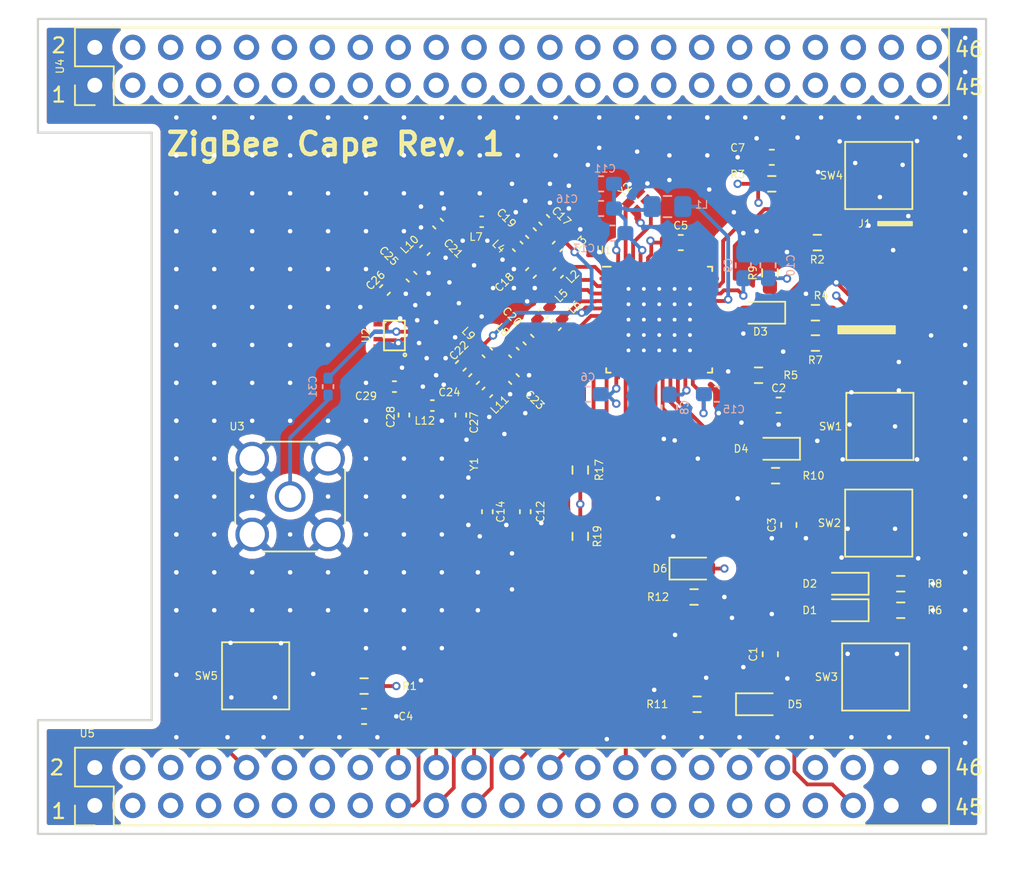
<source format=kicad_pcb>
(kicad_pcb (version 20171130) (host pcbnew "(5.1.9)-1")
  (layers (0 Front signal) (1 Ground power) (2 +3.3V power) (31 Back signal) (34 B.Paste user hide) (35 F.Paste user) (36 B.SilkS user) (37 F.SilkS user hide) (38 B.Mask user hide) (39 F.Mask user hide) (44 Edge.Cuts user))
  (net 0 "")
  (net 1 Network_Connect)
  (net 2 GND)
  (net 3 ZigBee_Connect)
  (net 4 Check_Error)
  (net 5 /BeagleBone_Headers/BeagleBone_Reset)
  (net 6 +3V3)
  (net 7 "Net-(C7-Pad1)")
  (net 8 VDDR)
  (net 9 "Net-(C12-Pad1)")
  (net 10 "Net-(C14-Pad1)")
  (net 11 "Net-(C15-Pad1)")
  (net 12 /ZigBeeFiltering/RX_TX)
  (net 13 /ZigBeeFiltering/2_4_GHZ_RF_N)
  (net 14 /ZigBeeFiltering/2_4_GHZ_RF_P)
  (net 15 "Net-(C19-Pad2)")
  (net 16 "Net-(C20-Pad1)")
  (net 17 "Net-(C20-Pad2)")
  (net 18 "Net-(C21-Pad1)")
  (net 19 "Net-(C24-Pad2)")
  (net 20 "Net-(C25-Pad1)")
  (net 21 "Net-(C26-Pad2)")
  (net 22 "Net-(C28-Pad1)")
  (net 23 "Net-(C29-Pad2)")
  (net 24 "Net-(C31-Pad1)")
  (net 25 "Net-(D1-Pad1)")
  (net 26 Aux_1)
  (net 27 Aux_2)
  (net 28 "Net-(D2-Pad1)")
  (net 29 "Net-(D3-Pad1)")
  (net 30 Cape_HeartBeat)
  (net 31 ZigBee_HeartBeat)
  (net 32 "Net-(D4-Pad1)")
  (net 33 Lan_HeartBeat)
  (net 34 "Net-(D5-Pad1)")
  (net 35 "Net-(D6-Pad1)")
  (net 36 "Net-(J1-Pad2)")
  (net 37 "Net-(J1-Pad4)")
  (net 38 "Net-(J1-Pad6)")
  (net 39 "Net-(J1-Pad7)")
  (net 40 "Net-(J1-Pad8)")
  (net 41 DCDC_SW)
  (net 42 /ZigBeeFiltering/SUB-1_GHZ_RF_P)
  (net 43 /ZigBeeFiltering/SUB-1_GHZ_RF_N)
  (net 44 I2C2_SDA)
  (net 45 I2C2_SCL)
  (net 46 UART_RX)
  (net 47 UART_TX)
  (net 48 SPI_MISO)
  (net 49 SPI_MOSI)
  (net 50 SPI_CS)
  (net 51 SPI_CLK)
  (net 52 "Net-(U1-Pad37)")
  (net 53 "Net-(U1-Pad38)")
  (net 54 "Net-(U1-Pad39)")
  (net 55 "Net-(U1-Pad40)")
  (net 56 "Net-(U1-Pad41)")
  (net 57 "Net-(U1-Pad42)")
  (net 58 "Net-(U1-Pad43)")
  (net 59 "Net-(U1-Pad46)")
  (net 60 "Net-(U1-Pad47)")
  (net 61 "Net-(U4-Pad46)")
  (net 62 "Net-(U4-Pad45)")
  (net 63 "Net-(U4-Pad44)")
  (net 64 "Net-(U4-Pad43)")
  (net 65 "Net-(U4-Pad42)")
  (net 66 "Net-(U4-Pad41)")
  (net 67 "Net-(U4-Pad40)")
  (net 68 "Net-(U4-Pad39)")
  (net 69 "Net-(U4-Pad38)")
  (net 70 "Net-(U4-Pad37)")
  (net 71 "Net-(U4-Pad36)")
  (net 72 "Net-(U4-Pad35)")
  (net 73 "Net-(U4-Pad34)")
  (net 74 "Net-(U4-Pad33)")
  (net 75 "Net-(U4-Pad32)")
  (net 76 "Net-(U4-Pad31)")
  (net 77 "Net-(U4-Pad30)")
  (net 78 "Net-(U4-Pad29)")
  (net 79 "Net-(U4-Pad28)")
  (net 80 "Net-(U4-Pad27)")
  (net 81 "Net-(U4-Pad26)")
  (net 82 "Net-(U4-Pad25)")
  (net 83 "Net-(U4-Pad24)")
  (net 84 "Net-(U4-Pad23)")
  (net 85 "Net-(U4-Pad22)")
  (net 86 "Net-(U4-Pad21)")
  (net 87 "Net-(U4-Pad20)")
  (net 88 "Net-(U4-Pad19)")
  (net 89 "Net-(U4-Pad18)")
  (net 90 "Net-(U4-Pad17)")
  (net 91 "Net-(U4-Pad16)")
  (net 92 "Net-(U4-Pad15)")
  (net 93 "Net-(U4-Pad14)")
  (net 94 "Net-(U4-Pad13)")
  (net 95 "Net-(U4-Pad12)")
  (net 96 "Net-(U4-Pad11)")
  (net 97 "Net-(U4-Pad10)")
  (net 98 "Net-(U4-Pad9)")
  (net 99 "Net-(U4-Pad8)")
  (net 100 "Net-(U4-Pad7)")
  (net 101 "Net-(U4-Pad6)")
  (net 102 "Net-(U4-Pad5)")
  (net 103 "Net-(U4-Pad4)")
  (net 104 "Net-(U4-Pad3)")
  (net 105 "Net-(U5-Pad5)")
  (net 106 "Net-(U5-Pad6)")
  (net 107 "Net-(U5-Pad7)")
  (net 108 "Net-(U5-Pad8)")
  (net 109 "Net-(U5-Pad9)")
  (net 110 "Net-(U5-Pad11)")
  (net 111 "Net-(U5-Pad12)")
  (net 112 "Net-(U5-Pad13)")
  (net 113 "Net-(U5-Pad14)")
  (net 114 "Net-(U5-Pad16)")
  (net 115 "Net-(U5-Pad23)")
  (net 116 "Net-(U5-Pad25)")
  (net 117 "Net-(U5-Pad27)")
  (net 118 "Net-(U5-Pad28)")
  (net 119 "Net-(U5-Pad29)")
  (net 120 "Net-(U5-Pad31)")
  (net 121 "Net-(U5-Pad32)")
  (net 122 "Net-(U5-Pad33)")
  (net 123 "Net-(U5-Pad34)")
  (net 124 "Net-(U5-Pad35)")
  (net 125 "Net-(U5-Pad36)")
  (net 126 "Net-(U5-Pad37)")
  (net 127 "Net-(U5-Pad38)")
  (net 128 "Net-(U5-Pad39)")
  (net 129 "Net-(U5-Pad40)")
  (net 130 "Net-(U5-Pad42)")
  (net 131 "Net-(U1-Pad30)")
  (net 132 "Net-(U1-Pad32)")
  (net 133 "Net-(U1-Pad36)")
  (net 134 "Net-(C31-Pad2)")
  (net 135 "Net-(U1-Pad28)")
  (net 136 "Net-(U1-Pad29)")
  (net 137 "Net-(U5-Pad15)")
  (module zigbeeCape:SMD_PUSH_BUTTON (layer Front) (at 14.5796 -10.5918 180)
    (fp_text reference SW5 (at 3.302 0 180) (layer F.SilkS) (effects (font (size 0.508 0.508) (thickness 0.0762))))
    (fp_text value SW_MEC_5E)
    (pad 1 smd rect (at -3.975 2.25 180) (size 1.55 1.3) (layers Front F.Paste F.Mask) (net 2 GND))
    (pad 2 smd rect (at 3.975 2.25 180) (size 1.55 1.3) (layers Front F.Paste F.Mask) (net 2 GND))
    (pad 3 smd rect (at -3.975 -2.25 180) (size 1.55 1.3) (layers Front F.Paste F.Mask) (net 5 /BeagleBone_Headers/BeagleBone_Reset))
    (pad 4 smd rect (at 3.975 -2.25 180) (size 1.55 1.3) (layers Front F.Paste F.Mask) (net 5 /BeagleBone_Headers/BeagleBone_Reset))
  )
  (module Capacitor_SMD:C_0603_1608Metric_Pad1.08x0.95mm_HandSolder (layer Front) (at 49.6062 -28.7274)
    (fp_text reference C2 (at 0 -1.143) (layer F.SilkS) (effects (font (size 0.508 0.508) (thickness 0.0762))))
    (fp_text value DNM_1uF)
    (pad 2 smd roundrect (at 0.8625 0) (size 1.075 0.95) (layers Front F.Paste F.Mask) (net 2 GND))
    (pad 1 smd roundrect (at -0.8625 0) (size 1.075 0.95) (layers Front F.Paste F.Mask) (net 3 ZigBee_Connect))
  )
  (module zigbeeCape:SMD_PUSH_BUTTON (layer Front) (at 56.1086 -10.5156)
    (fp_text reference SW3 (at -3.302 0 180) (layer F.SilkS) (effects (font (size 0.508 0.508) (thickness 0.0762))))
    (fp_text value SW_MEC_5E)
    (pad 1 smd rect (at -3.975 2.25) (size 1.55 1.3) (layers Front F.Paste F.Mask) (net 2 GND))
    (pad 2 smd rect (at 3.975 2.25) (size 1.55 1.3) (layers Front F.Paste F.Mask) (net 2 GND))
    (pad 3 smd rect (at -3.975 -2.25) (size 1.55 1.3) (layers Front F.Paste F.Mask) (net 1 Network_Connect))
    (pad 4 smd rect (at 3.975 -2.25) (size 1.55 1.3) (layers Front F.Paste F.Mask) (net 1 Network_Connect))
  )
  (module zigbeeCape:SMD_PUSH_BUTTON (layer Front) (at 56.3118 -20.828)
    (fp_text reference SW2 (at -3.302 0 180) (layer F.SilkS) (effects (font (size 0.508 0.508) (thickness 0.0762))))
    (fp_text value SW_MEC_5E)
    (pad 1 smd rect (at -3.975 2.25) (size 1.55 1.3) (layers Front F.Paste F.Mask) (net 2 GND))
    (pad 2 smd rect (at 3.975 2.25) (size 1.55 1.3) (layers Front F.Paste F.Mask) (net 2 GND))
    (pad 3 smd rect (at -3.975 -2.25) (size 1.55 1.3) (layers Front F.Paste F.Mask) (net 4 Check_Error))
    (pad 4 smd rect (at 3.975 -2.25) (size 1.55 1.3) (layers Front F.Paste F.Mask) (net 4 Check_Error))
  )
  (module zigbeeCape:SMD_PUSH_BUTTON (layer Front) (at 56.388 -27.305)
    (fp_text reference SW1 (at -3.302 0 180) (layer F.SilkS) (effects (font (size 0.508 0.508) (thickness 0.0762))))
    (fp_text value SW_MEC_5E)
    (pad 1 smd rect (at -3.975 2.25) (size 1.55 1.3) (layers Front F.Paste F.Mask) (net 2 GND))
    (pad 2 smd rect (at 3.975 2.25) (size 1.55 1.3) (layers Front F.Paste F.Mask) (net 2 GND))
    (pad 3 smd rect (at -3.975 -2.25) (size 1.55 1.3) (layers Front F.Paste F.Mask) (net 3 ZigBee_Connect))
    (pad 4 smd rect (at 3.975 -2.25) (size 1.55 1.3) (layers Front F.Paste F.Mask) (net 3 ZigBee_Connect))
  )
  (module zigbeeCape:SMD_PUSH_BUTTON (layer Front) (at 56.3118 -44.1198)
    (fp_text reference SW4 (at -3.175 0 180) (layer F.SilkS) (effects (font (size 0.508 0.508) (thickness 0.0762))))
    (fp_text value SW_MEC_5E)
    (pad 1 smd rect (at -3.975 2.25) (size 1.55 1.3) (layers Front F.Paste F.Mask) (net 7 "Net-(C7-Pad1)"))
    (pad 2 smd rect (at 3.975 2.25) (size 1.55 1.3) (layers Front F.Paste F.Mask) (net 7 "Net-(C7-Pad1)"))
    (pad 3 smd rect (at -3.975 -2.25) (size 1.55 1.3) (layers Front F.Paste F.Mask) (net 2 GND))
    (pad 4 smd rect (at 3.975 -2.25) (size 1.55 1.3) (layers Front F.Paste F.Mask) (net 2 GND))
  )
  (module zigbeeCape:SXT32418FD16-48MHZ_Crystal (layer Front) (at 40.1574 -42.3672 45)
    (fp_text reference Y2 (at 0 -1.168401 45) (layer F.SilkS) (effects (font (size 0.508 0.508) (thickness 0.0762))))
    (fp_text value 48MHz)
    (pad 4 smd rect (at -0.5 0.38 45) (size 0.7 0.55) (layers Front F.Paste F.Mask) (net 2 GND))
    (pad 3 smd rect (at 0.5 0.38 225) (size 0.7 0.55) (layers Front F.Paste F.Mask) (net 59 "Net-(U1-Pad46)"))
    (pad 2 smd rect (at 0.5 -0.38 225) (size 0.7 0.55) (layers Front F.Paste F.Mask) (net 2 GND))
    (pad 1 smd rect (at -0.5 -0.38 45) (size 0.7 0.55) (layers Front F.Paste F.Mask) (net 60 "Net-(U1-Pad47)"))
  )
  (module zigbeeCape:DPX252690DT-5032B1 (layer Front) (at 23.876 -33.401 90)
    (fp_text reference U2 (at 0 -1.905 90) (layer F.SilkS) (effects (font (size 0.508 0.508) (thickness 0.0762))))
    (fp_text value 0.8Ghz_and_2.4GHz_Filter)
    (pad 1 smd rect (at -0.75 1.1 90) (size 0.3 0.6) (layers Front F.Paste F.Mask) (net 2 GND))
    (pad 2 smd rect (at -0.25 1.1 90) (size 0.3 0.6) (layers Front F.Paste F.Mask) (net 2 GND))
    (pad 3 smd rect (at 0.25 1.1 90) (size 0.3 0.6) (layers Front F.Paste F.Mask) (net 24 "Net-(C31-Pad1)"))
    (pad 4 smd rect (at 0.75 1.1 90) (size 0.3 0.6) (layers Front F.Paste F.Mask) (net 2 GND))
    (pad 5 smd rect (at 0.75 -1.1 90) (size 0.3 0.6) (layers Front F.Paste F.Mask) (net 21 "Net-(C26-Pad2)"))
    (pad 6 smd rect (at 0.25 -1.1 90) (size 0.3 0.6) (layers Front F.Paste F.Mask) (net 2 GND))
    (pad 7 smd rect (at -0.25 -1.1 90) (size 0.3 0.6) (layers Front F.Paste F.Mask) (net 2 GND))
    (pad 8 smd rect (at -0.75 -1.1 90) (size 0.3 0.6) (layers Front F.Paste F.Mask) (net 23 "Net-(C29-Pad2)"))
  )
  (module zigbeeCape:CC1352R (layer Front) (at 41.61 -34.46)
    (fp_text reference U1 (at -3.711 -4.656) (layer F.SilkS) (effects (font (size 0.508 0.508) (thickness 0.0762))))
    (fp_text value CC1352R)
    (pad 49 thru_hole circle (at 2.06 2.06) (size 0.515 0.515) (drill 0.2575) (layers *.Cu *.Mask) (net 2 GND))
    (pad 49 thru_hole circle (at 2.06 1.03) (size 0.515 0.515) (drill 0.2575) (layers *.Cu *.Mask) (net 2 GND))
    (pad 49 thru_hole circle (at 2.06 0) (size 0.515 0.515) (drill 0.2575) (layers *.Cu *.Mask) (net 2 GND))
    (pad 49 thru_hole circle (at 2.06 -1.03) (size 0.515 0.515) (drill 0.2575) (layers *.Cu *.Mask) (net 2 GND))
    (pad 49 thru_hole circle (at 2.06 -2.06) (size 0.515 0.515) (drill 0.2575) (layers *.Cu *.Mask) (net 2 GND))
    (pad 49 thru_hole circle (at 1.03 2.06) (size 0.515 0.515) (drill 0.2575) (layers *.Cu *.Mask) (net 2 GND))
    (pad 49 thru_hole circle (at 1.03 1.03) (size 0.515 0.515) (drill 0.2575) (layers *.Cu *.Mask) (net 2 GND))
    (pad 49 thru_hole circle (at 1.03 0) (size 0.515 0.515) (drill 0.2575) (layers *.Cu *.Mask) (net 2 GND))
    (pad 49 thru_hole circle (at 1.03 -1.03) (size 0.515 0.515) (drill 0.2575) (layers *.Cu *.Mask) (net 2 GND))
    (pad 49 thru_hole circle (at 1.03 -2.06) (size 0.515 0.515) (drill 0.2575) (layers *.Cu *.Mask) (net 2 GND))
    (pad 49 thru_hole circle (at 0 2.06) (size 0.515 0.515) (drill 0.2575) (layers *.Cu *.Mask) (net 2 GND))
    (pad 49 thru_hole circle (at 0 1.03) (size 0.515 0.515) (drill 0.2575) (layers *.Cu *.Mask) (net 2 GND))
    (pad 49 thru_hole circle (at 0 0) (size 0.515 0.515) (drill 0.2575) (layers *.Cu *.Mask) (net 2 GND))
    (pad 49 thru_hole circle (at 0 -1.03) (size 0.515 0.515) (drill 0.2575) (layers *.Cu *.Mask) (net 2 GND))
    (pad 49 thru_hole circle (at 0 -2.06) (size 0.515 0.515) (drill 0.2575) (layers *.Cu *.Mask) (net 2 GND))
    (pad 49 thru_hole circle (at -1.03 2.06) (size 0.515 0.515) (drill 0.2575) (layers *.Cu *.Mask) (net 2 GND))
    (pad 49 thru_hole circle (at -1.03 1.03) (size 0.515 0.515) (drill 0.2575) (layers *.Cu *.Mask) (net 2 GND))
    (pad 49 thru_hole circle (at -1.03 0) (size 0.515 0.515) (drill 0.2575) (layers *.Cu *.Mask) (net 2 GND))
    (pad 49 thru_hole circle (at -1.03 -1.03) (size 0.515 0.515) (drill 0.2575) (layers *.Cu *.Mask) (net 2 GND))
    (pad 49 thru_hole circle (at -1.03 -2.06) (size 0.515 0.515) (drill 0.2575) (layers *.Cu *.Mask) (net 2 GND))
    (pad 49 thru_hole circle (at -2.06 2.06) (size 0.515 0.515) (drill 0.2575) (layers *.Cu *.Mask) (net 2 GND))
    (pad 49 thru_hole circle (at -2.06 1.03) (size 0.515 0.515) (drill 0.2575) (layers *.Cu *.Mask) (net 2 GND))
    (pad 49 thru_hole circle (at -2.06 0) (size 0.515 0.515) (drill 0.2575) (layers *.Cu *.Mask) (net 2 GND))
    (pad 49 thru_hole circle (at -2.06 -1.03) (size 0.515 0.515) (drill 0.2575) (layers *.Cu *.Mask) (net 2 GND))
    (pad 49 thru_hole circle (at -2.06 -2.06) (size 0.515 0.515) (drill 0.2575) (layers *.Cu *.Mask) (net 2 GND))
    (pad 49 smd rect (at 2.06 2.06) (size 1.03 1.03) (layers Front F.Paste F.Mask) (net 2 GND))
    (pad 49 smd rect (at 2.06 1.03) (size 1.03 1.03) (layers Front F.Paste F.Mask) (net 2 GND))
    (pad 49 smd rect (at 2.06 0) (size 1.03 1.03) (layers Front F.Paste F.Mask) (net 2 GND))
    (pad 49 smd rect (at 2.06 -1.03) (size 1.03 1.03) (layers Front F.Paste F.Mask) (net 2 GND))
    (pad 49 smd rect (at 2.06 -2.06) (size 1.03 1.03) (layers Front F.Paste F.Mask) (net 2 GND))
    (pad 49 smd rect (at 1.03 2.06) (size 1.03 1.03) (layers Front F.Paste F.Mask) (net 2 GND))
    (pad 49 smd rect (at 1.03 1.03) (size 1.03 1.03) (layers Front F.Paste F.Mask) (net 2 GND))
    (pad 49 smd rect (at 1.03 0) (size 1.03 1.03) (layers Front F.Paste F.Mask) (net 2 GND))
    (pad 49 smd rect (at 1.03 -1.03) (size 1.03 1.03) (layers Front F.Paste F.Mask) (net 2 GND))
    (pad 49 smd rect (at 1.03 -2.06) (size 1.03 1.03) (layers Front F.Paste F.Mask) (net 2 GND))
    (pad 49 smd rect (at 0 2.06) (size 1.03 1.03) (layers Front F.Paste F.Mask) (net 2 GND))
    (pad 49 smd rect (at 0 1.03) (size 1.03 1.03) (layers Front F.Paste F.Mask) (net 2 GND))
    (pad 49 smd rect (at 0 0) (size 1.03 1.03) (layers Front F.Paste F.Mask) (net 2 GND))
    (pad 49 smd rect (at 0 -1.03) (size 1.03 1.03) (layers Front F.Paste F.Mask) (net 2 GND))
    (pad 49 smd rect (at 0 -2.06) (size 1.03 1.03) (layers Front F.Paste F.Mask) (net 2 GND))
    (pad 49 smd rect (at -1.03 2.06) (size 1.03 1.03) (layers Front F.Paste F.Mask) (net 2 GND))
    (pad 49 smd rect (at -1.03 1.03) (size 1.03 1.03) (layers Front F.Paste F.Mask) (net 2 GND))
    (pad 49 smd rect (at -1.03 0) (size 1.03 1.03) (layers Front F.Paste F.Mask) (net 2 GND))
    (pad 49 smd rect (at -1.03 -1.03) (size 1.03 1.03) (layers Front F.Paste F.Mask) (net 2 GND))
    (pad 49 smd rect (at -1.03 -2.06) (size 1.03 1.03) (layers Front F.Paste F.Mask) (net 2 GND))
    (pad 49 smd rect (at -2.06 2.06) (size 1.03 1.03) (layers Front F.Paste F.Mask) (net 2 GND))
    (pad 49 smd rect (at -2.06 1.03) (size 1.03 1.03) (layers Front F.Paste F.Mask) (net 2 GND))
    (pad 49 smd rect (at -2.06 0) (size 1.03 1.03) (layers Front F.Paste F.Mask) (net 2 GND))
    (pad 49 smd rect (at -2.06 -1.03) (size 1.03 1.03) (layers Front F.Paste F.Mask) (net 2 GND))
    (pad 49 smd rect (at -2.06 -2.06) (size 1.03 1.03) (layers Front F.Paste F.Mask) (net 2 GND))
    (pad 48 smd roundrect (at -2.75 -3.55) (size 0.25 0.9) (layers Front F.Paste F.Mask) (roundrect_rratio 0.28) (net 8 VDDR))
    (pad 47 smd roundrect (at -2.25 -3.55) (size 0.25 0.9) (layers Front F.Paste F.Mask) (roundrect_rratio 0.28) (net 60 "Net-(U1-Pad47)"))
    (pad 46 smd roundrect (at -1.75 -3.55) (size 0.25 0.9) (layers Front F.Paste F.Mask) (roundrect_rratio 0.28) (net 59 "Net-(U1-Pad46)"))
    (pad 45 smd roundrect (at -1.25 -3.55) (size 0.25 0.9) (layers Front F.Paste F.Mask) (roundrect_rratio 0.28) (net 8 VDDR))
    (pad 44 smd roundrect (at -0.75 -3.55) (size 0.25 0.9) (layers Front F.Paste F.Mask) (roundrect_rratio 0.28) (net 6 +3V3))
    (pad 43 smd roundrect (at -0.25 -3.55) (size 0.25 0.9) (layers Front F.Paste F.Mask) (roundrect_rratio 0.28) (net 58 "Net-(U1-Pad43)"))
    (pad 42 smd roundrect (at 0.25 -3.55) (size 0.25 0.9) (layers Front F.Paste F.Mask) (roundrect_rratio 0.28) (net 57 "Net-(U1-Pad42)"))
    (pad 41 smd roundrect (at 0.75 -3.55) (size 0.25 0.9) (layers Front F.Paste F.Mask) (roundrect_rratio 0.28) (net 56 "Net-(U1-Pad41)"))
    (pad 40 smd roundrect (at 1.25 -3.55) (size 0.25 0.9) (layers Front F.Paste F.Mask) (roundrect_rratio 0.28) (net 55 "Net-(U1-Pad40)"))
    (pad 39 smd roundrect (at 1.75 -3.55) (size 0.25 0.9) (layers Front F.Paste F.Mask) (roundrect_rratio 0.28) (net 54 "Net-(U1-Pad39)"))
    (pad 38 smd roundrect (at 2.25 -3.55) (size 0.25 0.9) (layers Front F.Paste F.Mask) (roundrect_rratio 0.28) (net 53 "Net-(U1-Pad38)"))
    (pad 37 smd roundrect (at 2.75 -3.55) (size 0.25 0.9) (layers Front F.Paste F.Mask) (roundrect_rratio 0.28) (net 52 "Net-(U1-Pad37)"))
    (pad 36 smd roundrect (at 3.55 -2.75 90) (size 0.25 0.9) (layers Front F.Paste F.Mask) (roundrect_rratio 0.28) (net 133 "Net-(U1-Pad36)"))
    (pad 35 smd roundrect (at 3.55 -2.25 90) (size 0.25 0.9) (layers Front F.Paste F.Mask) (roundrect_rratio 0.28) (net 7 "Net-(C7-Pad1)"))
    (pad 34 smd roundrect (at 3.55 -1.75 90) (size 0.25 0.9) (layers Front F.Paste F.Mask) (roundrect_rratio 0.28) (net 6 +3V3))
    (pad 33 smd roundrect (at 3.55 -1.25 90) (size 0.25 0.9) (layers Front F.Paste F.Mask) (roundrect_rratio 0.28) (net 41 DCDC_SW))
    (pad 32 smd roundrect (at 3.55 -0.75 90) (size 0.25 0.9) (layers Front F.Paste F.Mask) (roundrect_rratio 0.28) (net 132 "Net-(U1-Pad32)"))
    (pad 31 smd roundrect (at 3.55 -0.25 90) (size 0.25 0.9) (layers Front F.Paste F.Mask) (roundrect_rratio 0.28) (net 30 Cape_HeartBeat))
    (pad 30 smd roundrect (at 3.55 0.25 90) (size 0.25 0.9) (layers Front F.Paste F.Mask) (roundrect_rratio 0.28) (net 131 "Net-(U1-Pad30)"))
    (pad 29 smd roundrect (at 3.55 0.75 90) (size 0.25 0.9) (layers Front F.Paste F.Mask) (roundrect_rratio 0.28) (net 136 "Net-(U1-Pad29)"))
    (pad 28 smd roundrect (at 3.55 1.25 90) (size 0.25 0.9) (layers Front F.Paste F.Mask) (roundrect_rratio 0.28) (net 135 "Net-(U1-Pad28)"))
    (pad 27 smd roundrect (at 3.55 1.75 90) (size 0.25 0.9) (layers Front F.Paste F.Mask) (roundrect_rratio 0.28) (net 40 "Net-(J1-Pad8)"))
    (pad 26 smd roundrect (at 3.55 2.25 90) (size 0.25 0.9) (layers Front F.Paste F.Mask) (roundrect_rratio 0.28) (net 38 "Net-(J1-Pad6)"))
    (pad 25 smd roundrect (at 3.55 2.75 90) (size 0.25 0.9) (layers Front F.Paste F.Mask) (roundrect_rratio 0.28) (net 37 "Net-(J1-Pad4)"))
    (pad 24 smd roundrect (at 2.75 3.55) (size 0.25 0.9) (layers Front F.Paste F.Mask) (roundrect_rratio 0.28) (net 36 "Net-(J1-Pad2)"))
    (pad 23 smd roundrect (at 2.25 3.55) (size 0.25 0.9) (layers Front F.Paste F.Mask) (roundrect_rratio 0.28) (net 11 "Net-(C15-Pad1)"))
    (pad 22 smd roundrect (at 1.75 3.55) (size 0.25 0.9) (layers Front F.Paste F.Mask) (roundrect_rratio 0.28) (net 6 +3V3))
    (pad 21 smd roundrect (at 1.25 3.55) (size 0.25 0.9) (layers Front F.Paste F.Mask) (roundrect_rratio 0.28) (net 3 ZigBee_Connect))
    (pad 20 smd roundrect (at 0.75 3.55) (size 0.25 0.9) (layers Front F.Paste F.Mask) (roundrect_rratio 0.28) (net 31 ZigBee_HeartBeat))
    (pad 19 smd roundrect (at 0.25 3.55) (size 0.25 0.9) (layers Front F.Paste F.Mask) (roundrect_rratio 0.28) (net 4 Check_Error))
    (pad 18 smd roundrect (at -0.25 3.55) (size 0.25 0.9) (layers Front F.Paste F.Mask) (roundrect_rratio 0.28) (net 27 Aux_2))
    (pad 17 smd roundrect (at -0.75 3.55) (size 0.25 0.9) (layers Front F.Paste F.Mask) (roundrect_rratio 0.28) (net 26 Aux_1))
    (pad 16 smd roundrect (at -1.25 3.55) (size 0.25 0.9) (layers Front F.Paste F.Mask) (roundrect_rratio 0.28) (net 46 UART_RX))
    (pad 15 smd roundrect (at -1.75 3.55) (size 0.25 0.9) (layers Front F.Paste F.Mask) (roundrect_rratio 0.28) (net 47 UART_TX))
    (pad 14 smd roundrect (at -2.25 3.55) (size 0.25 0.9) (layers Front F.Paste F.Mask) (roundrect_rratio 0.28) (net 48 SPI_MISO))
    (pad 13 smd roundrect (at -2.75 3.55) (size 0.25 0.9) (layers Front F.Paste F.Mask) (roundrect_rratio 0.28) (net 6 +3V3))
    (pad 12 smd roundrect (at -3.55 2.75 90) (size 0.25 0.9) (layers Front F.Paste F.Mask) (roundrect_rratio 0.28) (net 51 SPI_CLK))
    (pad 11 smd roundrect (at -3.55 2.25 90) (size 0.25 0.9) (layers Front F.Paste F.Mask) (roundrect_rratio 0.28) (net 45 I2C2_SCL))
    (pad 10 smd roundrect (at -3.55 1.75 90) (size 0.25 0.9) (layers Front F.Paste F.Mask) (roundrect_rratio 0.28) (net 44 I2C2_SDA))
    (pad 9 smd roundrect (at -3.55 1.25 90) (size 0.25 0.9) (layers Front F.Paste F.Mask) (roundrect_rratio 0.28) (net 50 SPI_CS))
    (pad 8 smd roundrect (at -3.55 0.75 90) (size 0.25 0.9) (layers Front F.Paste F.Mask) (roundrect_rratio 0.28) (net 49 SPI_MOSI))
    (pad 7 smd roundrect (at -3.55 0.25 90) (size 0.25 0.9) (layers Front F.Paste F.Mask) (roundrect_rratio 0.28) (net 9 "Net-(C12-Pad1)"))
    (pad 6 smd roundrect (at -3.55 -0.25 90) (size 0.25 0.9) (layers Front F.Paste F.Mask) (roundrect_rratio 0.28) (net 10 "Net-(C14-Pad1)"))
    (pad 5 smd roundrect (at -3.55 -0.75 90) (size 0.25 0.9) (layers Front F.Paste F.Mask) (roundrect_rratio 0.28) (net 12 /ZigBeeFiltering/RX_TX))
    (pad 4 smd roundrect (at -3.55 -1.25 90) (size 0.25 0.9) (layers Front F.Paste F.Mask) (roundrect_rratio 0.28) (net 43 /ZigBeeFiltering/SUB-1_GHZ_RF_N))
    (pad 3 smd roundrect (at -3.55 -1.75 90) (size 0.25 0.9) (layers Front F.Paste F.Mask) (roundrect_rratio 0.28) (net 42 /ZigBeeFiltering/SUB-1_GHZ_RF_P))
    (pad 2 smd roundrect (at -3.55 -2.25 90) (size 0.25 0.9) (layers Front F.Paste F.Mask) (roundrect_rratio 0.28) (net 13 /ZigBeeFiltering/2_4_GHZ_RF_N))
    (pad 1 smd roundrect (at -3.55 -2.75 90) (size 0.25 0.9) (layers Front F.Paste F.Mask) (roundrect_rratio 0.28) (net 14 /ZigBeeFiltering/2_4_GHZ_RF_P))
  )
  (module zigbeeCape:ViaStitch-0.6mm (layer Front) (at 46.863 -23.495)
    (fp_text reference REF** hide)
    (fp_text value ViaStitch-0.6mm hide)
    (pad 1 thru_hole circle (at 0 1.016) (size 0.6 0.6) (drill 0.3) (layers *.Cu) (net 2 GND))
  )
  (module zigbeeCape:ViaStitch-0.6mm (layer Front) (at 44.196 -26.162)
    (fp_text reference REF** hide)
    (fp_text value ViaStitch-0.6mm hide)
    (pad 1 thru_hole circle (at 0 1.016) (size 0.6 0.6) (drill 0.3) (layers *.Cu) (net 2 GND))
  )
  (module zigbeeCape:ViaStitch-0.6mm (layer Front) (at 47.117 -28.575)
    (fp_text reference REF** hide)
    (fp_text value ViaStitch-0.6mm hide)
    (pad 1 thru_hole circle (at 0 1.016) (size 0.6 0.6) (drill 0.3) (layers *.Cu) (net 2 GND))
  )
  (module zigbeeCape:ViaStitch-0.6mm (layer Front) (at 47.244 -34.544)
    (fp_text reference REF** hide)
    (fp_text value ViaStitch-0.6mm hide)
    (pad 1 thru_hole circle (at 0 1.016) (size 0.6 0.6) (drill 0.3) (layers *.Cu) (net 2 GND))
  )
  (module zigbeeCape:ViaStitch-0.6mm (layer Front) (at 40.132 -46.736)
    (fp_text reference REF** hide)
    (fp_text value ViaStitch-0.6mm hide)
    (pad 1 thru_hole circle (at 0 1.016) (size 0.6 0.6) (drill 0.3) (layers *.Cu) (net 2 GND))
  )
  (module zigbeeCape:ViaStitch-0.6mm (layer Front) (at 37.592 -46.99)
    (fp_text reference REF** hide)
    (fp_text value ViaStitch-0.6mm hide)
    (pad 1 thru_hole circle (at 0 1.016) (size 0.6 0.6) (drill 0.3) (layers *.Cu) (net 2 GND))
  )
  (module zigbeeCape:ViaStitch-0.6mm (layer Front) (at 40.132 -49.022)
    (fp_text reference REF** hide)
    (fp_text value ViaStitch-0.6mm hide)
    (pad 1 thru_hole circle (at 0 1.016) (size 0.6 0.6) (drill 0.3) (layers *.Cu) (net 2 GND))
  )
  (module zigbeeCape:ViaStitch-0.6mm (layer Front) (at 37.592 -49.022)
    (fp_text reference REF** hide)
    (fp_text value ViaStitch-0.6mm hide)
    (pad 1 thru_hole circle (at 0 1.016) (size 0.6 0.6) (drill 0.3) (layers *.Cu) (net 2 GND))
  )
  (module zigbeeCape:ViaStitch-0.6mm (layer Front) (at 46.609 -42.672)
    (fp_text reference REF** hide)
    (fp_text value ViaStitch-0.6mm hide)
    (pad 1 thru_hole circle (at 0 1.016) (size 0.6 0.6) (drill 0.3) (layers *.Cu) (net 2 GND))
  )
  (module zigbeeCape:ViaStitch-0.6mm (layer Front) (at 44.958 -43.18)
    (fp_text reference REF** hide)
    (fp_text value ViaStitch-0.6mm hide)
    (pad 1 thru_hole circle (at 0 0) (size 0.6 0.6) (drill 0.3) (layers *.Cu) (net 2 GND))
  )
  (module zigbeeCape:ViaStitch-0.6mm (layer Front) (at 42.291 -43.815)
    (fp_text reference REF** hide)
    (fp_text value ViaStitch-0.6mm hide)
    (pad 1 thru_hole circle (at 0 0) (size 0.6 0.6) (drill 0.3) (layers *.Cu) (net 2 GND))
  )
  (module zigbeeCape:ViaStitch-0.6mm (layer Front) (at 44.831 -45.466)
    (fp_text reference REF** hide)
    (fp_text value ViaStitch-0.6mm hide)
    (pad 1 thru_hole circle (at 0 0) (size 0.6 0.6) (drill 0.3) (layers *.Cu) (net 2 GND))
  )
  (module zigbeeCape:ViaStitch-0.6mm (layer Front) (at 42.291 -45.466)
    (fp_text reference REF** hide)
    (fp_text value ViaStitch-0.6mm hide)
    (pad 1 thru_hole circle (at 0 0) (size 0.6 0.6) (drill 0.3) (layers *.Cu) (net 2 GND))
  )
  (module zigbeeCape:ViaStitch-0.6mm (layer Front) (at 44.831 -48.006)
    (fp_text reference REF** hide)
    (fp_text value ViaStitch-0.6mm hide)
    (pad 1 thru_hole circle (at 0 0) (size 0.6 0.6) (drill 0.3) (layers *.Cu) (net 2 GND))
  )
  (module zigbeeCape:ViaStitch-0.6mm (layer Front) (at 34.29 -43.561)
    (fp_text reference REF** hide)
    (fp_text value ViaStitch-0.6mm hide)
    (pad 1 thru_hole circle (at 0 0) (size 0.6 0.6) (drill 0.3) (layers *.Cu) (net 2 GND))
  )
  (module zigbeeCape:ViaStitch-0.6mm (layer Front) (at 31.75 -43.561)
    (fp_text reference REF** hide)
    (fp_text value ViaStitch-0.6mm hide)
    (pad 1 thru_hole circle (at 0 0) (size 0.6 0.6) (drill 0.3) (layers *.Cu) (net 2 GND))
  )
  (module zigbeeCape:ViaStitch-0.6mm (layer Front) (at 29.591 -42.926)
    (fp_text reference REF** hide)
    (fp_text value ViaStitch-0.6mm hide)
    (pad 1 thru_hole circle (at 0 0) (size 0.6 0.6) (drill 0.3) (layers *.Cu) (net 2 GND))
  )
  (module zigbeeCape:ViaStitch-0.6mm (layer Front) (at 34.671 -45.466)
    (fp_text reference REF** hide)
    (fp_text value ViaStitch-0.6mm hide)
    (pad 1 thru_hole circle (at 0 0) (size 0.6 0.6) (drill 0.3) (layers *.Cu) (net 2 GND))
  )
  (module zigbeeCape:ViaStitch-0.6mm (layer Front) (at 32.131 -45.466)
    (fp_text reference REF** hide)
    (fp_text value ViaStitch-0.6mm hide)
    (pad 1 thru_hole circle (at 0 0) (size 0.6 0.6) (drill 0.3) (layers *.Cu) (net 2 GND))
  )
  (module zigbeeCape:ViaStitch-0.6mm (layer Front) (at 29.591 -45.466)
    (fp_text reference REF** hide)
    (fp_text value ViaStitch-0.6mm hide)
    (pad 1 thru_hole circle (at 0 0) (size 0.6 0.6) (drill 0.3) (layers *.Cu) (net 2 GND))
  )
  (module zigbeeCape:ViaStitch-0.6mm (layer Front) (at 34.671 -48.006)
    (fp_text reference REF** hide)
    (fp_text value ViaStitch-0.6mm hide)
    (pad 1 thru_hole circle (at 0 0) (size 0.6 0.6) (drill 0.3) (layers *.Cu) (net 2 GND))
  )
  (module zigbeeCape:ViaStitch-0.6mm (layer Front) (at 32.131 -48.006)
    (fp_text reference REF** hide)
    (fp_text value ViaStitch-0.6mm hide)
    (pad 1 thru_hole circle (at 0 0) (size 0.6 0.6) (drill 0.3) (layers *.Cu) (net 2 GND))
  )
  (module Connector_Coaxial:SMA_Amphenol_132134-16_Vertical (layer Front) (at 16.891 -22.606)
    (fp_text reference U3 (at -3.556 -4.699) (layer F.SilkS) (effects (font (size 0.508 0.508) (thickness 0.0762))))
    (fp_text value SMA_Antenna)
    (pad 1 thru_hole circle (at 0 0) (size 2.05 2.05) (drill 1.5) (layers *.Cu *.Mask) (net 134 "Net-(C31-Pad2)"))
    (pad 2 thru_hole circle (at 2.54 2.54) (size 2.25 2.25) (drill 1.7) (layers *.Cu *.Mask) (net 2 GND))
    (pad 2 thru_hole circle (at 2.54 -2.54) (size 2.25 2.25) (drill 1.7) (layers *.Cu *.Mask) (net 2 GND))
    (pad 2 thru_hole circle (at -2.54 -2.54) (size 2.25 2.25) (drill 1.7) (layers *.Cu *.Mask) (net 2 GND))
    (pad 2 thru_hole circle (at -2.54 2.54) (size 2.25 2.25) (drill 1.7) (layers *.Cu *.Mask) (net 2 GND))
  )
  (module zigbeeCape:ViaStitch-0.6mm (layer Front) (at 25.273 -36.449)
    (fp_text reference REF** hide)
    (fp_text value ViaStitch-0.6mm hide)
    (pad 1 thru_hole circle (at 0 1.016) (size 0.6 0.6) (drill 0.3) (layers *.Cu) (net 2 GND))
  )
  (module zigbeeCape:ViaStitch-0.6mm (layer Front) (at 28.194 -36.576)
    (fp_text reference REF** hide)
    (fp_text value ViaStitch-0.6mm hide)
    (pad 1 thru_hole circle (at 0 1.016) (size 0.6 0.6) (drill 0.3) (layers *.Cu) (net 2 GND))
  )
  (module zigbeeCape:ViaStitch-0.6mm (layer Front) (at 26.67 -35.306)
    (fp_text reference REF** hide)
    (fp_text value ViaStitch-0.6mm hide)
    (pad 1 thru_hole circle (at 0 1.016) (size 0.6 0.6) (drill 0.3) (layers *.Cu) (net 2 GND))
  )
  (module zigbeeCape:ViaStitch-0.6mm (layer Front) (at 27.559 -37.973)
    (fp_text reference REF** hide)
    (fp_text value ViaStitch-0.6mm hide)
    (pad 1 thru_hole circle (at 0 1.016) (size 0.6 0.6) (drill 0.3) (layers *.Cu) (net 2 GND))
  )
  (module zigbeeCape:ViaStitch-0.6mm (layer Front) (at 30.48 -37.592)
    (fp_text reference REF** hide)
    (fp_text value ViaStitch-0.6mm hide)
    (pad 1 thru_hole circle (at 0 1.016) (size 0.6 0.6) (drill 0.3) (layers *.Cu) (net 2 GND))
  )
  (module zigbeeCape:ViaStitch-0.6mm (layer Front) (at 29.21 -39.116)
    (fp_text reference REF** hide)
    (fp_text value ViaStitch-0.6mm hide)
    (pad 1 thru_hole circle (at 0 1.016) (size 0.6 0.6) (drill 0.3) (layers *.Cu) (net 2 GND))
  )
  (module zigbeeCape:ViaStitch-0.6mm (layer Front) (at 27.305 -39.624)
    (fp_text reference REF** hide)
    (fp_text value ViaStitch-0.6mm hide)
    (pad 1 thru_hole circle (at 0 1.016) (size 0.6 0.6) (drill 0.3) (layers *.Cu) (net 2 GND))
  )
  (module zigbeeCape:ViaStitch-0.6mm (layer Front) (at 28.448 -40.767)
    (fp_text reference REF** hide)
    (fp_text value ViaStitch-0.6mm hide)
    (pad 1 thru_hole circle (at 0 1.016) (size 0.6 0.6) (drill 0.3) (layers *.Cu) (net 2 GND))
  )
  (module zigbeeCape:ViaStitch-0.6mm (layer Front) (at 30.099 -40.767)
    (fp_text reference REF** hide)
    (fp_text value ViaStitch-0.6mm hide)
    (pad 1 thru_hole circle (at 0 1.016) (size 0.6 0.6) (drill 0.3) (layers *.Cu) (net 2 GND))
  )
  (module zigbeeCape:ViaStitch-0.6mm (layer Front) (at 31.115 -39.497)
    (fp_text reference REF** hide)
    (fp_text value ViaStitch-0.6mm hide)
    (pad 1 thru_hole circle (at 0 1.016) (size 0.6 0.6) (drill 0.3) (layers *.Cu) (net 2 GND))
  )
  (module zigbeeCape:ViaStitch-0.6mm (layer Front) (at 32.766 -36.703)
    (fp_text reference REF** hide)
    (fp_text value ViaStitch-0.6mm hide)
    (pad 1 thru_hole circle (at 0 1.016) (size 0.6 0.6) (drill 0.3) (layers *.Cu) (net 2 GND))
  )
  (module zigbeeCape:ViaStitch-0.6mm (layer Front) (at 29.718 -35.687)
    (fp_text reference REF** hide)
    (fp_text value ViaStitch-0.6mm hide)
    (pad 1 thru_hole circle (at 0 1.016) (size 0.6 0.6) (drill 0.3) (layers *.Cu) (net 2 GND))
  )
  (module zigbeeCape:ViaStitch-0.6mm (layer Front) (at 27.94 -34.29)
    (fp_text reference REF** hide)
    (fp_text value ViaStitch-0.6mm hide)
    (pad 1 thru_hole circle (at 0 1.016) (size 0.6 0.6) (drill 0.3) (layers *.Cu) (net 2 GND))
  )
  (module zigbeeCape:ViaStitch-0.6mm (layer Front) (at 26.035 -32.893)
    (fp_text reference REF** hide)
    (fp_text value ViaStitch-0.6mm hide)
    (pad 1 thru_hole circle (at 0 1.016) (size 0.6 0.6) (drill 0.3) (layers *.Cu) (net 2 GND))
  )
  (module zigbeeCape:ViaStitch-0.6mm (layer Front) (at 25.781 -30.988)
    (fp_text reference REF** hide)
    (fp_text value ViaStitch-0.6mm hide)
    (pad 1 thru_hole circle (at 0 1.016) (size 0.6 0.6) (drill 0.3) (layers *.Cu) (net 2 GND))
  )
  (module zigbeeCape:ViaStitch-0.6mm (layer Front) (at 24.384 -32.258)
    (fp_text reference REF** hide)
    (fp_text value ViaStitch-0.6mm hide)
    (pad 1 thru_hole circle (at 0 1.016) (size 0.6 0.6) (drill 0.3) (layers *.Cu) (net 2 GND))
  )
  (module zigbeeCape:ViaStitch-0.6mm (layer Front) (at 30.226 -28.956)
    (fp_text reference REF** hide)
    (fp_text value ViaStitch-0.6mm hide)
    (pad 1 thru_hole circle (at 0 1.016) (size 0.6 0.6) (drill 0.3) (layers *.Cu) (net 2 GND))
  )
  (module zigbeeCape:ViaStitch-0.6mm (layer Front) (at 32.639 -29.21)
    (fp_text reference REF** hide)
    (fp_text value ViaStitch-0.6mm hide)
    (pad 1 thru_hole circle (at 0 1.016) (size 0.6 0.6) (drill 0.3) (layers *.Cu) (net 2 GND))
  )
  (module zigbeeCape:ViaStitch-0.6mm (layer Front) (at 31.242 -27.813)
    (fp_text reference REF** hide)
    (fp_text value ViaStitch-0.6mm hide)
    (pad 1 thru_hole circle (at 0 1.016) (size 0.6 0.6) (drill 0.3) (layers *.Cu) (net 2 GND))
  )
  (module zigbeeCape:ViaStitch-0.6mm (layer Front) (at 28.702 -27.432)
    (fp_text reference REF** hide)
    (fp_text value ViaStitch-0.6mm hide)
    (pad 1 thru_hole circle (at 0 1.016) (size 0.6 0.6) (drill 0.3) (layers *.Cu) (net 2 GND))
  )
  (module zigbeeCape:ViaStitch-0.6mm (layer Front) (at 28.829 -24.892)
    (fp_text reference REF** hide)
    (fp_text value ViaStitch-0.6mm hide)
    (pad 1 thru_hole circle (at 0 1.016) (size 0.6 0.6) (drill 0.3) (layers *.Cu) (net 2 GND))
  )
  (module zigbeeCape:ViaStitch-0.6mm (layer Front) (at 25.654 -11.303)
    (fp_text reference REF** hide)
    (fp_text value ViaStitch-0.6mm hide)
    (pad 1 thru_hole circle (at 0 1.016) (size 0.6 0.6) (drill 0.3) (layers *.Cu) (net 2 GND))
  )
  (module zigbeeCape:ViaStitch-0.6mm (layer Front) (at 15.875 -10.16)
    (fp_text reference REF** hide)
    (fp_text value ViaStitch-0.6mm hide)
    (pad 1 thru_hole circle (at 0 1.016) (size 0.6 0.6) (drill 0.3) (layers *.Cu) (net 2 GND))
  )
  (module zigbeeCape:ViaStitch-0.6mm (layer Front) (at 12.954 -10.16)
    (fp_text reference REF** hide)
    (fp_text value ViaStitch-0.6mm hide)
    (pad 1 thru_hole circle (at 0 1.016) (size 0.6 0.6) (drill 0.3) (layers *.Cu) (net 2 GND))
  )
  (module zigbeeCape:ViaStitch-0.6mm (layer Front) (at 31.75 -17.399)
    (fp_text reference REF** hide)
    (fp_text value ViaStitch-0.6mm hide)
    (pad 1 thru_hole circle (at 0 1.016) (size 0.6 0.6) (drill 0.3) (layers *.Cu) (net 2 GND))
  )
  (module zigbeeCape:ViaStitch-0.6mm (layer Front) (at 31.75 -19.812)
    (fp_text reference REF** hide)
    (fp_text value ViaStitch-0.6mm hide)
    (pad 1 thru_hole circle (at 0 1.016) (size 0.6 0.6) (drill 0.3) (layers *.Cu) (net 2 GND))
  )
  (module zigbeeCape:ViaStitch-0.6mm (layer Front) (at 29.591 -20.955)
    (fp_text reference REF** hide)
    (fp_text value ViaStitch-0.6mm hide)
    (pad 1 thru_hole circle (at 0 1.016) (size 0.6 0.6) (drill 0.3) (layers *.Cu) (net 2 GND))
  )
  (module zigbeeCape:ViaStitch-0.6mm (layer Front) (at 29.464 -18.542)
    (fp_text reference REF** hide)
    (fp_text value ViaStitch-0.6mm hide)
    (pad 1 thru_hole circle (at 0 1.016) (size 0.6 0.6) (drill 0.3) (layers *.Cu) (net 2 GND))
  )
  (module zigbeeCape:ViaStitch-0.6mm (layer Front) (at 29.464 -16.002)
    (fp_text reference REF** hide)
    (fp_text value ViaStitch-0.6mm hide)
    (pad 1 thru_hole circle (at 0 1.016) (size 0.6 0.6) (drill 0.3) (layers *.Cu) (net 2 GND))
  )
  (module zigbeeCape:ViaStitch-0.6mm (layer Front) (at 27.051 -12.446)
    (fp_text reference REF** hide)
    (fp_text value ViaStitch-0.6mm hide)
    (pad 1 thru_hole circle (at 0 0) (size 0.6 0.6) (drill 0.3) (layers *.Cu) (net 2 GND))
  )
  (module zigbeeCape:ViaStitch-0.6mm (layer Front) (at 24.511 -12.446)
    (fp_text reference REF** hide)
    (fp_text value ViaStitch-0.6mm hide)
    (pad 1 thru_hole circle (at 0 0) (size 0.6 0.6) (drill 0.3) (layers *.Cu) (net 2 GND))
  )
  (module zigbeeCape:ViaStitch-0.6mm (layer Front) (at 21.971 -12.446)
    (fp_text reference REF** hide)
    (fp_text value ViaStitch-0.6mm hide)
    (pad 1 thru_hole circle (at 0 0) (size 0.6 0.6) (drill 0.3) (layers *.Cu) (net 2 GND))
  )
  (module zigbeeCape:ViaStitch-0.6mm (layer Front) (at 18.4404 -10.7188)
    (fp_text reference REF** hide)
    (fp_text value ViaStitch-0.6mm hide)
    (pad 1 thru_hole circle (at 0 0) (size 0.6 0.6) (drill 0.3) (layers *.Cu) (net 2 GND))
  )
  (module zigbeeCape:ViaStitch-0.6mm (layer Front) (at 16.2814 -12.7762)
    (fp_text reference REF** hide)
    (fp_text value ViaStitch-0.6mm hide)
    (pad 1 thru_hole circle (at 0 0) (size 0.6 0.6) (drill 0.3) (layers *.Cu) (net 2 GND))
  )
  (module zigbeeCape:ViaStitch-0.6mm (layer Front) (at 12.9032 -12.8016)
    (fp_text reference REF** hide)
    (fp_text value ViaStitch-0.6mm hide)
    (pad 1 thru_hole circle (at 0 0) (size 0.6 0.6) (drill 0.3) (layers *.Cu) (net 2 GND))
  )
  (module zigbeeCape:ViaStitch-0.6mm (layer Front) (at 9.271 -10.668)
    (fp_text reference REF** hide)
    (fp_text value ViaStitch-0.6mm hide)
    (pad 1 thru_hole circle (at 0 0) (size 0.6 0.6) (drill 0.3) (layers *.Cu) (net 2 GND))
  )
  (module zigbeeCape:ViaStitch-0.6mm (layer Front) (at 27.051 -14.986)
    (fp_text reference REF** hide)
    (fp_text value ViaStitch-0.6mm hide)
    (pad 1 thru_hole circle (at 0 0) (size 0.6 0.6) (drill 0.3) (layers *.Cu) (net 2 GND))
  )
  (module zigbeeCape:ViaStitch-0.6mm (layer Front) (at 24.511 -14.986)
    (fp_text reference REF** hide)
    (fp_text value ViaStitch-0.6mm hide)
    (pad 1 thru_hole circle (at 0 0) (size 0.6 0.6) (drill 0.3) (layers *.Cu) (net 2 GND))
  )
  (module zigbeeCape:ViaStitch-0.6mm (layer Front) (at 21.971 -14.986)
    (fp_text reference REF** hide)
    (fp_text value ViaStitch-0.6mm hide)
    (pad 1 thru_hole circle (at 0 0) (size 0.6 0.6) (drill 0.3) (layers *.Cu) (net 2 GND))
  )
  (module zigbeeCape:ViaStitch-0.6mm (layer Front) (at 19.431 -14.986)
    (fp_text reference REF** hide)
    (fp_text value ViaStitch-0.6mm hide)
    (pad 1 thru_hole circle (at 0 0) (size 0.6 0.6) (drill 0.3) (layers *.Cu) (net 2 GND))
  )
  (module zigbeeCape:ViaStitch-0.6mm (layer Front) (at 16.891 -14.986)
    (fp_text reference REF** hide)
    (fp_text value ViaStitch-0.6mm hide)
    (pad 1 thru_hole circle (at 0 0) (size 0.6 0.6) (drill 0.3) (layers *.Cu) (net 2 GND))
  )
  (module zigbeeCape:ViaStitch-0.6mm (layer Front) (at 14.351 -14.986)
    (fp_text reference REF** hide)
    (fp_text value ViaStitch-0.6mm hide)
    (pad 1 thru_hole circle (at 0 0) (size 0.6 0.6) (drill 0.3) (layers *.Cu) (net 2 GND))
  )
  (module zigbeeCape:ViaStitch-0.6mm (layer Front) (at 11.811 -14.986)
    (fp_text reference REF** hide)
    (fp_text value ViaStitch-0.6mm hide)
    (pad 1 thru_hole circle (at 0 0) (size 0.6 0.6) (drill 0.3) (layers *.Cu) (net 2 GND))
  )
  (module zigbeeCape:ViaStitch-0.6mm (layer Front) (at 9.271 -14.986)
    (fp_text reference REF** hide)
    (fp_text value ViaStitch-0.6mm hide)
    (pad 1 thru_hole circle (at 0 0) (size 0.6 0.6) (drill 0.3) (layers *.Cu) (net 2 GND))
  )
  (module zigbeeCape:ViaStitch-0.6mm (layer Front) (at 27.051 -17.526)
    (fp_text reference REF** hide)
    (fp_text value ViaStitch-0.6mm hide)
    (pad 1 thru_hole circle (at 0 0) (size 0.6 0.6) (drill 0.3) (layers *.Cu) (net 2 GND))
  )
  (module zigbeeCape:ViaStitch-0.6mm (layer Front) (at 24.511 -17.526)
    (fp_text reference REF** hide)
    (fp_text value ViaStitch-0.6mm hide)
    (pad 1 thru_hole circle (at 0 0) (size 0.6 0.6) (drill 0.3) (layers *.Cu) (net 2 GND))
  )
  (module zigbeeCape:ViaStitch-0.6mm (layer Front) (at 21.971 -17.526)
    (fp_text reference REF** hide)
    (fp_text value ViaStitch-0.6mm hide)
    (pad 1 thru_hole circle (at 0 0) (size 0.6 0.6) (drill 0.3) (layers *.Cu) (net 2 GND))
  )
  (module zigbeeCape:ViaStitch-0.6mm (layer Front) (at 19.431 -17.526)
    (fp_text reference REF** hide)
    (fp_text value ViaStitch-0.6mm hide)
    (pad 1 thru_hole circle (at 0 0) (size 0.6 0.6) (drill 0.3) (layers *.Cu) (net 2 GND))
  )
  (module zigbeeCape:ViaStitch-0.6mm (layer Front) (at 16.891 -17.526)
    (fp_text reference REF** hide)
    (fp_text value ViaStitch-0.6mm hide)
    (pad 1 thru_hole circle (at 0 0) (size 0.6 0.6) (drill 0.3) (layers *.Cu) (net 2 GND))
  )
  (module zigbeeCape:ViaStitch-0.6mm (layer Front) (at 14.351 -17.526)
    (fp_text reference REF** hide)
    (fp_text value ViaStitch-0.6mm hide)
    (pad 1 thru_hole circle (at 0 0) (size 0.6 0.6) (drill 0.3) (layers *.Cu) (net 2 GND))
  )
  (module zigbeeCape:ViaStitch-0.6mm (layer Front) (at 11.811 -17.526)
    (fp_text reference REF** hide)
    (fp_text value ViaStitch-0.6mm hide)
    (pad 1 thru_hole circle (at 0 0) (size 0.6 0.6) (drill 0.3) (layers *.Cu) (net 2 GND))
  )
  (module zigbeeCape:ViaStitch-0.6mm (layer Front) (at 9.271 -17.526)
    (fp_text reference REF** hide)
    (fp_text value ViaStitch-0.6mm hide)
    (pad 1 thru_hole circle (at 0 0) (size 0.6 0.6) (drill 0.3) (layers *.Cu) (net 2 GND))
  )
  (module zigbeeCape:ViaStitch-0.6mm (layer Front) (at 27.051 -20.066)
    (fp_text reference REF** hide)
    (fp_text value ViaStitch-0.6mm hide)
    (pad 1 thru_hole circle (at 0 0) (size 0.6 0.6) (drill 0.3) (layers *.Cu) (net 2 GND))
  )
  (module zigbeeCape:ViaStitch-0.6mm (layer Front) (at 24.511 -20.066)
    (fp_text reference REF** hide)
    (fp_text value ViaStitch-0.6mm hide)
    (pad 1 thru_hole circle (at 0 0) (size 0.6 0.6) (drill 0.3) (layers *.Cu) (net 2 GND))
  )
  (module zigbeeCape:ViaStitch-0.6mm (layer Front) (at 21.971 -20.066)
    (fp_text reference REF** hide)
    (fp_text value ViaStitch-0.6mm hide)
    (pad 1 thru_hole circle (at 0 0) (size 0.6 0.6) (drill 0.3) (layers *.Cu) (net 2 GND))
  )
  (module zigbeeCape:ViaStitch-0.6mm (layer Front) (at 16.891 -20.066)
    (fp_text reference REF** hide)
    (fp_text value ViaStitch-0.6mm hide)
    (pad 1 thru_hole circle (at 0 0) (size 0.6 0.6) (drill 0.3) (layers *.Cu) (net 2 GND))
  )
  (module zigbeeCape:ViaStitch-0.6mm (layer Front) (at 11.811 -20.066)
    (fp_text reference REF** hide)
    (fp_text value ViaStitch-0.6mm hide)
    (pad 1 thru_hole circle (at 0 0) (size 0.6 0.6) (drill 0.3) (layers *.Cu) (net 2 GND))
  )
  (module zigbeeCape:ViaStitch-0.6mm (layer Front) (at 9.271 -20.066)
    (fp_text reference REF** hide)
    (fp_text value ViaStitch-0.6mm hide)
    (pad 1 thru_hole circle (at 0 0) (size 0.6 0.6) (drill 0.3) (layers *.Cu) (net 2 GND))
  )
  (module zigbeeCape:ViaStitch-0.6mm (layer Front) (at 27.051 -22.606)
    (fp_text reference REF** hide)
    (fp_text value ViaStitch-0.6mm hide)
    (pad 1 thru_hole circle (at 0 0) (size 0.6 0.6) (drill 0.3) (layers *.Cu) (net 2 GND))
  )
  (module zigbeeCape:ViaStitch-0.6mm (layer Front) (at 24.511 -22.606)
    (fp_text reference REF** hide)
    (fp_text value ViaStitch-0.6mm hide)
    (pad 1 thru_hole circle (at 0 0) (size 0.6 0.6) (drill 0.3) (layers *.Cu) (net 2 GND))
  )
  (module zigbeeCape:ViaStitch-0.6mm (layer Front) (at 21.971 -22.606)
    (fp_text reference REF** hide)
    (fp_text value ViaStitch-0.6mm hide)
    (pad 1 thru_hole circle (at 0 0) (size 0.6 0.6) (drill 0.3) (layers *.Cu) (net 2 GND))
  )
  (module zigbeeCape:ViaStitch-0.6mm (layer Front) (at 19.431 -22.606)
    (fp_text reference REF** hide)
    (fp_text value ViaStitch-0.6mm hide)
    (pad 1 thru_hole circle (at 0 0) (size 0.6 0.6) (drill 0.3) (layers *.Cu) (net 2 GND))
  )
  (module zigbeeCape:ViaStitch-0.6mm (layer Front) (at 14.351 -22.606)
    (fp_text reference REF** hide)
    (fp_text value ViaStitch-0.6mm hide)
    (pad 1 thru_hole circle (at 0 0) (size 0.6 0.6) (drill 0.3) (layers *.Cu) (net 2 GND))
  )
  (module zigbeeCape:ViaStitch-0.6mm (layer Front) (at 11.811 -22.606)
    (fp_text reference REF** hide)
    (fp_text value ViaStitch-0.6mm hide)
    (pad 1 thru_hole circle (at 0 0) (size 0.6 0.6) (drill 0.3) (layers *.Cu) (net 2 GND))
  )
  (module zigbeeCape:ViaStitch-0.6mm (layer Front) (at 9.271 -22.606)
    (fp_text reference REF** hide)
    (fp_text value ViaStitch-0.6mm hide)
    (pad 1 thru_hole circle (at 0 0) (size 0.6 0.6) (drill 0.3) (layers *.Cu) (net 2 GND))
  )
  (module zigbeeCape:ViaStitch-0.6mm (layer Front) (at 27.051 -25.146)
    (fp_text reference REF** hide)
    (fp_text value ViaStitch-0.6mm hide)
    (pad 1 thru_hole circle (at 0 0) (size 0.6 0.6) (drill 0.3) (layers *.Cu) (net 2 GND))
  )
  (module zigbeeCape:ViaStitch-0.6mm (layer Front) (at 24.511 -25.146)
    (fp_text reference REF** hide)
    (fp_text value ViaStitch-0.6mm hide)
    (pad 1 thru_hole circle (at 0 0) (size 0.6 0.6) (drill 0.3) (layers *.Cu) (net 2 GND))
  )
  (module zigbeeCape:ViaStitch-0.6mm (layer Front) (at 21.971 -25.146)
    (fp_text reference REF** hide)
    (fp_text value ViaStitch-0.6mm hide)
    (pad 1 thru_hole circle (at 0 0) (size 0.6 0.6) (drill 0.3) (layers *.Cu) (net 2 GND))
  )
  (module zigbeeCape:ViaStitch-0.6mm (layer Front) (at 11.811 -25.146)
    (fp_text reference REF** hide)
    (fp_text value ViaStitch-0.6mm hide)
    (pad 1 thru_hole circle (at 0 0) (size 0.6 0.6) (drill 0.3) (layers *.Cu) (net 2 GND))
  )
  (module zigbeeCape:ViaStitch-0.6mm (layer Front) (at 9.271 -25.146)
    (fp_text reference REF** hide)
    (fp_text value ViaStitch-0.6mm hide)
    (pad 1 thru_hole circle (at 0 0) (size 0.6 0.6) (drill 0.3) (layers *.Cu) (net 2 GND))
  )
  (module zigbeeCape:ViaStitch-0.6mm (layer Front) (at 27.051 -27.686)
    (fp_text reference REF** hide)
    (fp_text value ViaStitch-0.6mm hide)
    (pad 1 thru_hole circle (at 0 0) (size 0.6 0.6) (drill 0.3) (layers *.Cu) (net 2 GND))
  )
  (module zigbeeCape:ViaStitch-0.6mm (layer Front) (at 21.971 -27.686)
    (fp_text reference REF** hide)
    (fp_text value ViaStitch-0.6mm hide)
    (pad 1 thru_hole circle (at 0 0) (size 0.6 0.6) (drill 0.3) (layers *.Cu) (net 2 GND))
  )
  (module zigbeeCape:ViaStitch-0.6mm (layer Front) (at 19.431 -27.686)
    (fp_text reference REF** hide)
    (fp_text value ViaStitch-0.6mm hide)
    (pad 1 thru_hole circle (at 0 0) (size 0.6 0.6) (drill 0.3) (layers *.Cu) (net 2 GND))
  )
  (module zigbeeCape:ViaStitch-0.6mm (layer Front) (at 16.891 -27.686)
    (fp_text reference REF** hide)
    (fp_text value ViaStitch-0.6mm hide)
    (pad 1 thru_hole circle (at 0 0) (size 0.6 0.6) (drill 0.3) (layers *.Cu) (net 2 GND))
  )
  (module zigbeeCape:ViaStitch-0.6mm (layer Front) (at 14.351 -27.686)
    (fp_text reference REF** hide)
    (fp_text value ViaStitch-0.6mm hide)
    (pad 1 thru_hole circle (at 0 0) (size 0.6 0.6) (drill 0.3) (layers *.Cu) (net 2 GND))
  )
  (module zigbeeCape:ViaStitch-0.6mm (layer Front) (at 11.811 -27.686)
    (fp_text reference REF** hide)
    (fp_text value ViaStitch-0.6mm hide)
    (pad 1 thru_hole circle (at 0 0) (size 0.6 0.6) (drill 0.3) (layers *.Cu) (net 2 GND))
  )
  (module zigbeeCape:ViaStitch-0.6mm (layer Front) (at 9.271 -27.686)
    (fp_text reference REF** hide)
    (fp_text value ViaStitch-0.6mm hide)
    (pad 1 thru_hole circle (at 0 0) (size 0.6 0.6) (drill 0.3) (layers *.Cu) (net 2 GND))
  )
  (module zigbeeCape:ViaStitch-0.6mm (layer Front) (at 21.971 -30.226)
    (fp_text reference REF** hide)
    (fp_text value ViaStitch-0.6mm hide)
    (pad 1 thru_hole circle (at 0 0) (size 0.6 0.6) (drill 0.3) (layers *.Cu) (net 2 GND))
  )
  (module zigbeeCape:ViaStitch-0.6mm (layer Front) (at 16.891 -30.226)
    (fp_text reference REF** hide)
    (fp_text value ViaStitch-0.6mm hide)
    (pad 1 thru_hole circle (at 0 0) (size 0.6 0.6) (drill 0.3) (layers *.Cu) (net 2 GND))
  )
  (module zigbeeCape:ViaStitch-0.6mm (layer Front) (at 14.351 -30.226)
    (fp_text reference REF** hide)
    (fp_text value ViaStitch-0.6mm hide)
    (pad 1 thru_hole circle (at 0 0) (size 0.6 0.6) (drill 0.3) (layers *.Cu) (net 2 GND))
  )
  (module zigbeeCape:ViaStitch-0.6mm (layer Front) (at 11.811 -30.226)
    (fp_text reference REF** hide)
    (fp_text value ViaStitch-0.6mm hide)
    (pad 1 thru_hole circle (at 0 0) (size 0.6 0.6) (drill 0.3) (layers *.Cu) (net 2 GND))
  )
  (module zigbeeCape:ViaStitch-0.6mm (layer Front) (at 9.271 -30.226)
    (fp_text reference REF** hide)
    (fp_text value ViaStitch-0.6mm hide)
    (pad 1 thru_hole circle (at 0 0) (size 0.6 0.6) (drill 0.3) (layers *.Cu) (net 2 GND))
  )
  (module zigbeeCape:ViaStitch-0.6mm (layer Front) (at 19.431 -32.766)
    (fp_text reference REF** hide)
    (fp_text value ViaStitch-0.6mm hide)
    (pad 1 thru_hole circle (at 0 0) (size 0.6 0.6) (drill 0.3) (layers *.Cu) (net 2 GND))
  )
  (module zigbeeCape:ViaStitch-0.6mm (layer Front) (at 16.891 -32.766)
    (fp_text reference REF** hide)
    (fp_text value ViaStitch-0.6mm hide)
    (pad 1 thru_hole circle (at 0 0) (size 0.6 0.6) (drill 0.3) (layers *.Cu) (net 2 GND))
  )
  (module zigbeeCape:ViaStitch-0.6mm (layer Front) (at 14.351 -32.766)
    (fp_text reference REF** hide)
    (fp_text value ViaStitch-0.6mm hide)
    (pad 1 thru_hole circle (at 0 0) (size 0.6 0.6) (drill 0.3) (layers *.Cu) (net 2 GND))
  )
  (module zigbeeCape:ViaStitch-0.6mm (layer Front) (at 11.811 -32.766)
    (fp_text reference REF** hide)
    (fp_text value ViaStitch-0.6mm hide)
    (pad 1 thru_hole circle (at 0 0) (size 0.6 0.6) (drill 0.3) (layers *.Cu) (net 2 GND))
  )
  (module zigbeeCape:ViaStitch-0.6mm (layer Front) (at 9.271 -32.766)
    (fp_text reference REF** hide)
    (fp_text value ViaStitch-0.6mm hide)
    (pad 1 thru_hole circle (at 0 0) (size 0.6 0.6) (drill 0.3) (layers *.Cu) (net 2 GND))
  )
  (module zigbeeCape:ViaStitch-0.6mm (layer Front) (at 21.59 -35.306)
    (fp_text reference REF** hide)
    (fp_text value ViaStitch-0.6mm hide)
    (pad 1 thru_hole circle (at 0 0) (size 0.6 0.6) (drill 0.3) (layers *.Cu) (net 2 GND))
  )
  (module zigbeeCape:ViaStitch-0.6mm (layer Front) (at 19.431 -35.306)
    (fp_text reference REF** hide)
    (fp_text value ViaStitch-0.6mm hide)
    (pad 1 thru_hole circle (at 0 0) (size 0.6 0.6) (drill 0.3) (layers *.Cu) (net 2 GND))
  )
  (module zigbeeCape:ViaStitch-0.6mm (layer Front) (at 16.891 -35.306)
    (fp_text reference REF** hide)
    (fp_text value ViaStitch-0.6mm hide)
    (pad 1 thru_hole circle (at 0 0) (size 0.6 0.6) (drill 0.3) (layers *.Cu) (net 2 GND))
  )
  (module zigbeeCape:ViaStitch-0.6mm (layer Front) (at 14.351 -35.306)
    (fp_text reference REF** hide)
    (fp_text value ViaStitch-0.6mm hide)
    (pad 1 thru_hole circle (at 0 0) (size 0.6 0.6) (drill 0.3) (layers *.Cu) (net 2 GND))
  )
  (module zigbeeCape:ViaStitch-0.6mm (layer Front) (at 11.811 -35.306)
    (fp_text reference REF** hide)
    (fp_text value ViaStitch-0.6mm hide)
    (pad 1 thru_hole circle (at 0 0) (size 0.6 0.6) (drill 0.3) (layers *.Cu) (net 2 GND))
  )
  (module zigbeeCape:ViaStitch-0.6mm (layer Front) (at 9.271 -35.306)
    (fp_text reference REF** hide)
    (fp_text value ViaStitch-0.6mm hide)
    (pad 1 thru_hole circle (at 0 0) (size 0.6 0.6) (drill 0.3) (layers *.Cu) (net 2 GND))
  )
  (module zigbeeCape:ViaStitch-0.6mm (layer Front) (at 21.971 -37.846)
    (fp_text reference REF** hide)
    (fp_text value ViaStitch-0.6mm hide)
    (pad 1 thru_hole circle (at 0 0) (size 0.6 0.6) (drill 0.3) (layers *.Cu) (net 2 GND))
  )
  (module zigbeeCape:ViaStitch-0.6mm (layer Front) (at 19.431 -37.846)
    (fp_text reference REF** hide)
    (fp_text value ViaStitch-0.6mm hide)
    (pad 1 thru_hole circle (at 0 0) (size 0.6 0.6) (drill 0.3) (layers *.Cu) (net 2 GND))
  )
  (module zigbeeCape:ViaStitch-0.6mm (layer Front) (at 16.891 -37.846)
    (fp_text reference REF** hide)
    (fp_text value ViaStitch-0.6mm hide)
    (pad 1 thru_hole circle (at 0 0) (size 0.6 0.6) (drill 0.3) (layers *.Cu) (net 2 GND))
  )
  (module zigbeeCape:ViaStitch-0.6mm (layer Front) (at 14.351 -37.846)
    (fp_text reference REF** hide)
    (fp_text value ViaStitch-0.6mm hide)
    (pad 1 thru_hole circle (at 0 0) (size 0.6 0.6) (drill 0.3) (layers *.Cu) (net 2 GND))
  )
  (module zigbeeCape:ViaStitch-0.6mm (layer Front) (at 11.811 -37.846)
    (fp_text reference REF** hide)
    (fp_text value ViaStitch-0.6mm hide)
    (pad 1 thru_hole circle (at 0 0) (size 0.6 0.6) (drill 0.3) (layers *.Cu) (net 2 GND))
  )
  (module zigbeeCape:ViaStitch-0.6mm (layer Front) (at 9.271 -37.846)
    (fp_text reference REF** hide)
    (fp_text value ViaStitch-0.6mm hide)
    (pad 1 thru_hole circle (at 0 0) (size 0.6 0.6) (drill 0.3) (layers *.Cu) (net 2 GND))
  )
  (module zigbeeCape:ViaStitch-0.6mm (layer Front) (at 24.511 -40.386)
    (fp_text reference REF** hide)
    (fp_text value ViaStitch-0.6mm hide)
    (pad 1 thru_hole circle (at 0 0) (size 0.6 0.6) (drill 0.3) (layers *.Cu) (net 2 GND))
  )
  (module zigbeeCape:ViaStitch-0.6mm (layer Front) (at 21.971 -40.386)
    (fp_text reference REF** hide)
    (fp_text value ViaStitch-0.6mm hide)
    (pad 1 thru_hole circle (at 0 0) (size 0.6 0.6) (drill 0.3) (layers *.Cu) (net 2 GND))
  )
  (module zigbeeCape:ViaStitch-0.6mm (layer Front) (at 19.431 -40.386)
    (fp_text reference REF** hide)
    (fp_text value ViaStitch-0.6mm hide)
    (pad 1 thru_hole circle (at 0 0) (size 0.6 0.6) (drill 0.3) (layers *.Cu) (net 2 GND))
  )
  (module zigbeeCape:ViaStitch-0.6mm (layer Front) (at 16.891 -40.386)
    (fp_text reference REF** hide)
    (fp_text value ViaStitch-0.6mm hide)
    (pad 1 thru_hole circle (at 0 0) (size 0.6 0.6) (drill 0.3) (layers *.Cu) (net 2 GND))
  )
  (module zigbeeCape:ViaStitch-0.6mm (layer Front) (at 14.351 -40.386)
    (fp_text reference REF** hide)
    (fp_text value ViaStitch-0.6mm hide)
    (pad 1 thru_hole circle (at 0 0) (size 0.6 0.6) (drill 0.3) (layers *.Cu) (net 2 GND))
  )
  (module zigbeeCape:ViaStitch-0.6mm (layer Front) (at 11.811 -40.386)
    (fp_text reference REF** hide)
    (fp_text value ViaStitch-0.6mm hide)
    (pad 1 thru_hole circle (at 0 0) (size 0.6 0.6) (drill 0.3) (layers *.Cu) (net 2 GND))
  )
  (module zigbeeCape:ViaStitch-0.6mm (layer Front) (at 9.271 -40.386)
    (fp_text reference REF** hide)
    (fp_text value ViaStitch-0.6mm hide)
    (pad 1 thru_hole circle (at 0 0) (size 0.6 0.6) (drill 0.3) (layers *.Cu) (net 2 GND))
  )
  (module zigbeeCape:ViaStitch-0.6mm (layer Front) (at 27.051 -42.926)
    (fp_text reference REF** hide)
    (fp_text value ViaStitch-0.6mm hide)
    (pad 1 thru_hole circle (at 0 0) (size 0.6 0.6) (drill 0.3) (layers *.Cu) (net 2 GND))
  )
  (module zigbeeCape:ViaStitch-0.6mm (layer Front) (at 24.511 -42.926)
    (fp_text reference REF** hide)
    (fp_text value ViaStitch-0.6mm hide)
    (pad 1 thru_hole circle (at 0 0) (size 0.6 0.6) (drill 0.3) (layers *.Cu) (net 2 GND))
  )
  (module zigbeeCape:ViaStitch-0.6mm (layer Front) (at 21.971 -42.926)
    (fp_text reference REF** hide)
    (fp_text value ViaStitch-0.6mm hide)
    (pad 1 thru_hole circle (at 0 0) (size 0.6 0.6) (drill 0.3) (layers *.Cu) (net 2 GND))
  )
  (module zigbeeCape:ViaStitch-0.6mm (layer Front) (at 19.431 -42.926)
    (fp_text reference REF** hide)
    (fp_text value ViaStitch-0.6mm hide)
    (pad 1 thru_hole circle (at 0 0) (size 0.6 0.6) (drill 0.3) (layers *.Cu) (net 2 GND))
  )
  (module zigbeeCape:ViaStitch-0.6mm (layer Front) (at 16.891 -42.926)
    (fp_text reference REF** hide)
    (fp_text value ViaStitch-0.6mm hide)
    (pad 1 thru_hole circle (at 0 0) (size 0.6 0.6) (drill 0.3) (layers *.Cu) (net 2 GND))
  )
  (module zigbeeCape:ViaStitch-0.6mm (layer Front) (at 14.351 -42.926)
    (fp_text reference REF** hide)
    (fp_text value ViaStitch-0.6mm hide)
    (pad 1 thru_hole circle (at 0 0) (size 0.6 0.6) (drill 0.3) (layers *.Cu) (net 2 GND))
  )
  (module zigbeeCape:ViaStitch-0.6mm (layer Front) (at 11.811 -42.926)
    (fp_text reference REF** hide)
    (fp_text value ViaStitch-0.6mm hide)
    (pad 1 thru_hole circle (at 0 0) (size 0.6 0.6) (drill 0.3) (layers *.Cu) (net 2 GND))
  )
  (module zigbeeCape:ViaStitch-0.6mm (layer Front) (at 9.271 -42.926)
    (fp_text reference REF** hide)
    (fp_text value ViaStitch-0.6mm hide)
    (pad 1 thru_hole circle (at 0 0) (size 0.6 0.6) (drill 0.3) (layers *.Cu) (net 2 GND))
  )
  (module zigbeeCape:ViaStitch-0.6mm (layer Front) (at 27.051 -45.466)
    (fp_text reference REF** hide)
    (fp_text value ViaStitch-0.6mm hide)
    (pad 1 thru_hole circle (at 0 0) (size 0.6 0.6) (drill 0.3) (layers *.Cu) (net 2 GND))
  )
  (module zigbeeCape:ViaStitch-0.6mm (layer Front) (at 24.511 -45.466)
    (fp_text reference REF** hide)
    (fp_text value ViaStitch-0.6mm hide)
    (pad 1 thru_hole circle (at 0 0) (size 0.6 0.6) (drill 0.3) (layers *.Cu) (net 2 GND))
  )
  (module zigbeeCape:ViaStitch-0.6mm (layer Front) (at 21.971 -45.466)
    (fp_text reference REF** hide)
    (fp_text value ViaStitch-0.6mm hide)
    (pad 1 thru_hole circle (at 0 0) (size 0.6 0.6) (drill 0.3) (layers *.Cu) (net 2 GND))
  )
  (module zigbeeCape:ViaStitch-0.6mm (layer Front) (at 19.431 -45.466)
    (fp_text reference REF** hide)
    (fp_text value ViaStitch-0.6mm hide)
    (pad 1 thru_hole circle (at 0 0) (size 0.6 0.6) (drill 0.3) (layers *.Cu) (net 2 GND))
  )
  (module zigbeeCape:ViaStitch-0.6mm (layer Front) (at 16.891 -45.466)
    (fp_text reference REF** hide)
    (fp_text value ViaStitch-0.6mm hide)
    (pad 1 thru_hole circle (at 0 0) (size 0.6 0.6) (drill 0.3) (layers *.Cu) (net 2 GND))
  )
  (module zigbeeCape:ViaStitch-0.6mm (layer Front) (at 14.351 -45.466)
    (fp_text reference REF** hide)
    (fp_text value ViaStitch-0.6mm hide)
    (pad 1 thru_hole circle (at 0 0) (size 0.6 0.6) (drill 0.3) (layers *.Cu) (net 2 GND))
  )
  (module zigbeeCape:ViaStitch-0.6mm (layer Front) (at 11.811 -45.466)
    (fp_text reference REF** hide)
    (fp_text value ViaStitch-0.6mm hide)
    (pad 1 thru_hole circle (at 0 0) (size 0.6 0.6) (drill 0.3) (layers *.Cu) (net 2 GND))
  )
  (module zigbeeCape:ViaStitch-0.6mm (layer Front) (at 9.271 -45.466)
    (fp_text reference REF** hide)
    (fp_text value ViaStitch-0.6mm hide)
    (pad 1 thru_hole circle (at 0 0) (size 0.6 0.6) (drill 0.3) (layers *.Cu) (net 2 GND))
  )
  (module zigbeeCape:ViaStitch-0.6mm (layer Front) (at 27.051 -48.006)
    (fp_text reference REF** hide)
    (fp_text value ViaStitch-0.6mm hide)
    (pad 1 thru_hole circle (at 0 0) (size 0.6 0.6) (drill 0.3) (layers *.Cu) (net 2 GND))
  )
  (module zigbeeCape:ViaStitch-0.6mm (layer Front) (at 24.511 -48.006)
    (fp_text reference REF** hide)
    (fp_text value ViaStitch-0.6mm hide)
    (pad 1 thru_hole circle (at 0 0) (size 0.6 0.6) (drill 0.3) (layers *.Cu) (net 2 GND))
  )
  (module zigbeeCape:ViaStitch-0.6mm (layer Front) (at 21.971 -48.006)
    (fp_text reference REF** hide)
    (fp_text value ViaStitch-0.6mm hide)
    (pad 1 thru_hole circle (at 0 0) (size 0.6 0.6) (drill 0.3) (layers *.Cu) (net 2 GND))
  )
  (module zigbeeCape:ViaStitch-0.6mm (layer Front) (at 19.431 -48.006)
    (fp_text reference REF** hide)
    (fp_text value ViaStitch-0.6mm hide)
    (pad 1 thru_hole circle (at 0 0) (size 0.6 0.6) (drill 0.3) (layers *.Cu) (net 2 GND))
  )
  (module zigbeeCape:ViaStitch-0.6mm (layer Front) (at 16.891 -48.006)
    (fp_text reference REF** hide)
    (fp_text value ViaStitch-0.6mm hide)
    (pad 1 thru_hole circle (at 0 0) (size 0.6 0.6) (drill 0.3) (layers *.Cu) (net 2 GND))
  )
  (module zigbeeCape:ViaStitch-0.6mm (layer Front) (at 14.351 -48.006)
    (fp_text reference REF** hide)
    (fp_text value ViaStitch-0.6mm hide)
    (pad 1 thru_hole circle (at 0 0) (size 0.6 0.6) (drill 0.3) (layers *.Cu) (net 2 GND))
  )
  (module zigbeeCape:ViaStitch-0.6mm (layer Front) (at 11.811 -48.006)
    (fp_text reference REF** hide)
    (fp_text value ViaStitch-0.6mm hide)
    (pad 1 thru_hole circle (at 0 0) (size 0.6 0.6) (drill 0.3) (layers *.Cu) (net 2 GND))
  )
  (module zigbeeCape:ViaStitch-0.6mm (layer Front) (at 56.388 -43.688)
    (fp_text reference REF** hide)
    (fp_text value ViaStitch-0.6mm hide)
    (pad 1 thru_hole circle (at 0 1.016) (size 0.6 0.6) (drill 0.3) (layers *.Cu) (net 2 GND))
  )
  (module zigbeeCape:ViaStitch-0.6mm (layer Front) (at 58.293 -42.418)
    (fp_text reference REF** hide)
    (fp_text value ViaStitch-0.6mm hide)
    (pad 1 thru_hole circle (at 0 1.016) (size 0.6 0.6) (drill 0.3) (layers *.Cu) (net 2 GND))
  )
  (module zigbeeCape:ViaStitch-0.6mm (layer Front) (at 52.2478 -45.3644)
    (fp_text reference REF** hide)
    (fp_text value ViaStitch-0.6mm hide)
    (pad 1 thru_hole circle (at 0 1.016) (size 0.6 0.6) (drill 0.3) (layers *.Cu) (net 2 GND))
  )
  (module zigbeeCape:ViaStitch-0.6mm (layer Front) (at 54.737 -45.974)
    (fp_text reference REF** hide)
    (fp_text value ViaStitch-0.6mm hide)
    (pad 1 thru_hole circle (at 0 1.016) (size 0.6 0.6) (drill 0.3) (layers *.Cu) (net 2 GND))
  )
  (module zigbeeCape:ViaStitch-0.6mm (layer Front) (at 57.912 -45.847)
    (fp_text reference REF** hide)
    (fp_text value ViaStitch-0.6mm hide)
    (pad 1 thru_hole circle (at 0 1.016) (size 0.6 0.6) (drill 0.3) (layers *.Cu) (net 2 GND))
  )
  (module zigbeeCape:ViaStitch-0.6mm (layer Front) (at 59.817 -34.417)
    (fp_text reference REF** hide)
    (fp_text value ViaStitch-0.6mm hide)
    (pad 1 thru_hole circle (at 0 1.016) (size 0.6 0.6) (drill 0.3) (layers *.Cu) (net 2 GND))
  )
  (module zigbeeCape:ViaStitch-0.6mm (layer Front) (at 57.658 -32.639)
    (fp_text reference REF** hide)
    (fp_text value ViaStitch-0.6mm hide)
    (pad 1 thru_hole circle (at 0 1.016) (size 0.6 0.6) (drill 0.3) (layers *.Cu) (net 2 GND))
  )
  (module zigbeeCape:ViaStitch-0.6mm (layer Front) (at 57.658 -30.734)
    (fp_text reference REF** hide)
    (fp_text value ViaStitch-0.6mm hide)
    (pad 1 thru_hole circle (at 0 1.016) (size 0.6 0.6) (drill 0.3) (layers *.Cu) (net 2 GND))
  )
  (module zigbeeCape:ViaStitch-0.6mm (layer Front) (at 54.483 -30.607)
    (fp_text reference REF** hide)
    (fp_text value ViaStitch-0.6mm hide)
    (pad 1 thru_hole circle (at 0 1.016) (size 0.6 0.6) (drill 0.3) (layers *.Cu) (net 2 GND))
  )
  (module zigbeeCape:ViaStitch-0.6mm (layer Front) (at 57.404 -28.321)
    (fp_text reference REF** hide)
    (fp_text value ViaStitch-0.6mm hide)
    (pad 1 thru_hole circle (at 0 1.016) (size 0.6 0.6) (drill 0.3) (layers *.Cu) (net 2 GND))
  )
  (module zigbeeCape:ViaStitch-0.6mm (layer Front) (at 54.356 -28.448)
    (fp_text reference REF** hide)
    (fp_text value ViaStitch-0.6mm hide)
    (pad 1 thru_hole circle (at 0 1.016) (size 0.6 0.6) (drill 0.3) (layers *.Cu) (net 2 GND))
  )
  (module zigbeeCape:ViaStitch-0.6mm (layer Front) (at 57.404 -21.463)
    (fp_text reference REF** hide)
    (fp_text value ViaStitch-0.6mm hide)
    (pad 1 thru_hole circle (at 0 1.016) (size 0.6 0.6) (drill 0.3) (layers *.Cu) (net 2 GND))
  )
  (module zigbeeCape:ViaStitch-0.6mm (layer Front) (at 54.229 -21.463)
    (fp_text reference REF** hide)
    (fp_text value ViaStitch-0.6mm hide)
    (pad 1 thru_hole circle (at 0 1.016) (size 0.6 0.6) (drill 0.3) (layers *.Cu) (net 2 GND))
  )
  (module zigbeeCape:ViaStitch-0.6mm (layer Front) (at 44.7548 -11.4808)
    (fp_text reference REF** hide)
    (fp_text value ViaStitch-0.6mm hide)
    (pad 1 thru_hole circle (at 0 1.016) (size 0.6 0.6) (drill 0.3) (layers *.Cu) (net 2 GND))
  )
  (module zigbeeCape:ViaStitch-0.6mm (layer Front) (at 47.244 -12.192)
    (fp_text reference REF** hide)
    (fp_text value ViaStitch-0.6mm hide)
    (pad 1 thru_hole circle (at 0 1.016) (size 0.6 0.6) (drill 0.3) (layers *.Cu) (net 2 GND))
  )
  (module zigbeeCape:ViaStitch-0.6mm (layer Front) (at 46.482 -15.494)
    (fp_text reference REF** hide)
    (fp_text value ViaStitch-0.6mm hide)
    (pad 1 thru_hole circle (at 0 1.016) (size 0.6 0.6) (drill 0.3) (layers *.Cu) (net 2 GND))
  )
  (module zigbeeCape:ViaStitch-0.6mm (layer Front) (at 49.149 -15.748)
    (fp_text reference REF** hide)
    (fp_text value ViaStitch-0.6mm hide)
    (pad 1 thru_hole circle (at 0 1.016) (size 0.6 0.6) (drill 0.3) (layers *.Cu) (net 2 GND))
  )
  (module zigbeeCape:ViaStitch-0.6mm (layer Front) (at 42.672 -14.351)
    (fp_text reference REF** hide)
    (fp_text value ViaStitch-0.6mm hide)
    (pad 1 thru_hole circle (at 0 1.016) (size 0.6 0.6) (drill 0.3) (layers *.Cu) (net 2 GND))
  )
  (module zigbeeCape:ViaStitch-0.6mm (layer Front) (at 42.545 -20.955)
    (fp_text reference REF** hide)
    (fp_text value ViaStitch-0.6mm hide)
    (pad 1 thru_hole circle (at 0 1.016) (size 0.6 0.6) (drill 0.3) (layers *.Cu) (net 2 GND))
  )
  (module zigbeeCape:ViaStitch-0.6mm (layer Front) (at 41.529 -23.495)
    (fp_text reference REF** hide)
    (fp_text value ViaStitch-0.6mm hide)
    (pad 1 thru_hole circle (at 0 1.016) (size 0.6 0.6) (drill 0.3) (layers *.Cu) (net 2 GND))
  )
  (module zigbeeCape:ViaStitch-0.6mm (layer Front) (at 41.275 -10.668)
    (fp_text reference REF** hide)
    (fp_text value ViaStitch-0.6mm hide)
    (pad 1 thru_hole circle (at 0 1.016) (size 0.6 0.6) (drill 0.3) (layers *.Cu) (net 2 GND))
  )
  (module zigbeeCape:ViaStitch-0.6mm (layer Front) (at 38.1 -7.366)
    (fp_text reference REF** hide)
    (fp_text value ViaStitch-0.6mm hide)
    (pad 1 thru_hole circle (at 0 1.016) (size 0.6 0.6) (drill 0.3) (layers *.Cu) (net 2 GND))
  )
  (module zigbeeCape:ViaStitch-0.6mm (layer Front) (at 57.531 -12.065)
    (fp_text reference REF** hide)
    (fp_text value ViaStitch-0.6mm hide)
    (pad 1 thru_hole circle (at 0 0) (size 0.6 0.6) (drill 0.3) (layers *.Cu) (net 2 GND))
  )
  (module zigbeeCape:ViaStitch-0.6mm (layer Front) (at 54.229 -12.065)
    (fp_text reference REF** hide)
    (fp_text value ViaStitch-0.6mm hide)
    (pad 1 thru_hole circle (at 0 0) (size 0.6 0.6) (drill 0.3) (layers *.Cu) (net 2 GND))
  )
  (module Capacitor_SMD:C_0402_1005Metric_Pad0.74x0.62mm_HandSolder (layer Front) (at 30.099 -21.59 270)
    (fp_text reference C14 (at 0 -0.889 90) (layer F.SilkS) (effects (font (size 0.508 0.508) (thickness 0.0762))))
    (fp_text value 12pF)
    (pad 2 smd roundrect (at 0.5675 0 270) (size 0.735 0.62) (layers Front F.Paste F.Mask) (net 2 GND))
    (pad 1 smd roundrect (at -0.5675 0 270) (size 0.735 0.62) (layers Front F.Paste F.Mask) (net 10 "Net-(C14-Pad1)"))
  )
  (module Capacitor_SMD:C_0402_1005Metric_Pad0.74x0.62mm_HandSolder (layer Front) (at 32.639 -21.59 270)
    (fp_text reference C12 (at 0 -1.016 90) (layer F.SilkS) (effects (font (size 0.508 0.508) (thickness 0.0762))))
    (fp_text value 12pF)
    (pad 2 smd roundrect (at 0.5675 0 270) (size 0.735 0.62) (layers Front F.Paste F.Mask) (net 2 GND))
    (pad 1 smd roundrect (at -0.5675 0 270) (size 0.735 0.62) (layers Front F.Paste F.Mask) (net 9 "Net-(C12-Pad1)"))
  )
  (module zigbeeCape:Conn_ARM_JTAG_SWD_10 (layer Front) (at 57.404 -36.957)
    (fp_text reference J1 (at -2.032 -3.937) (layer F.SilkS) (effects (font (size 0.508 0.508) (thickness 0.0762))))
    (fp_text value Conn_ARM_JTAG_SWD_10)
    (pad 1 smd rect (at -1.89992 2.080006) (size 2.400046 0.739902) (layers Front F.Paste F.Mask) (net 6 +3V3))
    (pad 2 smd rect (at 1.999996 2.080006) (size 2.400046 0.739902) (layers Front F.Paste F.Mask) (net 36 "Net-(J1-Pad2)"))
    (pad 3 smd rect (at -1.89992 0.810006) (size 2.400046 0.739902) (layers Front F.Paste F.Mask) (net 2 GND))
    (pad 4 smd rect (at 1.999996 0.810006) (size 2.400046 0.739902) (layers Front F.Paste F.Mask) (net 37 "Net-(J1-Pad4)"))
    (pad 5 smd rect (at -1.89992 -0.459994) (size 2.400046 0.739902) (layers Front F.Paste F.Mask) (net 2 GND))
    (pad 6 smd rect (at 1.999996 -0.459994) (size 2.400046 0.739902) (layers Front F.Paste F.Mask) (net 38 "Net-(J1-Pad6)"))
    (pad 7 smd rect (at -1.89992 -1.72974) (size 2.400046 0.739902) (layers Front F.Paste F.Mask) (net 39 "Net-(J1-Pad7)"))
    (pad 8 smd rect (at 1.999996 -1.729994) (size 2.400046 0.739902) (layers Front F.Paste F.Mask) (net 40 "Net-(J1-Pad8)"))
    (pad 9 smd rect (at -1.89992 -2.99999) (size 2.400046 0.739902) (layers Front F.Paste F.Mask) (net 2 GND))
    (pad 10 smd rect (at 1.999996 -2.99974) (size 2.400046 0.739902) (layers Front F.Paste F.Mask) (net 7 "Net-(C7-Pad1)"))
  )
  (module Inductor_SMD:L_0805_2012Metric_Pad1.15x1.40mm_HandSolder (layer Back) (at 42.164 -42.037 180)
    (fp_text reference L1 (at -2.286 0.127) (layer B.SilkS) (effects (font (size 0.508 0.508) (thickness 0.0762)) (justify mirror)))
    (fp_text value 6.8uH)
    (pad 2 smd roundrect (at 1.025 0 180) (size 1.15 1.4) (layers Back B.Paste B.Mask) (roundrect_rratio 0.2173904347826087) (net 8 VDDR))
    (pad 1 smd roundrect (at -1.025 0 180) (size 1.15 1.4) (layers Back B.Paste B.Mask) (roundrect_rratio 0.2173904347826087) (net 41 DCDC_SW))
  )
  (module Capacitor_SMD:C_0603_1608Metric_Pad1.08x0.95mm_HandSolder (layer Back) (at 38.481 -40.259 180)
    (fp_text reference C13 (at 1.905 -1.016) (layer B.SilkS) (effects (font (size 0.508 0.508) (thickness 0.0762)) (justify mirror)))
    (fp_text value 0.1uF)
    (pad 2 smd roundrect (at 0.8625 0 180) (size 1.075 0.95) (layers Back B.Paste B.Mask) (net 2 GND))
    (pad 1 smd roundrect (at -0.8625 0 180) (size 1.075 0.95) (layers Back B.Paste B.Mask) (net 8 VDDR))
  )
  (module Capacitor_SMD:C_0603_1608Metric_Pad1.08x0.95mm_HandSolder (layer Front) (at 43.053 -39.624)
    (fp_text reference C5 (at 0 -1.143 -180) (layer F.SilkS) (effects (font (size 0.508 0.508) (thickness 0.0762))))
    (fp_text value 0.1uF)
    (pad 1 smd roundrect (at -0.8625 0) (size 1.075 0.95) (layers Front F.Paste F.Mask) (net 6 +3V3))
    (pad 2 smd roundrect (at 0.8625 0) (size 1.075 0.95) (layers Front F.Paste F.Mask) (net 2 GND))
  )
  (module Inductor_SMD:L_0402_1005Metric_Pad0.77x0.64mm_HandSolder (layer Front) (at 26.416 -28.702 180)
    (fp_text reference L12 (at 0.508 -1.016) (layer F.SilkS) (effects (font (size 0.508 0.508) (thickness 0.0762))))
    (fp_text value 9.1nH)
    (pad 2 smd roundrect (at 0.5725 0 180) (size 0.765 0.64) (layers Front F.Paste F.Mask) (net 22 "Net-(C28-Pad1)"))
    (pad 1 smd roundrect (at -0.5725 0 180) (size 0.765 0.64) (layers Front F.Paste F.Mask) (net 19 "Net-(C24-Pad2)"))
  )
  (module Inductor_SMD:L_0402_1005Metric_Pad0.77x0.64mm_HandSolder (layer Front) (at 30.099 -29.591 225)
    (fp_text reference L11 (at 0 -1.17 45) (layer F.SilkS) (effects (font (size 0.508 0.508) (thickness 0.0762))))
    (fp_text value 10nH)
    (pad 2 smd roundrect (at 0.5725 0 225) (size 0.765 0.64) (layers Front F.Paste F.Mask) (net 19 "Net-(C24-Pad2)"))
    (pad 1 smd roundrect (at -0.5725 0 225) (size 0.765 0.64) (layers Front F.Paste F.Mask) (net 17 "Net-(C20-Pad2)"))
  )
  (module Inductor_SMD:L_0402_1005Metric_Pad0.77x0.64mm_HandSolder (layer Front) (at 30.099 -32.258 315)
    (fp_text reference L9 (at -1.796051 0 135) (layer F.SilkS) (effects (font (size 0.508 0.508) (thickness 0.0762))))
    (fp_text value 10nH)
    (pad 2 smd roundrect (at 0.5725 0 315) (size 0.765 0.64) (layers Front F.Paste F.Mask) (net 16 "Net-(C20-Pad1)"))
    (pad 1 smd roundrect (at -0.5725 0 315) (size 0.765 0.64) (layers Front F.Paste F.Mask) (net 12 /ZigBeeFiltering/RX_TX))
  )
  (module Inductor_SMD:L_0402_1005Metric_Pad0.77x0.64mm_HandSolder (layer Front) (at 31.877 -32.258 315)
    (fp_text reference L8 (at -1.616446 -0.538815 135) (layer F.SilkS) (effects (font (size 0.508 0.508) (thickness 0.0762))))
    (fp_text value 22nH)
    (pad 2 smd roundrect (at 0.5725 0 315) (size 0.765 0.64) (layers Front F.Paste F.Mask) (net 17 "Net-(C20-Pad2)"))
    (pad 1 smd roundrect (at -0.5725 0 315) (size 0.765 0.64) (layers Front F.Paste F.Mask) (net 16 "Net-(C20-Pad1)"))
  )
  (module Inductor_SMD:L_0402_1005Metric_Pad0.77x0.64mm_HandSolder (layer Front) (at 34.7 -34.08 225)
    (fp_text reference L6 (at -1.744432 -0.010607 45) (layer F.SilkS) (effects (font (size 0.508 0.508) (thickness 0.0762))))
    (fp_text value 3.9nH)
    (pad 2 smd roundrect (at 0.5725 0 225) (size 0.765 0.64) (layers Front F.Paste F.Mask) (net 17 "Net-(C20-Pad2)"))
    (pad 1 smd roundrect (at -0.5725 0 225) (size 0.765 0.64) (layers Front F.Paste F.Mask) (net 43 /ZigBeeFiltering/SUB-1_GHZ_RF_N))
  )
  (module Inductor_SMD:L_0402_1005Metric_Pad0.77x0.64mm_HandSolder (layer Front) (at 33.86 -34.89 225)
    (fp_text reference L5 (at -1.675843 -0.009899 45) (layer F.SilkS) (effects (font (size 0.508 0.508) (thickness 0.0762))))
    (fp_text value 3.9nH)
    (pad 2 smd roundrect (at 0.5725 0 225) (size 0.765 0.64) (layers Front F.Paste F.Mask) (net 16 "Net-(C20-Pad1)"))
    (pad 1 smd roundrect (at -0.5725 0 225) (size 0.765 0.64) (layers Front F.Paste F.Mask) (net 42 /ZigBeeFiltering/SUB-1_GHZ_RF_P))
  )
  (module Inductor_SMD:L_0402_1005Metric_Pad0.77x0.64mm_HandSolder (layer Front) (at 34.84 -37.592 225)
    (fp_text reference L2 (at -0.509117 -0.868327 45) (layer F.SilkS) (effects (font (size 0.508 0.508) (thickness 0.0762))))
    (fp_text value 15nH)
    (pad 2 smd roundrect (at 0.5725 0 225) (size 0.765 0.64) (layers Front F.Paste F.Mask) (net 13 /ZigBeeFiltering/2_4_GHZ_RF_N))
    (pad 1 smd roundrect (at -0.5725 0 225) (size 0.765 0.64) (layers Front F.Paste F.Mask) (net 14 /ZigBeeFiltering/2_4_GHZ_RF_P))
  )
  (module Capacitor_SMD:C_0402_1005Metric_Pad0.74x0.62mm_HandSolder (layer Back) (at 19.431 -29.972 270)
    (fp_text reference C31 (at 0 1.016 270) (layer B.SilkS) (effects (font (size 0.508 0.508) (thickness 0.0762)) (justify mirror)))
    (fp_text value 100pF)
    (pad 2 smd roundrect (at 0.5675 0 270) (size 0.735 0.62) (layers Back B.Paste B.Mask) (net 134 "Net-(C31-Pad2)"))
    (pad 1 smd roundrect (at -0.5675 0 270) (size 0.735 0.62) (layers Back B.Paste B.Mask) (net 24 "Net-(C31-Pad1)"))
  )
  (module Capacitor_SMD:C_0402_1005Metric_Pad0.74x0.62mm_HandSolder (layer Front) (at 23.876 -29.972 180)
    (fp_text reference C29 (at 1.905 -0.635) (layer F.SilkS) (effects (font (size 0.508 0.508) (thickness 0.0762))))
    (fp_text value 100pF)
    (pad 2 smd roundrect (at 0.5675 0 180) (size 0.735 0.62) (layers Front F.Paste F.Mask) (net 23 "Net-(C29-Pad2)"))
    (pad 1 smd roundrect (at -0.5675 0 180) (size 0.735 0.62) (layers Front F.Paste F.Mask) (net 22 "Net-(C28-Pad1)"))
  )
  (module Capacitor_SMD:C_0402_1005Metric_Pad0.74x0.62mm_HandSolder (layer Front) (at 24.511 -28.067 270)
    (fp_text reference C28 (at 0.127 0.889 90) (layer F.SilkS) (effects (font (size 0.508 0.508) (thickness 0.0762))))
    (fp_text value 3.6pF)
    (pad 2 smd roundrect (at 0.5675 0 270) (size 0.735 0.62) (layers Front F.Paste F.Mask) (net 2 GND))
    (pad 1 smd roundrect (at -0.5675 0 270) (size 0.735 0.62) (layers Front F.Paste F.Mask) (net 22 "Net-(C28-Pad1)"))
  )
  (module Capacitor_SMD:C_0402_1005Metric_Pad0.74x0.62mm_HandSolder (layer Front) (at 28.321 -28.067 270)
    (fp_text reference C27 (at 0.508 -0.889 90) (layer F.SilkS) (effects (font (size 0.508 0.508) (thickness 0.0762))))
    (fp_text value DNM)
    (pad 2 smd roundrect (at 0.5675 0 270) (size 0.735 0.62) (layers Front F.Paste F.Mask) (net 2 GND))
    (pad 1 smd roundrect (at -0.5675 0 270) (size 0.735 0.62) (layers Front F.Paste F.Mask) (net 19 "Net-(C24-Pad2)"))
  )
  (module Capacitor_SMD:C_0402_1005Metric_Pad0.74x0.62mm_HandSolder (layer Front) (at 23.241 -36.449 225)
    (fp_text reference C26 (at 0 0.898026 45) (layer F.SilkS) (effects (font (size 0.508 0.508) (thickness 0.0762))))
    (fp_text value 12pF)
    (pad 2 smd roundrect (at 0.5675 0 225) (size 0.735 0.62) (layers Front F.Paste F.Mask) (net 21 "Net-(C26-Pad2)"))
    (pad 1 smd roundrect (at -0.5675 0 225) (size 0.735 0.62) (layers Front F.Paste F.Mask) (net 20 "Net-(C25-Pad1)"))
  )
  (module Capacitor_SMD:C_0402_1005Metric_Pad0.74x0.62mm_HandSolder (layer Front) (at 25.019 -37.338 315)
    (fp_text reference C25 (at -2.065459 0.089803 135) (layer F.SilkS) (effects (font (size 0.508 0.508) (thickness 0.0762))))
    (fp_text value DNM)
    (pad 2 smd roundrect (at 0.5675 0 315) (size 0.735 0.62) (layers Front F.Paste F.Mask) (net 2 GND))
    (pad 1 smd roundrect (at -0.5675 0 315) (size 0.735 0.62) (layers Front F.Paste F.Mask) (net 20 "Net-(C25-Pad1)"))
  )
  (module Capacitor_SMD:C_0402_1005Metric_Pad0.74x0.62mm_HandSolder (layer Front) (at 29.21 -30.48 225)
    (fp_text reference C24 (at 1.796051 0.538815) (layer F.SilkS) (effects (font (size 0.508 0.508) (thickness 0.0762))))
    (fp_text value 3pF)
    (pad 2 smd roundrect (at 0.5675 0 225) (size 0.735 0.62) (layers Front F.Paste F.Mask) (net 19 "Net-(C24-Pad2)"))
    (pad 1 smd roundrect (at -0.5675 0 225) (size 0.735 0.62) (layers Front F.Paste F.Mask) (net 16 "Net-(C20-Pad1)"))
  )
  (module Capacitor_SMD:C_0402_1005Metric_Pad0.74x0.62mm_HandSolder (layer Front) (at 31.877 -30.48 315)
    (fp_text reference C23 (at 1.975656 0 135) (layer F.SilkS) (effects (font (size 0.508 0.508) (thickness 0.0762))))
    (fp_text value 3pF)
    (pad 2 smd roundrect (at 0.5675 0 315) (size 0.735 0.62) (layers Front F.Paste F.Mask) (net 2 GND))
    (pad 1 smd roundrect (at -0.5675 0 315) (size 0.735 0.62) (layers Front F.Paste F.Mask) (net 17 "Net-(C20-Pad2)"))
  )
  (module Capacitor_SMD:C_0402_1005Metric_Pad0.74x0.62mm_HandSolder (layer Front) (at 28.321 -31.369 45)
    (fp_text reference C22 (at 0.628618 -0.808223 45) (layer F.SilkS) (effects (font (size 0.508 0.508) (thickness 0.0762))))
    (fp_text value 100pF)
    (pad 2 smd roundrect (at 0.5675 0 45) (size 0.735 0.62) (layers Front F.Paste F.Mask) (net 12 /ZigBeeFiltering/RX_TX))
    (pad 1 smd roundrect (at -0.5675 0 45) (size 0.735 0.62) (layers Front F.Paste F.Mask) (net 2 GND))
  )
  (module Capacitor_SMD:C_0402_1005Metric_Pad0.74x0.62mm_HandSolder (layer Front) (at 26.797 -40.894 135)
    (fp_text reference C21 (at -1.885854 -0.449013 135) (layer F.SilkS) (effects (font (size 0.508 0.508) (thickness 0.0762))))
    (fp_text value 1pF)
    (pad 2 smd roundrect (at 0.5675 0 135) (size 0.735 0.62) (layers Front F.Paste F.Mask) (net 2 GND))
    (pad 1 smd roundrect (at -0.5675 0 135) (size 0.735 0.62) (layers Front F.Paste F.Mask) (net 18 "Net-(C21-Pad1)"))
  )
  (module Capacitor_SMD:C_0402_1005Metric_Pad0.74x0.62mm_HandSolder (layer Front) (at 32.85 -33.12 315)
    (fp_text reference C20 (at -1.87454 -0.318905 135) (layer F.SilkS) (effects (font (size 0.508 0.508) (thickness 0.0762))))
    (fp_text value 1.2pF)
    (pad 2 smd roundrect (at 0.5675 0 315) (size 0.735 0.62) (layers Front F.Paste F.Mask) (net 17 "Net-(C20-Pad2)"))
    (pad 1 smd roundrect (at -0.5675 0 315) (size 0.735 0.62) (layers Front F.Paste F.Mask) (net 16 "Net-(C20-Pad1)"))
  )
  (module Capacitor_SMD:C_0402_1005Metric_Pad0.74x0.62mm_HandSolder (layer Front) (at 33.02 -40.259 135)
    (fp_text reference C19 (at 1.885854 -0.449013 135) (layer F.SilkS) (effects (font (size 0.508 0.508) (thickness 0.0762))))
    (fp_text value 1.1pF)
    (pad 2 smd roundrect (at 0.5675 0 135) (size 0.735 0.62) (layers Front F.Paste F.Mask) (net 15 "Net-(C19-Pad2)"))
    (pad 1 smd roundrect (at -0.5675 0 135) (size 0.735 0.62) (layers Front F.Paste F.Mask) (net 14 /ZigBeeFiltering/2_4_GHZ_RF_P))
  )
  (module Capacitor_SMD:C_0402_1005Metric_Pad0.74x0.62mm_HandSolder (layer Front) (at 33.02 -37.592 225)
    (fp_text reference C18 (at 1.706249 0.808223 45) (layer F.SilkS) (effects (font (size 0.508 0.508) (thickness 0.0762))))
    (fp_text value 1.1pF)
    (pad 2 smd roundrect (at 0.5675 0 225) (size 0.735 0.62) (layers Front F.Paste F.Mask) (net 2 GND))
    (pad 1 smd roundrect (at -0.5675 0 225) (size 0.735 0.62) (layers Front F.Paste F.Mask) (net 13 /ZigBeeFiltering/2_4_GHZ_RF_N))
  )
  (module Capacitor_SMD:C_0402_1005Metric_Pad0.74x0.62mm_HandSolder (layer Front) (at 33.909 -41.148 315)
    (fp_text reference C17 (at 0.628618 -0.987828 135) (layer F.SilkS) (effects (font (size 0.508 0.508) (thickness 0.0762))))
    (fp_text value 12pF)
    (pad 2 smd roundrect (at 0.5675 0 315) (size 0.735 0.62) (layers Front F.Paste F.Mask) (net 12 /ZigBeeFiltering/RX_TX))
    (pad 1 smd roundrect (at -0.5675 0 315) (size 0.735 0.62) (layers Front F.Paste F.Mask) (net 2 GND))
  )
  (module Capacitor_SMD:C_0603_1608Metric_Pad1.08x0.95mm_HandSolder (layer Back) (at 42.291 -28.575 270)
    (fp_text reference C8 (at 0 -1.016 270) (layer B.SilkS) (effects (font (size 0.508 0.508) (thickness 0.0762)) (justify mirror)))
    (fp_text value 0.1uF)
    (pad 2 smd roundrect (at 0.8625 0 270) (size 1.075 0.95) (layers Back B.Paste B.Mask) (net 2 GND))
    (pad 1 smd roundrect (at -0.8625 0 270) (size 1.075 0.95) (layers Back B.Paste B.Mask) (net 6 +3V3))
  )
  (module zigbeeCape:ViaStitch-0.6mm (layer Front) (at 62.103 -51.054)
    (fp_text reference REF** hide)
    (fp_text value ViaStitch-0.6mm hide)
    (pad 1 thru_hole circle (at 0 0) (size 0.6 0.6) (drill 0.3) (layers *.Cu) (net 2 GND))
  )
  (module zigbeeCape:ViaStitch-0.6mm (layer Front) (at 62.103 -53.34)
    (fp_text reference REF** hide)
    (fp_text value ViaStitch-0.6mm hide)
    (pad 1 thru_hole circle (at 0 0) (size 0.6 0.6) (drill 0.3) (layers *.Cu) (net 2 GND))
  )
  (module zigbeeCape:ViaStitch-0.6mm (layer Front) (at 9.271 -32.766)
    (fp_text reference REF** hide)
    (fp_text value ViaStitch-0.6mm hide)
    (pad 1 thru_hole circle (at 0 0) (size 0.6 0.6) (drill 0.3) (layers *.Cu) (net 2 GND))
  )
  (module zigbeeCape:ViaStitch-0.6mm (layer Front) (at 60.071 -48.006)
    (fp_text reference REF** hide)
    (fp_text value ViaStitch-0.6mm hide)
    (pad 1 thru_hole circle (at 0 0) (size 0.6 0.6) (drill 0.3) (layers *.Cu) (net 2 GND))
  )
  (module zigbeeCape:ViaStitch-0.6mm (layer Front) (at 59.563 -7.493)
    (fp_text reference REF** hide)
    (fp_text value ViaStitch-0.6mm hide)
    (pad 1 thru_hole circle (at 0 1.016) (size 0.6 0.6) (drill 0.3) (layers *.Cu) (net 2 GND))
  )
  (module zigbeeCape:ViaStitch-0.6mm (layer Front) (at 57.023 -7.493)
    (fp_text reference REF** hide)
    (fp_text value ViaStitch-0.6mm hide)
    (pad 1 thru_hole circle (at 0 1.016) (size 0.6 0.6) (drill 0.3) (layers *.Cu) (net 2 GND))
  )
  (module zigbeeCape:ViaStitch-0.6mm (layer Front) (at 54.483 -7.493)
    (fp_text reference REF** hide)
    (fp_text value ViaStitch-0.6mm hide)
    (pad 1 thru_hole circle (at 0 1.016) (size 0.6 0.6) (drill 0.3) (layers *.Cu) (net 2 GND))
  )
  (module zigbeeCape:ViaStitch-0.6mm (layer Front) (at 51.816 -7.493)
    (fp_text reference REF** hide)
    (fp_text value ViaStitch-0.6mm hide)
    (pad 1 thru_hole circle (at 0 1.016) (size 0.6 0.6) (drill 0.3) (layers *.Cu) (net 2 GND))
  )
  (module zigbeeCape:ViaStitch-0.6mm (layer Front) (at 49.53 -7.493)
    (fp_text reference REF** hide)
    (fp_text value ViaStitch-0.6mm hide)
    (pad 1 thru_hole circle (at 0 1.016) (size 0.6 0.6) (drill 0.3) (layers *.Cu) (net 2 GND))
  )
  (module zigbeeCape:ViaStitch-0.6mm (layer Front) (at 46.99 -7.493)
    (fp_text reference REF** hide)
    (fp_text value ViaStitch-0.6mm hide)
    (pad 1 thru_hole circle (at 0 1.016) (size 0.6 0.6) (drill 0.3) (layers *.Cu) (net 2 GND))
  )
  (module zigbeeCape:ViaStitch-0.6mm (layer Front) (at 44.45 -7.493)
    (fp_text reference REF** hide)
    (fp_text value ViaStitch-0.6mm hide)
    (pad 1 thru_hole circle (at 0 1.016) (size 0.6 0.6) (drill 0.3) (layers *.Cu) (net 2 GND))
  )
  (module zigbeeCape:ViaStitch-0.6mm (layer Front) (at 41.91 -7.493)
    (fp_text reference REF** hide)
    (fp_text value ViaStitch-0.6mm hide)
    (pad 1 thru_hole circle (at 0 1.016) (size 0.6 0.6) (drill 0.3) (layers *.Cu) (net 2 GND))
  )
  (module zigbeeCape:ViaStitch-0.6mm (layer Front) (at 22.733 -7.493)
    (fp_text reference REF** hide)
    (fp_text value ViaStitch-0.6mm hide)
    (pad 1 thru_hole circle (at 0 1.016) (size 0.6 0.6) (drill 0.3) (layers *.Cu) (net 2 GND))
  )
  (module zigbeeCape:ViaStitch-0.6mm (layer Front) (at 20.193 -7.493)
    (fp_text reference REF** hide)
    (fp_text value ViaStitch-0.6mm hide)
    (pad 1 thru_hole circle (at 0 1.016) (size 0.6 0.6) (drill 0.3) (layers *.Cu) (net 2 GND))
  )
  (module zigbeeCape:ViaStitch-0.6mm (layer Front) (at 17.653 -7.493)
    (fp_text reference REF** hide)
    (fp_text value ViaStitch-0.6mm hide)
    (pad 1 thru_hole circle (at 0 1.016) (size 0.6 0.6) (drill 0.3) (layers *.Cu) (net 2 GND))
  )
  (module zigbeeCape:ViaStitch-0.6mm (layer Front) (at 15.113 -7.493)
    (fp_text reference REF** hide)
    (fp_text value ViaStitch-0.6mm hide)
    (pad 1 thru_hole circle (at 0 1.016) (size 0.6 0.6) (drill 0.3) (layers *.Cu) (net 2 GND))
  )
  (module zigbeeCape:ViaStitch-0.6mm (layer Front) (at 12.7 -7.493)
    (fp_text reference REF** hide)
    (fp_text value ViaStitch-0.6mm hide)
    (pad 1 thru_hole circle (at 0 1.016) (size 0.6 0.6) (drill 0.3) (layers *.Cu) (net 2 GND))
  )
  (module zigbeeCape:ViaStitch-0.6mm (layer Front) (at 9.271 -48.006)
    (fp_text reference REF** hide)
    (fp_text value ViaStitch-0.6mm hide)
    (pad 1 thru_hole circle (at 0 0) (size 0.6 0.6) (drill 0.3) (layers *.Cu) (net 2 GND))
  )
  (module Connector_PinHeader_2.54mm:PinHeader_2x23_P2.54mm_Vertical (layer Front) (at 31.75 -3.175 90)
    (fp_text reference U5 (at 3.556 -28.448) (layer F.SilkS) (effects (font (size 0.508 0.508) (thickness 0.0762))))
    (fp_text value BeagleBone_P9)
    (pad 1 thru_hole rect (at -1.27 -27.94 90) (size 1.7 1.7) (drill 1) (layers *.Cu *.Mask) (net 2 GND))
    (pad 2 thru_hole oval (at 1.27 -27.94 90) (size 1.7 1.7) (drill 1) (layers *.Cu *.Mask) (net 2 GND))
    (pad 3 thru_hole oval (at -1.27 -25.4 90) (size 1.7 1.7) (drill 1) (layers *.Cu *.Mask) (net 6 +3V3))
    (pad 4 thru_hole oval (at 1.27 -25.4 90) (size 1.7 1.7) (drill 1) (layers *.Cu *.Mask) (net 6 +3V3))
    (pad 5 thru_hole oval (at -1.27 -22.86 90) (size 1.7 1.7) (drill 1) (layers *.Cu *.Mask) (net 105 "Net-(U5-Pad5)"))
    (pad 6 thru_hole oval (at 1.27 -22.86 90) (size 1.7 1.7) (drill 1) (layers *.Cu *.Mask) (net 106 "Net-(U5-Pad6)"))
    (pad 7 thru_hole oval (at -1.27 -20.32 90) (size 1.7 1.7) (drill 1) (layers *.Cu *.Mask) (net 107 "Net-(U5-Pad7)"))
    (pad 8 thru_hole oval (at 1.27 -20.32 90) (size 1.7 1.7) (drill 1) (layers *.Cu *.Mask) (net 108 "Net-(U5-Pad8)"))
    (pad 9 thru_hole oval (at -1.27 -17.78 90) (size 1.7 1.7) (drill 1) (layers *.Cu *.Mask) (net 109 "Net-(U5-Pad9)"))
    (pad 10 thru_hole oval (at 1.27 -17.78 90) (size 1.7 1.7) (drill 1) (layers *.Cu *.Mask) (net 5 /BeagleBone_Headers/BeagleBone_Reset))
    (pad 11 thru_hole oval (at -1.27 -15.24 90) (size 1.7 1.7) (drill 1) (layers *.Cu *.Mask) (net 110 "Net-(U5-Pad11)"))
    (pad 12 thru_hole oval (at 1.27 -15.24 90) (size 1.7 1.7) (drill 1) (layers *.Cu *.Mask) (net 111 "Net-(U5-Pad12)"))
    (pad 13 thru_hole oval (at -1.27 -12.7 90) (size 1.7 1.7) (drill 1) (layers *.Cu *.Mask) (net 112 "Net-(U5-Pad13)"))
    (pad 14 thru_hole oval (at 1.27 -12.7 90) (size 1.7 1.7) (drill 1) (layers *.Cu *.Mask) (net 113 "Net-(U5-Pad14)"))
    (pad 15 thru_hole oval (at -1.27 -10.16 90) (size 1.7 1.7) (drill 1) (layers *.Cu *.Mask) (net 137 "Net-(U5-Pad15)"))
    (pad 16 thru_hole oval (at 1.27 -10.16 90) (size 1.7 1.7) (drill 1) (layers *.Cu *.Mask) (net 114 "Net-(U5-Pad16)"))
    (pad 17 thru_hole oval (at -1.27 -7.62 90) (size 1.7 1.7) (drill 1) (layers *.Cu *.Mask) (net 50 SPI_CS))
    (pad 18 thru_hole oval (at 1.27 -7.62 90) (size 1.7 1.7) (drill 1) (layers *.Cu *.Mask) (net 49 SPI_MOSI))
    (pad 19 thru_hole oval (at -1.27 -5.08 90) (size 1.7 1.7) (drill 1) (layers *.Cu *.Mask) (net 45 I2C2_SCL))
    (pad 20 thru_hole oval (at 1.27 -5.08 90) (size 1.7 1.7) (drill 1) (layers *.Cu *.Mask) (net 44 I2C2_SDA))
    (pad 21 thru_hole oval (at -1.27 -2.54 90) (size 1.7 1.7) (drill 1) (layers *.Cu *.Mask) (net 48 SPI_MISO))
    (pad 22 thru_hole oval (at 1.27 -2.54 90) (size 1.7 1.7) (drill 1) (layers *.Cu *.Mask) (net 51 SPI_CLK))
    (pad 23 thru_hole oval (at -1.27 0 90) (size 1.7 1.7) (drill 1) (layers *.Cu *.Mask) (net 115 "Net-(U5-Pad23)"))
    (pad 24 thru_hole oval (at 1.27 0 90) (size 1.7 1.7) (drill 1) (layers *.Cu *.Mask) (net 47 UART_TX))
    (pad 25 thru_hole oval (at -1.27 2.54 90) (size 1.7 1.7) (drill 1) (layers *.Cu *.Mask) (net 116 "Net-(U5-Pad25)"))
    (pad 26 thru_hole oval (at 1.27 2.54 90) (size 1.7 1.7) (drill 1) (layers *.Cu *.Mask) (net 46 UART_RX))
    (pad 27 thru_hole oval (at -1.27 5.08 90) (size 1.7 1.7) (drill 1) (layers *.Cu *.Mask) (net 117 "Net-(U5-Pad27)"))
    (pad 28 thru_hole oval (at 1.27 5.08 90) (size 1.7 1.7) (drill 1) (layers *.Cu *.Mask) (net 118 "Net-(U5-Pad28)"))
    (pad 29 thru_hole oval (at -1.27 7.62 90) (size 1.7 1.7) (drill 1) (layers *.Cu *.Mask) (net 119 "Net-(U5-Pad29)"))
    (pad 30 thru_hole oval (at 1.27 7.62 90) (size 1.7 1.7) (drill 1) (layers *.Cu *.Mask) (net 1 Network_Connect))
    (pad 31 thru_hole oval (at -1.27 10.16 90) (size 1.7 1.7) (drill 1) (layers *.Cu *.Mask) (net 120 "Net-(U5-Pad31)"))
    (pad 32 thru_hole oval (at 1.27 10.16 90) (size 1.7 1.7) (drill 1) (layers *.Cu *.Mask) (net 121 "Net-(U5-Pad32)"))
    (pad 33 thru_hole oval (at -1.27 12.7 90) (size 1.7 1.7) (drill 1) (layers *.Cu *.Mask) (net 122 "Net-(U5-Pad33)"))
    (pad 34 thru_hole oval (at 1.27 12.7 90) (size 1.7 1.7) (drill 1) (layers *.Cu *.Mask) (net 123 "Net-(U5-Pad34)"))
    (pad 35 thru_hole oval (at -1.27 15.24 90) (size 1.7 1.7) (drill 1) (layers *.Cu *.Mask) (net 124 "Net-(U5-Pad35)"))
    (pad 36 thru_hole oval (at 1.27 15.24 90) (size 1.7 1.7) (drill 1) (layers *.Cu *.Mask) (net 125 "Net-(U5-Pad36)"))
    (pad 37 thru_hole oval (at -1.27 17.78 90) (size 1.7 1.7) (drill 1) (layers *.Cu *.Mask) (net 126 "Net-(U5-Pad37)"))
    (pad 38 thru_hole oval (at 1.27 17.78 90) (size 1.7 1.7) (drill 1) (layers *.Cu *.Mask) (net 127 "Net-(U5-Pad38)"))
    (pad 39 thru_hole oval (at -1.27 20.32 90) (size 1.7 1.7) (drill 1) (layers *.Cu *.Mask) (net 128 "Net-(U5-Pad39)"))
    (pad 40 thru_hole oval (at 1.27 20.32 90) (size 1.7 1.7) (drill 1) (layers *.Cu *.Mask) (net 129 "Net-(U5-Pad40)"))
    (pad 41 thru_hole oval (at -1.27 22.86 90) (size 1.7 1.7) (drill 1) (layers *.Cu *.Mask) (net 33 Lan_HeartBeat))
    (pad 42 thru_hole oval (at 1.27 22.86 90) (size 1.7 1.7) (drill 1) (layers *.Cu *.Mask) (net 130 "Net-(U5-Pad42)"))
    (pad 43 thru_hole oval (at -1.27 25.4 90) (size 1.7 1.7) (drill 1) (layers *.Cu *.Mask) (net 2 GND))
    (pad 44 thru_hole oval (at 1.27 25.4 90) (size 1.7 1.7) (drill 1) (layers *.Cu *.Mask) (net 2 GND))
    (pad 45 thru_hole oval (at -1.27 27.94 90) (size 1.7 1.7) (drill 1) (layers *.Cu *.Mask) (net 2 GND))
    (pad 46 thru_hole oval (at 1.27 27.94 90) (size 1.7 1.7) (drill 1) (layers *.Cu *.Mask) (net 2 GND))
  )
  (module zigbeeCape:ViaStitch-0.6mm (layer Front) (at 9.271 -7.493)
    (fp_text reference REF** hide)
    (fp_text value ViaStitch-0.6mm hide)
    (pad 1 thru_hole circle (at 0 1.016) (size 0.6 0.6) (drill 0.3) (layers *.Cu) (net 2 GND))
  )
  (module zigbeeCape:ViaStitch-0.6mm (layer Front) (at 9.271 -14.986)
    (fp_text reference REF** hide)
    (fp_text value ViaStitch-0.6mm hide)
    (pad 1 thru_hole circle (at 0 0) (size 0.6 0.6) (drill 0.3) (layers *.Cu) (net 2 GND))
  )
  (module zigbeeCape:ViaStitch-0.6mm (layer Front) (at 9.271 -17.526)
    (fp_text reference REF** hide)
    (fp_text value ViaStitch-0.6mm hide)
    (pad 1 thru_hole circle (at 0 0) (size 0.6 0.6) (drill 0.3) (layers *.Cu) (net 2 GND))
  )
  (module zigbeeCape:ViaStitch-0.6mm (layer Front) (at 9.271 -20.066)
    (fp_text reference REF** hide)
    (fp_text value ViaStitch-0.6mm hide)
    (pad 1 thru_hole circle (at 0 0) (size 0.6 0.6) (drill 0.3) (layers *.Cu) (net 2 GND))
  )
  (module zigbeeCape:ViaStitch-0.6mm (layer Front) (at 9.271 -22.606)
    (fp_text reference REF** hide)
    (fp_text value ViaStitch-0.6mm hide)
    (pad 1 thru_hole circle (at 0 0) (size 0.6 0.6) (drill 0.3) (layers *.Cu) (net 2 GND))
  )
  (module zigbeeCape:ViaStitch-0.6mm (layer Front) (at 9.271 -25.146)
    (fp_text reference REF** hide)
    (fp_text value ViaStitch-0.6mm hide)
    (pad 1 thru_hole circle (at 0 0) (size 0.6 0.6) (drill 0.3) (layers *.Cu) (net 2 GND))
  )
  (module zigbeeCape:ViaStitch-0.6mm (layer Front) (at 9.271 -27.686)
    (fp_text reference REF** hide)
    (fp_text value ViaStitch-0.6mm hide)
    (pad 1 thru_hole circle (at 0 0) (size 0.6 0.6) (drill 0.3) (layers *.Cu) (net 2 GND))
  )
  (module zigbeeCape:ViaStitch-0.6mm (layer Front) (at 9.271 -30.226)
    (fp_text reference REF** hide)
    (fp_text value ViaStitch-0.6mm hide)
    (pad 1 thru_hole circle (at 0 0) (size 0.6 0.6) (drill 0.3) (layers *.Cu) (net 2 GND))
  )
  (module zigbeeCape:ViaStitch-0.6mm (layer Front) (at 9.271 -35.306)
    (fp_text reference REF** hide)
    (fp_text value ViaStitch-0.6mm hide)
    (pad 1 thru_hole circle (at 0 0) (size 0.6 0.6) (drill 0.3) (layers *.Cu) (net 2 GND))
  )
  (module zigbeeCape:ViaStitch-0.6mm (layer Front) (at 9.271 -37.846)
    (fp_text reference REF** hide)
    (fp_text value ViaStitch-0.6mm hide)
    (pad 1 thru_hole circle (at 0 0) (size 0.6 0.6) (drill 0.3) (layers *.Cu) (net 2 GND))
  )
  (module zigbeeCape:ViaStitch-0.6mm (layer Front) (at 9.271 -40.386)
    (fp_text reference REF** hide)
    (fp_text value ViaStitch-0.6mm hide)
    (pad 1 thru_hole circle (at 0 0) (size 0.6 0.6) (drill 0.3) (layers *.Cu) (net 2 GND))
  )
  (module zigbeeCape:ViaStitch-0.6mm (layer Front) (at 9.271 -42.926)
    (fp_text reference REF** hide)
    (fp_text value ViaStitch-0.6mm hide)
    (pad 1 thru_hole circle (at 0 0) (size 0.6 0.6) (drill 0.3) (layers *.Cu) (net 2 GND))
  )
  (module zigbeeCape:ViaStitch-0.6mm (layer Front) (at 9.271 -45.466)
    (fp_text reference REF** hide)
    (fp_text value ViaStitch-0.6mm hide)
    (pad 1 thru_hole circle (at 0 0) (size 0.6 0.6) (drill 0.3) (layers *.Cu) (net 2 GND))
  )
  (module zigbeeCape:ViaStitch-0.6mm (layer Front) (at 62.103 -6.096)
    (fp_text reference REF** hide)
    (fp_text value ViaStitch-0.6mm hide)
    (pad 1 thru_hole circle (at 0 0) (size 0.6 0.6) (drill 0.3) (layers *.Cu) (net 2 GND))
  )
  (module zigbeeCape:ViaStitch-0.6mm (layer Front) (at 62.103 -12.446)
    (fp_text reference REF** hide)
    (fp_text value ViaStitch-0.6mm hide)
    (pad 1 thru_hole circle (at 0 0) (size 0.6 0.6) (drill 0.3) (layers *.Cu) (net 2 GND))
  )
  (module zigbeeCape:ViaStitch-0.6mm (layer Front) (at 62.103 -7.874)
    (fp_text reference REF** hide)
    (fp_text value ViaStitch-0.6mm hide)
    (pad 1 thru_hole circle (at 0 0) (size 0.6 0.6) (drill 0.3) (layers *.Cu) (net 2 GND))
  )
  (module zigbeeCape:ViaStitch-0.6mm (layer Front) (at 62.103 -9.906)
    (fp_text reference REF** hide)
    (fp_text value ViaStitch-0.6mm hide)
    (pad 1 thru_hole circle (at 0 0) (size 0.6 0.6) (drill 0.3) (layers *.Cu) (net 2 GND))
  )
  (module zigbeeCape:ViaStitch-0.6mm (layer Front) (at 62.103 -14.986)
    (fp_text reference REF** hide)
    (fp_text value ViaStitch-0.6mm hide)
    (pad 1 thru_hole circle (at 0 0) (size 0.6 0.6) (drill 0.3) (layers *.Cu) (net 2 GND))
  )
  (module zigbeeCape:ViaStitch-0.6mm (layer Front) (at 62.103 -17.526)
    (fp_text reference REF** hide)
    (fp_text value ViaStitch-0.6mm hide)
    (pad 1 thru_hole circle (at 0 0) (size 0.6 0.6) (drill 0.3) (layers *.Cu) (net 2 GND))
  )
  (module zigbeeCape:ViaStitch-0.6mm (layer Front) (at 62.103 -20.066)
    (fp_text reference REF** hide)
    (fp_text value ViaStitch-0.6mm hide)
    (pad 1 thru_hole circle (at 0 0) (size 0.6 0.6) (drill 0.3) (layers *.Cu) (net 2 GND))
  )
  (module zigbeeCape:ViaStitch-0.6mm (layer Front) (at 62.103 -22.606)
    (fp_text reference REF** hide)
    (fp_text value ViaStitch-0.6mm hide)
    (pad 1 thru_hole circle (at 0 0) (size 0.6 0.6) (drill 0.3) (layers *.Cu) (net 2 GND))
  )
  (module zigbeeCape:ViaStitch-0.6mm (layer Front) (at 62.103 -25.146)
    (fp_text reference REF** hide)
    (fp_text value ViaStitch-0.6mm hide)
    (pad 1 thru_hole circle (at 0 0) (size 0.6 0.6) (drill 0.3) (layers *.Cu) (net 2 GND))
  )
  (module zigbeeCape:ViaStitch-0.6mm (layer Front) (at 62.103 -27.686)
    (fp_text reference REF** hide)
    (fp_text value ViaStitch-0.6mm hide)
    (pad 1 thru_hole circle (at 0 0) (size 0.6 0.6) (drill 0.3) (layers *.Cu) (net 2 GND))
  )
  (module zigbeeCape:ViaStitch-0.6mm (layer Front) (at 62.103 -30.226)
    (fp_text reference REF** hide)
    (fp_text value ViaStitch-0.6mm hide)
    (pad 1 thru_hole circle (at 0 0) (size 0.6 0.6) (drill 0.3) (layers *.Cu) (net 2 GND))
  )
  (module zigbeeCape:ViaStitch-0.6mm (layer Front) (at 62.103 -32.766)
    (fp_text reference REF** hide)
    (fp_text value ViaStitch-0.6mm hide)
    (pad 1 thru_hole circle (at 0 0) (size 0.6 0.6) (drill 0.3) (layers *.Cu) (net 2 GND))
  )
  (module zigbeeCape:ViaStitch-0.6mm (layer Front) (at 62.103 -35.306)
    (fp_text reference REF** hide)
    (fp_text value ViaStitch-0.6mm hide)
    (pad 1 thru_hole circle (at 0 0) (size 0.6 0.6) (drill 0.3) (layers *.Cu) (net 2 GND))
  )
  (module zigbeeCape:ViaStitch-0.6mm (layer Front) (at 62.103 -37.846)
    (fp_text reference REF** hide)
    (fp_text value ViaStitch-0.6mm hide)
    (pad 1 thru_hole circle (at 0 0) (size 0.6 0.6) (drill 0.3) (layers *.Cu) (net 2 GND))
  )
  (module zigbeeCape:ViaStitch-0.6mm (layer Front) (at 62.103 -40.386)
    (fp_text reference REF** hide)
    (fp_text value ViaStitch-0.6mm hide)
    (pad 1 thru_hole circle (at 0 0) (size 0.6 0.6) (drill 0.3) (layers *.Cu) (net 2 GND))
  )
  (module zigbeeCape:ViaStitch-0.6mm (layer Front) (at 62.103 -42.926)
    (fp_text reference REF** hide)
    (fp_text value ViaStitch-0.6mm hide)
    (pad 1 thru_hole circle (at 0 0) (size 0.6 0.6) (drill 0.3) (layers *.Cu) (net 2 GND))
  )
  (module zigbeeCape:ViaStitch-0.6mm (layer Front) (at 62.103 -45.466)
    (fp_text reference REF** hide)
    (fp_text value ViaStitch-0.6mm hide)
    (pad 1 thru_hole circle (at 0 0) (size 0.6 0.6) (drill 0.3) (layers *.Cu) (net 2 GND))
  )
  (module zigbeeCape:ViaStitch-0.6mm (layer Front) (at 62.103 -48.006)
    (fp_text reference REF** hide)
    (fp_text value ViaStitch-0.6mm hide)
    (pad 1 thru_hole circle (at 0 0) (size 0.6 0.6) (drill 0.3) (layers *.Cu) (net 2 GND))
  )
  (module zigbeeCape:ViaStitch-0.6mm (layer Front) (at 54.991 -48.006)
    (fp_text reference REF** hide)
    (fp_text value ViaStitch-0.6mm hide)
    (pad 1 thru_hole circle (at 0 0) (size 0.6 0.6) (drill 0.3) (layers *.Cu) (net 2 GND))
  )
  (module zigbeeCape:ViaStitch-0.6mm (layer Front) (at 57.531 -48.006)
    (fp_text reference REF** hide)
    (fp_text value ViaStitch-0.6mm hide)
    (pad 1 thru_hole circle (at 0 0) (size 0.6 0.6) (drill 0.3) (layers *.Cu) (net 2 GND))
  )
  (module zigbeeCape:ViaStitch-0.6mm (layer Front) (at 52.451 -48.006)
    (fp_text reference REF** hide)
    (fp_text value ViaStitch-0.6mm hide)
    (pad 1 thru_hole circle (at 0 0) (size 0.6 0.6) (drill 0.3) (layers *.Cu) (net 2 GND))
  )
  (module zigbeeCape:ViaStitch-0.6mm (layer Front) (at 49.911 -48.006)
    (fp_text reference REF** hide)
    (fp_text value ViaStitch-0.6mm hide)
    (pad 1 thru_hole circle (at 0 0) (size 0.6 0.6) (drill 0.3) (layers *.Cu) (net 2 GND))
  )
  (module zigbeeCape:ViaStitch-0.6mm (layer Front) (at 47.371 -48.006)
    (fp_text reference REF** hide)
    (fp_text value ViaStitch-0.6mm hide)
    (pad 1 thru_hole circle (at 0 0) (size 0.6 0.6) (drill 0.3) (layers *.Cu) (net 2 GND))
  )
  (module zigbeeCape:ViaStitch-0.6mm (layer Front) (at 44.831 -48.006)
    (fp_text reference REF** hide)
    (fp_text value ViaStitch-0.6mm hide)
    (pad 1 thru_hole circle (at 0 0) (size 0.6 0.6) (drill 0.3) (layers *.Cu) (net 2 GND))
  )
  (module zigbeeCape:ViaStitch-0.6mm (layer Front) (at 42.291 -48.006)
    (fp_text reference REF** hide)
    (fp_text value ViaStitch-0.6mm hide)
    (pad 1 thru_hole circle (at 0 0) (size 0.6 0.6) (drill 0.3) (layers *.Cu) (net 2 GND))
  )
  (module zigbeeCape:ViaStitch-0.6mm (layer Front) (at 34.671 -48.006)
    (fp_text reference REF** hide)
    (fp_text value ViaStitch-0.6mm hide)
    (pad 1 thru_hole circle (at 0 0) (size 0.6 0.6) (drill 0.3) (layers *.Cu) (net 2 GND))
  )
  (module zigbeeCape:ViaStitch-0.6mm (layer Front) (at 32.131 -48.006)
    (fp_text reference REF** hide)
    (fp_text value ViaStitch-0.6mm hide)
    (pad 1 thru_hole circle (at 0 0) (size 0.6 0.6) (drill 0.3) (layers *.Cu) (net 2 GND))
  )
  (module zigbeeCape:ViaStitch-0.6mm (layer Front) (at 29.591 -48.006)
    (fp_text reference REF** hide)
    (fp_text value ViaStitch-0.6mm hide)
    (pad 1 thru_hole circle (at 0 0) (size 0.6 0.6) (drill 0.3) (layers *.Cu) (net 2 GND))
  )
  (module zigbeeCape:ViaStitch-0.6mm (layer Front) (at 27.051 -48.006)
    (fp_text reference REF** hide)
    (fp_text value ViaStitch-0.6mm hide)
    (pad 1 thru_hole circle (at 0 0) (size 0.6 0.6) (drill 0.3) (layers *.Cu) (net 2 GND))
  )
  (module zigbeeCape:ViaStitch-0.6mm (layer Front) (at 24.511 -48.006)
    (fp_text reference REF** hide)
    (fp_text value ViaStitch-0.6mm hide)
    (pad 1 thru_hole circle (at 0 0) (size 0.6 0.6) (drill 0.3) (layers *.Cu) (net 2 GND))
  )
  (module zigbeeCape:ViaStitch-0.6mm (layer Front) (at 21.971 -48.006)
    (fp_text reference REF** hide)
    (fp_text value ViaStitch-0.6mm hide)
    (pad 1 thru_hole circle (at 0 0) (size 0.6 0.6) (drill 0.3) (layers *.Cu) (net 2 GND))
  )
  (module zigbeeCape:ViaStitch-0.6mm (layer Front) (at 19.431 -48.006)
    (fp_text reference REF** hide)
    (fp_text value ViaStitch-0.6mm hide)
    (pad 1 thru_hole circle (at 0 0) (size 0.6 0.6) (drill 0.3) (layers *.Cu) (net 2 GND))
  )
  (module zigbeeCape:ViaStitch-0.6mm (layer Front) (at 16.891 -48.006)
    (fp_text reference REF** hide)
    (fp_text value ViaStitch-0.6mm hide)
    (pad 1 thru_hole circle (at 0 0) (size 0.6 0.6) (drill 0.3) (layers *.Cu) (net 2 GND))
  )
  (module zigbeeCape:ViaStitch-0.6mm (layer Front) (at 14.351 -48.006)
    (fp_text reference REF** hide)
    (fp_text value ViaStitch-0.6mm hide)
    (pad 1 thru_hole circle (at 0 0) (size 0.6 0.6) (drill 0.3) (layers *.Cu) (net 2 GND))
  )
  (module zigbeeCape:ViaStitch-0.6mm (layer Front) (at 11.811 -48.006)
    (fp_text reference REF** hide)
    (fp_text value ViaStitch-0.6mm hide)
    (pad 1 thru_hole circle (at 0 0) (size 0.6 0.6) (drill 0.3) (layers *.Cu) (net 2 GND))
  )
  (module Capacitor_SMD:C_0603_1608Metric_Pad1.08x0.95mm_HandSolder (layer Back) (at 45.466 -29.464)
    (fp_text reference C15 (at 1.143 1.016) (layer B.SilkS) (effects (font (size 0.508 0.508) (thickness 0.0762)) (justify mirror)))
    (fp_text value 1uF)
    (pad 1 smd roundrect (at -0.8625 0) (size 1.075 0.95) (layers Back B.Paste B.Mask) (net 11 "Net-(C15-Pad1)"))
    (pad 2 smd roundrect (at 0.8625 0) (size 1.075 0.95) (layers Back B.Paste B.Mask) (net 2 GND))
  )
  (module LED_SMD:LED_0603_1608Metric_Pad1.05x0.95mm_HandSolder (layer Front) (at 48.387 -34.925 180)
    (fp_text reference D3 (at 0 -1.27) (layer F.SilkS) (effects (font (size 0.508 0.508) (thickness 0.0762))))
    (fp_text value Blue)
    (pad 2 smd roundrect (at 0.875 0 180) (size 1.05 0.95) (layers Front F.Paste F.Mask) (net 30 Cape_HeartBeat))
    (pad 1 smd roundrect (at -0.875 0 180) (size 1.05 0.95) (layers Front F.Paste F.Mask) (net 29 "Net-(D3-Pad1)"))
  )
  (module Connector_PinHeader_2.54mm:PinHeader_2x23_P2.54mm_Vertical (layer Front) (at 31.75 -51.435 90)
    (fp_text reference U4 (at 0 -30.27 90) (layer F.SilkS) (effects (font (size 0.508 0.508) (thickness 0.0762))))
    (fp_text value BeagleBone_P8)
    (pad 46 thru_hole oval (at 1.27 27.94 90) (size 1.7 1.7) (drill 1) (layers *.Cu *.Mask) (net 61 "Net-(U4-Pad46)"))
    (pad 45 thru_hole oval (at -1.27 27.94 90) (size 1.7 1.7) (drill 1) (layers *.Cu *.Mask) (net 62 "Net-(U4-Pad45)"))
    (pad 44 thru_hole oval (at 1.27 25.4 90) (size 1.7 1.7) (drill 1) (layers *.Cu *.Mask) (net 63 "Net-(U4-Pad44)"))
    (pad 43 thru_hole oval (at -1.27 25.4 90) (size 1.7 1.7) (drill 1) (layers *.Cu *.Mask) (net 64 "Net-(U4-Pad43)"))
    (pad 42 thru_hole oval (at 1.27 22.86 90) (size 1.7 1.7) (drill 1) (layers *.Cu *.Mask) (net 65 "Net-(U4-Pad42)"))
    (pad 41 thru_hole oval (at -1.27 22.86 90) (size 1.7 1.7) (drill 1) (layers *.Cu *.Mask) (net 66 "Net-(U4-Pad41)"))
    (pad 40 thru_hole oval (at 1.27 20.32 90) (size 1.7 1.7) (drill 1) (layers *.Cu *.Mask) (net 67 "Net-(U4-Pad40)"))
    (pad 39 thru_hole oval (at -1.27 20.32 90) (size 1.7 1.7) (drill 1) (layers *.Cu *.Mask) (net 68 "Net-(U4-Pad39)"))
    (pad 38 thru_hole oval (at 1.27 17.78 90) (size 1.7 1.7) (drill 1) (layers *.Cu *.Mask) (net 69 "Net-(U4-Pad38)"))
    (pad 37 thru_hole oval (at -1.27 17.78 90) (size 1.7 1.7) (drill 1) (layers *.Cu *.Mask) (net 70 "Net-(U4-Pad37)"))
    (pad 36 thru_hole oval (at 1.27 15.24 90) (size 1.7 1.7) (drill 1) (layers *.Cu *.Mask) (net 71 "Net-(U4-Pad36)"))
    (pad 35 thru_hole oval (at -1.27 15.24 90) (size 1.7 1.7) (drill 1) (layers *.Cu *.Mask) (net 72 "Net-(U4-Pad35)"))
    (pad 34 thru_hole oval (at 1.27 12.7 90) (size 1.7 1.7) (drill 1) (layers *.Cu *.Mask) (net 73 "Net-(U4-Pad34)"))
    (pad 33 thru_hole oval (at -1.27 12.7 90) (size 1.7 1.7) (drill 1) (layers *.Cu *.Mask) (net 74 "Net-(U4-Pad33)"))
    (pad 32 thru_hole oval (at 1.27 10.16 90) (size 1.7 1.7) (drill 1) (layers *.Cu *.Mask) (net 75 "Net-(U4-Pad32)"))
    (pad 31 thru_hole oval (at -1.27 10.16 90) (size 1.7 1.7) (drill 1) (layers *.Cu *.Mask) (net 76 "Net-(U4-Pad31)"))
    (pad 30 thru_hole oval (at 1.27 7.62 90) (size 1.7 1.7) (drill 1) (layers *.Cu *.Mask) (net 77 "Net-(U4-Pad30)"))
    (pad 29 thru_hole oval (at -1.27 7.62 90) (size 1.7 1.7) (drill 1) (layers *.Cu *.Mask) (net 78 "Net-(U4-Pad29)"))
    (pad 28 thru_hole oval (at 1.27 5.08 90) (size 1.7 1.7) (drill 1) (layers *.Cu *.Mask) (net 79 "Net-(U4-Pad28)"))
    (pad 27 thru_hole oval (at -1.27 5.08 90) (size 1.7 1.7) (drill 1) (layers *.Cu *.Mask) (net 80 "Net-(U4-Pad27)"))
    (pad 26 thru_hole oval (at 1.27 2.54 90) (size 1.7 1.7) (drill 1) (layers *.Cu *.Mask) (net 81 "Net-(U4-Pad26)"))
    (pad 25 thru_hole oval (at -1.27 2.54 90) (size 1.7 1.7) (drill 1) (layers *.Cu *.Mask) (net 82 "Net-(U4-Pad25)"))
    (pad 24 thru_hole oval (at 1.27 0 90) (size 1.7 1.7) (drill 1) (layers *.Cu *.Mask) (net 83 "Net-(U4-Pad24)"))
    (pad 23 thru_hole oval (at -1.27 0 90) (size 1.7 1.7) (drill 1) (layers *.Cu *.Mask) (net 84 "Net-(U4-Pad23)"))
    (pad 22 thru_hole oval (at 1.27 -2.54 90) (size 1.7 1.7) (drill 1) (layers *.Cu *.Mask) (net 85 "Net-(U4-Pad22)"))
    (pad 21 thru_hole oval (at -1.27 -2.54 90) (size 1.7 1.7) (drill 1) (layers *.Cu *.Mask) (net 86 "Net-(U4-Pad21)"))
    (pad 20 thru_hole oval (at 1.27 -5.08 90) (size 1.7 1.7) (drill 1) (layers *.Cu *.Mask) (net 87 "Net-(U4-Pad20)"))
    (pad 19 thru_hole oval (at -1.27 -5.08 90) (size 1.7 1.7) (drill 1) (layers *.Cu *.Mask) (net 88 "Net-(U4-Pad19)"))
    (pad 18 thru_hole oval (at 1.27 -7.62 90) (size 1.7 1.7) (drill 1) (layers *.Cu *.Mask) (net 89 "Net-(U4-Pad18)"))
    (pad 17 thru_hole oval (at -1.27 -7.62 90) (size 1.7 1.7) (drill 1) (layers *.Cu *.Mask) (net 90 "Net-(U4-Pad17)"))
    (pad 16 thru_hole oval (at 1.27 -10.16 90) (size 1.7 1.7) (drill 1) (layers *.Cu *.Mask) (net 91 "Net-(U4-Pad16)"))
    (pad 15 thru_hole oval (at -1.27 -10.16 90) (size 1.7 1.7) (drill 1) (layers *.Cu *.Mask) (net 92 "Net-(U4-Pad15)"))
    (pad 14 thru_hole oval (at 1.27 -12.7 90) (size 1.7 1.7) (drill 1) (layers *.Cu *.Mask) (net 93 "Net-(U4-Pad14)"))
    (pad 13 thru_hole oval (at -1.27 -12.7 90) (size 1.7 1.7) (drill 1) (layers *.Cu *.Mask) (net 94 "Net-(U4-Pad13)"))
    (pad 12 thru_hole oval (at 1.27 -15.24 90) (size 1.7 1.7) (drill 1) (layers *.Cu *.Mask) (net 95 "Net-(U4-Pad12)"))
    (pad 11 thru_hole oval (at -1.27 -15.24 90) (size 1.7 1.7) (drill 1) (layers *.Cu *.Mask) (net 96 "Net-(U4-Pad11)"))
    (pad 10 thru_hole oval (at 1.27 -17.78 90) (size 1.7 1.7) (drill 1) (layers *.Cu *.Mask) (net 97 "Net-(U4-Pad10)"))
    (pad 9 thru_hole oval (at -1.27 -17.78 90) (size 1.7 1.7) (drill 1) (layers *.Cu *.Mask) (net 98 "Net-(U4-Pad9)"))
    (pad 8 thru_hole oval (at 1.27 -20.32 90) (size 1.7 1.7) (drill 1) (layers *.Cu *.Mask) (net 99 "Net-(U4-Pad8)"))
    (pad 7 thru_hole oval (at -1.27 -20.32 90) (size 1.7 1.7) (drill 1) (layers *.Cu *.Mask) (net 100 "Net-(U4-Pad7)"))
    (pad 6 thru_hole oval (at 1.27 -22.86 90) (size 1.7 1.7) (drill 1) (layers *.Cu *.Mask) (net 101 "Net-(U4-Pad6)"))
    (pad 5 thru_hole oval (at -1.27 -22.86 90) (size 1.7 1.7) (drill 1) (layers *.Cu *.Mask) (net 102 "Net-(U4-Pad5)"))
    (pad 4 thru_hole oval (at 1.27 -25.4 90) (size 1.7 1.7) (drill 1) (layers *.Cu *.Mask) (net 103 "Net-(U4-Pad4)"))
    (pad 3 thru_hole oval (at -1.27 -25.4 90) (size 1.7 1.7) (drill 1) (layers *.Cu *.Mask) (net 104 "Net-(U4-Pad3)"))
    (pad 2 thru_hole oval (at 1.27 -27.94 90) (size 1.7 1.7) (drill 1) (layers *.Cu *.Mask) (net 2 GND))
    (pad 1 thru_hole rect (at -1.27 -27.94 90) (size 1.7 1.7) (drill 1) (layers *.Cu *.Mask) (net 2 GND))
  )
  (module Capacitor_SMD:C_0603_1608Metric_Pad1.08x0.95mm_HandSolder (layer Front) (at 49.0474 -12.0396 270)
    (fp_text reference C1 (at 0 1.143 90) (layer F.SilkS) (effects (font (size 0.508 0.508) (thickness 0.0762))))
    (fp_text value DNM_1uF)
    (pad 1 smd roundrect (at -0.8625 0 270) (size 1.075 0.95) (layers Front F.Paste F.Mask) (net 1 Network_Connect))
    (pad 2 smd roundrect (at 0.8625 0 270) (size 1.075 0.95) (layers Front F.Paste F.Mask) (net 2 GND))
  )
  (module Capacitor_SMD:C_0603_1608Metric_Pad1.08x0.95mm_HandSolder (layer Front) (at 50.292 -20.701 270)
    (fp_text reference C3 (at 0 1.143 90) (layer F.SilkS) (effects (font (size 0.508 0.508) (thickness 0.0762))))
    (fp_text value DNM_1uF)
    (pad 1 smd roundrect (at -0.8625 0 270) (size 1.075 0.95) (layers Front F.Paste F.Mask) (net 4 Check_Error))
    (pad 2 smd roundrect (at 0.8625 0 270) (size 1.075 0.95) (layers Front F.Paste F.Mask) (net 2 GND))
  )
  (module Capacitor_SMD:C_0603_1608Metric_Pad1.08x0.95mm_HandSolder (layer Front) (at 21.844 -7.874)
    (fp_text reference C4 (at 2.794 0) (layer F.SilkS) (effects (font (size 0.508 0.508) (thickness 0.0762))))
    (fp_text value DNM_2.2uF)
    (pad 1 smd roundrect (at -0.8625 0) (size 1.075 0.95) (layers Front F.Paste F.Mask) (net 5 /BeagleBone_Headers/BeagleBone_Reset))
    (pad 2 smd roundrect (at 0.8625 0) (size 1.075 0.95) (layers Front F.Paste F.Mask) (net 2 GND))
  )
  (module Capacitor_SMD:C_0603_1608Metric_Pad1.08x0.95mm_HandSolder (layer Back) (at 36.83 -29.464 180)
    (fp_text reference C6 (at 0 1.143 180) (layer B.SilkS) (effects (font (size 0.508 0.508) (thickness 0.0762)) (justify mirror)))
    (fp_text value 0.1uF)
    (pad 2 smd roundrect (at 0.8625 0 180) (size 1.075 0.95) (layers Back B.Paste B.Mask) (net 2 GND))
    (pad 1 smd roundrect (at -0.8625 0 180) (size 1.075 0.95) (layers Back B.Paste B.Mask) (net 6 +3V3))
  )
  (module Capacitor_SMD:C_0603_1608Metric_Pad1.08x0.95mm_HandSolder (layer Front) (at 49.149 -45.339 180)
    (fp_text reference C7 (at 2.286 0.635) (layer F.SilkS) (effects (font (size 0.508 0.508) (thickness 0.0762))))
    (fp_text value 2.2uF)
    (pad 1 smd roundrect (at -0.8625 0 180) (size 1.075 0.95) (layers Front F.Paste F.Mask) (net 7 "Net-(C7-Pad1)"))
    (pad 2 smd roundrect (at 0.8625 0 180) (size 1.075 0.95) (layers Front F.Paste F.Mask) (net 2 GND))
  )
  (module Capacitor_SMD:C_0603_1608Metric_Pad1.08x0.95mm_HandSolder (layer Back) (at 47.244 -38.1 90)
    (fp_text reference C9 (at 0 -1.016 90) (layer B.SilkS) (effects (font (size 0.508 0.508) (thickness 0.0762)) (justify mirror)))
    (fp_text value 0.1uF)
    (pad 2 smd roundrect (at 0.8625 0 90) (size 1.075 0.95) (layers Back B.Paste B.Mask) (net 2 GND))
    (pad 1 smd roundrect (at -0.8625 0 90) (size 1.075 0.95) (layers Back B.Paste B.Mask) (net 6 +3V3))
  )
  (module Capacitor_SMD:C_0603_1608Metric_Pad1.08x0.95mm_HandSolder (layer Back) (at 48.895 -38.1 90)
    (fp_text reference C10 (at 0 1.524 270) (layer B.SilkS) (effects (font (size 0.508 0.508) (thickness 0.0762)) (justify mirror)))
    (fp_text value 22uF)
    (pad 1 smd roundrect (at -0.8625 0 90) (size 1.075 0.95) (layers Back B.Paste B.Mask) (net 6 +3V3))
    (pad 2 smd roundrect (at 0.8625 0 90) (size 1.075 0.95) (layers Back B.Paste B.Mask) (net 2 GND))
  )
  (module Capacitor_SMD:C_0603_1608Metric_Pad1.08x0.95mm_HandSolder (layer Back) (at 37.719 -43.561 180)
    (fp_text reference C11 (at -0.254 1.016 180) (layer B.SilkS) (effects (font (size 0.508 0.508) (thickness 0.0762)) (justify mirror)))
    (fp_text value 22uF)
    (pad 1 smd roundrect (at -0.8625 0 180) (size 1.075 0.95) (layers Back B.Paste B.Mask) (net 8 VDDR))
    (pad 2 smd roundrect (at 0.8625 0 180) (size 1.075 0.95) (layers Back B.Paste B.Mask) (net 2 GND))
  )
  (module Capacitor_SMD:C_0603_1608Metric_Pad1.08x0.95mm_HandSolder (layer Back) (at 37.719 -41.91 180)
    (fp_text reference C16 (at 2.286 0.635) (layer B.SilkS) (effects (font (size 0.508 0.508) (thickness 0.0762)) (justify mirror)))
    (fp_text value 0.1uF)
    (pad 1 smd roundrect (at -0.8625 0 180) (size 1.075 0.95) (layers Back B.Paste B.Mask) (net 8 VDDR))
    (pad 2 smd roundrect (at 0.8625 0 180) (size 1.075 0.95) (layers Back B.Paste B.Mask) (net 2 GND))
  )
  (module LED_SMD:LED_0603_1608Metric_Pad1.05x0.95mm_HandSolder (layer Front) (at 53.975 -14.986 180)
    (fp_text reference D1 (at 2.286 0) (layer F.SilkS) (effects (font (size 0.508 0.508) (thickness 0.0762))))
    (fp_text value Blue)
    (pad 1 smd roundrect (at -0.875 0 180) (size 1.05 0.95) (layers Front F.Paste F.Mask) (net 25 "Net-(D1-Pad1)"))
    (pad 2 smd roundrect (at 0.875 0 180) (size 1.05 0.95) (layers Front F.Paste F.Mask) (net 26 Aux_1))
  )
  (module LED_SMD:LED_0603_1608Metric_Pad1.05x0.95mm_HandSolder (layer Front) (at 53.975 -16.764 180)
    (fp_text reference D2 (at 2.286 0) (layer F.SilkS) (effects (font (size 0.508 0.508) (thickness 0.0762))))
    (fp_text value Blue)
    (pad 2 smd roundrect (at 0.875 0 180) (size 1.05 0.95) (layers Front F.Paste F.Mask) (net 27 Aux_2))
    (pad 1 smd roundrect (at -0.875 0 180) (size 1.05 0.95) (layers Front F.Paste F.Mask) (net 28 "Net-(D2-Pad1)"))
  )
  (module LED_SMD:LED_0603_1608Metric_Pad1.05x0.95mm_HandSolder (layer Front) (at 49.3776 -25.8064 180)
    (fp_text reference D4 (at 2.286 0) (layer F.SilkS) (effects (font (size 0.508 0.508) (thickness 0.0762))))
    (fp_text value Blue)
    (pad 2 smd roundrect (at 0.875 0 180) (size 1.05 0.95) (layers Front F.Paste F.Mask) (net 31 ZigBee_HeartBeat))
    (pad 1 smd roundrect (at -0.875 0 180) (size 1.05 0.95) (layers Front F.Paste F.Mask) (net 32 "Net-(D4-Pad1)"))
  )
  (module LED_SMD:LED_0603_1608Metric_Pad1.05x0.95mm_HandSolder (layer Front) (at 48.4124 -8.6868)
    (fp_text reference D5 (at 2.286 0) (layer F.SilkS) (effects (font (size 0.508 0.508) (thickness 0.0762))))
    (fp_text value Blue)
    (pad 2 smd roundrect (at 0.875 0) (size 1.05 0.95) (layers Front F.Paste F.Mask) (net 33 Lan_HeartBeat))
    (pad 1 smd roundrect (at -0.875 0) (size 1.05 0.95) (layers Front F.Paste F.Mask) (net 34 "Net-(D5-Pad1)"))
  )
  (module LED_SMD:LED_0603_1608Metric_Pad1.05x0.95mm_HandSolder (layer Front) (at 43.956 -17.78)
    (fp_text reference D6 (at -2.3 0) (layer F.SilkS) (effects (font (size 0.508 0.508) (thickness 0.0762))))
    (fp_text value Green)
    (pad 1 smd roundrect (at -0.875 0) (size 1.05 0.95) (layers Front F.Paste F.Mask) (net 35 "Net-(D6-Pad1)"))
    (pad 2 smd roundrect (at 0.875 0) (size 1.05 0.95) (layers Front F.Paste F.Mask) (net 6 +3V3))
  )
  (module Inductor_SMD:L_0402_1005Metric_Pad0.77x0.64mm_HandSolder (layer Front) (at 34.798 -39.37 225)
    (fp_text reference L3 (at -1.257236 -0.898026 45) (layer F.SilkS) (effects (font (size 0.508 0.508) (thickness 0.0762))))
    (fp_text value 2.4nH)
    (pad 1 smd roundrect (at -0.5725 0 225) (size 0.765 0.64) (layers Front F.Paste F.Mask) (net 12 /ZigBeeFiltering/RX_TX))
    (pad 2 smd roundrect (at 0.5725 0 225) (size 0.765 0.64) (layers Front F.Paste F.Mask) (net 14 /ZigBeeFiltering/2_4_GHZ_RF_P))
  )
  (module Inductor_SMD:L_0402_1005Metric_Pad0.77x0.64mm_HandSolder (layer Front) (at 32.131 -39.37 135)
    (fp_text reference L4 (at 0.898026 -0.898026 135) (layer F.SilkS) (effects (font (size 0.508 0.508) (thickness 0.0762))))
    (fp_text value 2.4nH)
    (pad 2 smd roundrect (at 0.5725 0 135) (size 0.765 0.64) (layers Front F.Paste F.Mask) (net 15 "Net-(C19-Pad2)"))
    (pad 1 smd roundrect (at -0.5725 0 135) (size 0.765 0.64) (layers Front F.Paste F.Mask) (net 13 /ZigBeeFiltering/2_4_GHZ_RF_N))
  )
  (module Inductor_SMD:L_0402_1005Metric_Pad0.77x0.64mm_HandSolder (layer Front) (at 29.718 -41.021 180)
    (fp_text reference L7 (at 0.381 -1.016) (layer F.SilkS) (effects (font (size 0.508 0.508) (thickness 0.0762))))
    (fp_text value 2nH)
    (pad 1 smd roundrect (at -0.5725 0 180) (size 0.765 0.64) (layers Front F.Paste F.Mask) (net 15 "Net-(C19-Pad2)"))
    (pad 2 smd roundrect (at 0.5725 0 180) (size 0.765 0.64) (layers Front F.Paste F.Mask) (net 18 "Net-(C21-Pad1)"))
  )
  (module Inductor_SMD:L_0402_1005Metric_Pad0.77x0.64mm_HandSolder (layer Front) (at 25.908 -39.116 225)
    (fp_text reference L10 (at 0.449013 0.987828 45) (layer F.SilkS) (effects (font (size 0.508 0.508) (thickness 0.0762))))
    (fp_text value 2nH)
    (pad 2 smd roundrect (at 0.5725 0 225) (size 0.765 0.64) (layers Front F.Paste F.Mask) (net 20 "Net-(C25-Pad1)"))
    (pad 1 smd roundrect (at -0.5725 0 225) (size 0.765 0.64) (layers Front F.Paste F.Mask) (net 18 "Net-(C21-Pad1)"))
  )
  (module Resistor_SMD:R_0603_1608Metric_Pad0.98x0.95mm_HandSolder (layer Front) (at 21.844 -9.906 180)
    (fp_text reference R1 (at -3.048 0) (layer F.SilkS) (effects (font (size 0.508 0.508) (thickness 0.0762))))
    (fp_text value DNM_10k)
    (pad 2 smd roundrect (at 0.9125 0 180) (size 0.975 0.95) (layers Front F.Paste F.Mask) (net 5 /BeagleBone_Headers/BeagleBone_Reset))
    (pad 1 smd roundrect (at -0.9125 0 180) (size 0.975 0.95) (layers Front F.Paste F.Mask) (net 6 +3V3))
  )
  (module Resistor_SMD:R_0603_1608Metric_Pad0.98x0.95mm_HandSolder (layer Front) (at 52.197 -39.624 180)
    (fp_text reference R2 (at 0 -1.143) (layer F.SilkS) (effects (font (size 0.508 0.508) (thickness 0.0762))))
    (fp_text value 10K)
    (pad 2 smd roundrect (at 0.9125 0 180) (size 0.975 0.95) (layers Front F.Paste F.Mask) (net 2 GND))
    (pad 1 smd roundrect (at -0.9125 0 180) (size 0.975 0.95) (layers Front F.Paste F.Mask) (net 40 "Net-(J1-Pad8)"))
  )
  (module Resistor_SMD:R_0603_1608Metric_Pad0.98x0.95mm_HandSolder (layer Front) (at 49.149 -43.561 180)
    (fp_text reference R3 (at 2.286 0.635) (layer F.SilkS) (effects (font (size 0.508 0.508) (thickness 0.0762))))
    (fp_text value DNM_10k)
    (pad 1 smd roundrect (at -0.9125 0 180) (size 0.975 0.95) (layers Front F.Paste F.Mask) (net 7 "Net-(C7-Pad1)"))
    (pad 2 smd roundrect (at 0.9125 0 180) (size 0.975 0.95) (layers Front F.Paste F.Mask) (net 6 +3V3))
  )
  (module Resistor_SMD:R_0603_1608Metric_Pad0.98x0.95mm_HandSolder (layer Front) (at 52.07 -34.925 180)
    (fp_text reference R4 (at -0.381 1.143) (layer F.SilkS) (effects (font (size 0.508 0.508) (thickness 0.0762))))
    (fp_text value 10K)
    (pad 1 smd roundrect (at -0.9125 0 180) (size 0.975 0.95) (layers Front F.Paste F.Mask) (net 38 "Net-(J1-Pad6)"))
    (pad 2 smd roundrect (at 0.9125 0 180) (size 0.975 0.95) (layers Front F.Paste F.Mask) (net 2 GND))
  )
  (module Resistor_SMD:R_0603_1608Metric_Pad0.98x0.95mm_HandSolder (layer Front) (at 48.26 -30.734 180)
    (fp_text reference R5 (at -2.159 0) (layer F.SilkS) (effects (font (size 0.508 0.508) (thickness 0.0762))))
    (fp_text value 10K)
    (pad 2 smd roundrect (at 0.9125 0 180) (size 0.975 0.95) (layers Front F.Paste F.Mask) (net 2 GND))
    (pad 1 smd roundrect (at -0.9125 0 180) (size 0.975 0.95) (layers Front F.Paste F.Mask) (net 36 "Net-(J1-Pad2)"))
  )
  (module Resistor_SMD:R_0603_1608Metric_Pad0.98x0.95mm_HandSolder (layer Front) (at 57.785 -14.986)
    (fp_text reference R6 (at 2.286 0) (layer F.SilkS) (effects (font (size 0.508 0.508) (thickness 0.0762))))
    (fp_text value 1k)
    (pad 1 smd roundrect (at -0.9125 0) (size 0.975 0.95) (layers Front F.Paste F.Mask) (net 25 "Net-(D1-Pad1)"))
    (pad 2 smd roundrect (at 0.9125 0) (size 0.975 0.95) (layers Front F.Paste F.Mask) (net 2 GND))
  )
  (module Resistor_SMD:R_0603_1608Metric_Pad0.98x0.95mm_HandSolder (layer Front) (at 52.07 -32.893 180)
    (fp_text reference R7 (at 0 -1.143) (layer F.SilkS) (effects (font (size 0.508 0.508) (thickness 0.0762))))
    (fp_text value 10K)
    (pad 1 smd roundrect (at -0.9125 0 180) (size 0.975 0.95) (layers Front F.Paste F.Mask) (net 37 "Net-(J1-Pad4)"))
    (pad 2 smd roundrect (at 0.9125 0 180) (size 0.975 0.95) (layers Front F.Paste F.Mask) (net 2 GND))
  )
  (module Resistor_SMD:R_0603_1608Metric_Pad0.98x0.95mm_HandSolder (layer Front) (at 57.785 -16.764)
    (fp_text reference R8 (at 2.286 0) (layer F.SilkS) (effects (font (size 0.508 0.508) (thickness 0.0762))))
    (fp_text value 1k)
    (pad 2 smd roundrect (at 0.9125 0) (size 0.975 0.95) (layers Front F.Paste F.Mask) (net 2 GND))
    (pad 1 smd roundrect (at -0.9125 0) (size 0.975 0.95) (layers Front F.Paste F.Mask) (net 28 "Net-(D2-Pad1)"))
  )
  (module Resistor_SMD:R_0603_1608Metric_Pad0.98x0.95mm_HandSolder (layer Front) (at 49.022 -37.592 90)
    (fp_text reference R9 (at 0 -1.143 90) (layer F.SilkS) (effects (font (size 0.508 0.508) (thickness 0.0762))))
    (fp_text value 1k)
    (pad 1 smd roundrect (at -0.9125 0 90) (size 0.975 0.95) (layers Front F.Paste F.Mask) (net 29 "Net-(D3-Pad1)"))
    (pad 2 smd roundrect (at 0.9125 0 90) (size 0.975 0.95) (layers Front F.Paste F.Mask) (net 2 GND))
  )
  (module Resistor_SMD:R_0603_1608Metric_Pad0.98x0.95mm_HandSolder (layer Front) (at 49.403 -24.003)
    (fp_text reference R10 (at 2.54 0 180) (layer F.SilkS) (effects (font (size 0.508 0.508) (thickness 0.0762))))
    (fp_text value 1k)
    (pad 2 smd roundrect (at 0.9125 0) (size 0.975 0.95) (layers Front F.Paste F.Mask) (net 2 GND))
    (pad 1 smd roundrect (at -0.9125 0) (size 0.975 0.95) (layers Front F.Paste F.Mask) (net 32 "Net-(D4-Pad1)"))
  )
  (module Resistor_SMD:R_0603_1608Metric_Pad0.98x0.95mm_HandSolder (layer Front) (at 44.1452 -8.6868 180)
    (fp_text reference R11 (at 2.667 0) (layer F.SilkS) (effects (font (size 0.508 0.508) (thickness 0.0762))))
    (fp_text value 1k)
    (pad 1 smd roundrect (at -0.9125 0 180) (size 0.975 0.95) (layers Front F.Paste F.Mask) (net 34 "Net-(D5-Pad1)"))
    (pad 2 smd roundrect (at 0.9125 0 180) (size 0.975 0.95) (layers Front F.Paste F.Mask) (net 2 GND))
  )
  (module Resistor_SMD:R_0603_1608Metric_Pad0.98x0.95mm_HandSolder (layer Front) (at 43.942 -15.875)
    (fp_text reference R12 (at -2.413 0) (layer F.SilkS) (effects (font (size 0.508 0.508) (thickness 0.0762))))
    (fp_text value 1k)
    (pad 2 smd roundrect (at 0.9125 0) (size 0.975 0.95) (layers Front F.Paste F.Mask) (net 2 GND))
    (pad 1 smd roundrect (at -0.9125 0) (size 0.975 0.95) (layers Front F.Paste F.Mask) (net 35 "Net-(D6-Pad1)"))
  )
  (module Resistor_SMD:R_0603_1608Metric_Pad0.98x0.95mm_HandSolder (layer Front) (at 36.322 -24.384 90)
    (fp_text reference R17 (at 0 1.27 90) (layer F.SilkS) (effects (font (size 0.508 0.508) (thickness 0.0762))))
    (fp_text value 4.7k)
    (pad 1 smd roundrect (at -0.9125 0 90) (size 0.975 0.95) (layers Front F.Paste F.Mask) (net 6 +3V3))
    (pad 2 smd roundrect (at 0.9125 0 90) (size 0.975 0.95) (layers Front F.Paste F.Mask) (net 45 I2C2_SCL))
  )
  (module Resistor_SMD:R_0603_1608Metric_Pad0.98x0.95mm_HandSolder (layer Front) (at 36.322 -19.939 270)
    (fp_text reference R19 (at 0 -1.143 90) (layer F.SilkS) (effects (font (size 0.508 0.508) (thickness 0.0762))))
    (fp_text value 4.7k)
    (pad 2 smd roundrect (at 0.9125 0 270) (size 0.975 0.95) (layers Front F.Paste F.Mask) (net 44 I2C2_SDA))
    (pad 1 smd roundrect (at -0.9125 0 270) (size 0.975 0.95) (layers Front F.Paste F.Mask) (net 6 +3V3))
  )
  (module zigbeeCape:FC-135_Crystal_Unit (layer Front) (at 31.496 -24.765 180)
    (fp_text reference Y1 (at 2.286 0 270) (layer F.SilkS) (effects (font (size 0.508 0.508) (thickness 0.0762))))
    (fp_text value 32.768kHz)
    (pad 1 smd rect (at -1.5 0 180) (size 1 1.8) (layers Front F.Paste F.Mask) (net 9 "Net-(C12-Pad1)"))
    (pad 2 smd rect (at 1 0 180) (size 1 1.8) (layers Front F.Paste F.Mask) (net 10 "Net-(C14-Pad1)"))
  )
  (gr_text 1 (at 1.397 -1.524) (layer F.SilkS) (effects (font (size 1 1))))
  (gr_text 2 (at 1.27 -4.445) (layer F.SilkS) (effects (font (size 1 1))))
  (gr_text 45 (at 62.357 -1.778) (layer F.SilkS) (effects (font (size 1 1))))
  (gr_text 46 (at 62.357 -4.445) (layer F.SilkS) (effects (font (size 1 1))))
  (gr_text 45 (at 62.357 -50.038) (layer F.SilkS) (effects (font (size 1 1))))
  (gr_text 46 (at 62.357 -52.578) (layer F.SilkS) (effects (font (size 1 1))))
  (gr_text 2 (at 1.397 -52.832) (layer F.SilkS) (effects (font (size 1 1))))
  (gr_text 1 (at 1.397 -49.53) (layer F.SilkS) (effects (font (size 1 1))))
  (gr_text "ZigBee Cape Rev. 1" (at 19.939 -46.228) (layer F.SilkS) (effects (font (size 1.5 1.5) (thickness 0.3))))
  (gr_line (start 0 -46.99) (end 7.62 -46.99) (layer Edge.Cuts) (width 0.15))
  (gr_line (start 0 -46.99) (end 0 -54.61) (layer Edge.Cuts) (width 0.15))
  (gr_line (start 0 -54.61) (end 63.5 -54.61) (layer Edge.Cuts) (width 0.15))
  (gr_line (start 63.5 0) (end 63.5 -54.61) (layer Edge.Cuts) (width 0.15))
  (gr_line (start 0 0) (end 63.5 0) (layer Edge.Cuts) (width 0.15))
  (gr_line (start 0 0) (end 0 -7.62) (layer Edge.Cuts) (width 0.15))
  (gr_line (start 0 -7.62) (end 7.62 -7.62) (layer Edge.Cuts) (width 0.15))
  (gr_line (start 7.62 -7.62) (end 7.62 -46.99) (layer Edge.Cuts) (width 0.15))
  (segment (start 39.37 -6.223) (end 39.37 -4.445) (width 0.254) (layer Front) (net 1))
  (segment (start 51.9971 -12.9021) (end 52.1336 -12.7656) (width 0.254) (layer Front) (net 1))
  (segment (start 49.0474 -12.9021) (end 51.9971 -12.9021) (width 0.254) (layer Front) (net 1))
  (segment (start 52.1336 -12.7656) (end 60.0836 -12.7656) (width 0.254) (layer Front) (net 1))
  (segment (start 39.37 -8.604514) (end 39.37 -4.445) (width 0.254) (layer Front) (net 1))
  (segment (start 43.667586 -12.9021) (end 39.37 -8.604514) (width 0.254) (layer Front) (net 1))
  (segment (start 49.0474 -12.9021) (end 43.667586 -12.9021) (width 0.254) (layer Front) (net 1))
  (via (at 24.003 -7.874) (size 0.5588) (drill 0.3048) (layers Front Back) (net 2))
  (segment (start 22.7065 -7.874) (end 24.003 -7.874) (width 0.254) (layer Front) (net 2))
  (via (at 59.944 -14.986) (size 0.5588) (drill 0.3048) (layers Front Back) (net 2))
  (segment (start 58.6975 -14.986) (end 59.944 -14.986) (width 0.254) (layer Front) (net 2))
  (via (at 59.944 -16.764) (size 0.5588) (drill 0.3048) (layers Front Back) (net 2))
  (segment (start 58.6975 -16.764) (end 59.944 -16.764) (width 0.254) (layer Front) (net 2))
  (via (at 49.149 -19.812) (size 0.5588) (drill 0.3048) (layers Front Back) (net 2))
  (segment (start 49.1755 -19.8385) (end 49.149 -19.812) (width 0.254) (layer Front) (net 2))
  (segment (start 50.292 -19.8385) (end 49.1755 -19.8385) (width 0.254) (layer Front) (net 2))
  (via (at 51.435 -19.812) (size 0.5588) (drill 0.3048) (layers Front Back) (net 2))
  (segment (start 51.4085 -19.8385) (end 51.435 -19.812) (width 0.254) (layer Front) (net 2))
  (segment (start 50.292 -19.8385) (end 51.4085 -19.8385) (width 0.254) (layer Front) (net 2))
  (via (at 45.974 -15.875) (size 0.5588) (drill 0.3048) (layers Front Back) (net 2))
  (segment (start 44.8545 -15.875) (end 45.974 -15.875) (width 0.254) (layer Front) (net 2))
  (segment (start 39.95 -33.785) (end 39.95 -33.71) (width 0.254) (layer Front) (net 2))
  (via (at 34.29 -42.291) (size 0.5588) (drill 0.3048) (layers Front Back) (net 2))
  (segment (start 33.548283 -41.549283) (end 34.29 -42.291) (width 0.254) (layer Front) (net 2))
  (segment (start 33.507717 -41.549283) (end 33.548283 -41.549283) (width 0.254) (layer Front) (net 2))
  (via (at 32.639 -42.418) (size 0.5588) (drill 0.3048) (layers Front Back) (net 2))
  (segment (start 33.507717 -41.549283) (end 32.639 -42.418) (width 0.254) (layer Front) (net 2))
  (via (at 32.004 -41.656) (size 0.5588) (drill 0.3048) (layers Front Back) (net 2))
  (segment (start 32.110717 -41.549283) (end 32.004 -41.656) (width 0.254) (layer Front) (net 2))
  (segment (start 33.507717 -41.549283) (end 32.110717 -41.549283) (width 0.254) (layer Front) (net 2))
  (via (at 31.877 -37.846) (size 0.5588) (drill 0.3048) (layers Front Back) (net 2))
  (segment (start 32.532283 -37.190717) (end 31.877 -37.846) (width 0.254) (layer Front) (net 2))
  (segment (start 32.618717 -37.190717) (end 32.532283 -37.190717) (width 0.254) (layer Front) (net 2))
  (via (at 31.877 -36.576) (size 0.5588) (drill 0.3048) (layers Front Back) (net 2))
  (segment (start 32.491717 -37.190717) (end 31.877 -36.576) (width 0.254) (layer Front) (net 2))
  (segment (start 32.618717 -37.190717) (end 32.491717 -37.190717) (width 0.254) (layer Front) (net 2))
  (via (at 33.274 -36.576) (size 0.5588) (drill 0.3048) (layers Front Back) (net 2))
  (segment (start 32.659283 -37.190717) (end 33.274 -36.576) (width 0.254) (layer Front) (net 2))
  (segment (start 32.618717 -37.190717) (end 32.659283 -37.190717) (width 0.254) (layer Front) (net 2))
  (via (at 24.638 -36.195) (size 0.5588) (drill 0.3048) (layers Front Back) (net 2))
  (segment (start 25.379717 -36.936717) (end 24.638 -36.195) (width 0.254) (layer Front) (net 2))
  (segment (start 25.420283 -36.936717) (end 25.379717 -36.936717) (width 0.254) (layer Front) (net 2))
  (via (at 26.162 -36.195) (size 0.5588) (drill 0.3048) (layers Front Back) (net 2))
  (segment (start 25.420283 -36.936717) (end 26.162 -36.195) (width 0.254) (layer Front) (net 2))
  (via (at 26.162 -37.592) (size 0.5588) (drill 0.3048) (layers Front Back) (net 2))
  (segment (start 25.506717 -36.936717) (end 26.162 -37.592) (width 0.254) (layer Front) (net 2))
  (segment (start 25.420283 -36.936717) (end 25.506717 -36.936717) (width 0.254) (layer Front) (net 2))
  (via (at 25.654 -40.64) (size 0.5588) (drill 0.3048) (layers Front Back) (net 2))
  (segment (start 26.309283 -41.295283) (end 25.654 -40.64) (width 0.254) (layer Front) (net 2))
  (segment (start 26.395717 -41.295283) (end 26.309283 -41.295283) (width 0.254) (layer Front) (net 2))
  (via (at 25.654 -42.037) (size 0.5588) (drill 0.3048) (layers Front Back) (net 2))
  (segment (start 26.395717 -41.295283) (end 25.654 -42.037) (width 0.254) (layer Front) (net 2))
  (via (at 27.178 -41.91) (size 0.5588) (drill 0.3048) (layers Front Back) (net 2))
  (segment (start 26.563283 -41.295283) (end 27.178 -41.91) (width 0.254) (layer Front) (net 2))
  (segment (start 26.395717 -41.295283) (end 26.563283 -41.295283) (width 0.254) (layer Front) (net 2))
  (via (at 27.178 -30.099) (size 0.5588) (drill 0.3048) (layers Front Back) (net 2))
  (segment (start 27.919717 -30.205717) (end 27.559 -29.845) (width 0.254) (layer Front) (net 2))
  (segment (start 27.919717 -30.967717) (end 27.919717 -30.205717) (width 0.254) (layer Front) (net 2))
  (via (at 26.67 -30.734) (size 0.5588) (drill 0.3048) (layers Front Back) (net 2))
  (segment (start 26.903717 -30.967717) (end 26.67 -30.734) (width 0.254) (layer Front) (net 2))
  (segment (start 27.919717 -30.967717) (end 26.903717 -30.967717) (width 0.254) (layer Front) (net 2))
  (segment (start 27.919717 -31.262283) (end 27.305 -31.877) (width 0.254) (layer Front) (net 2))
  (via (at 27.305 -31.877) (size 0.5588) (drill 0.3048) (layers Front Back) (net 2))
  (segment (start 27.919717 -30.967717) (end 27.919717 -31.262283) (width 0.254) (layer Front) (net 2))
  (segment (start 37.6185 -39.0155) (end 37.592 -38.989) (width 0.254) (layer Back) (net 2))
  (via (at 37.592 -38.989) (size 0.5588) (drill 0.3048) (layers Front Back) (net 2))
  (segment (start 37.6185 -40.259) (end 37.6185 -39.0155) (width 0.254) (layer Back) (net 2))
  (via (at 36.322 -40.513) (size 0.5588) (drill 0.3048) (layers Front Back) (net 2))
  (segment (start 36.576 -40.259) (end 36.322 -40.513) (width 0.254) (layer Back) (net 2))
  (segment (start 37.6185 -40.259) (end 36.576 -40.259) (width 0.254) (layer Back) (net 2))
  (via (at 35.56 -41.91) (size 0.5588) (drill 0.3048) (layers Front Back) (net 2))
  (segment (start 36.8565 -41.91) (end 35.56 -41.91) (width 0.254) (layer Back) (net 2))
  (via (at 35.56 -43.434) (size 0.5588) (drill 0.3048) (layers Front Back) (net 2))
  (segment (start 35.687 -43.561) (end 35.56 -43.434) (width 0.254) (layer Back) (net 2))
  (segment (start 36.8565 -43.561) (end 35.687 -43.561) (width 0.254) (layer Back) (net 2))
  (via (at 36.83 -44.831) (size 0.5588) (drill 0.3048) (layers Front Back) (net 2))
  (segment (start 36.8565 -44.8045) (end 36.83 -44.831) (width 0.254) (layer Back) (net 2))
  (segment (start 36.8565 -43.561) (end 36.8565 -44.8045) (width 0.254) (layer Back) (net 2))
  (segment (start 37.6185 -41.148) (end 36.8565 -41.91) (width 0.254) (layer Back) (net 2))
  (segment (start 37.6185 -40.259) (end 37.6185 -41.148) (width 0.254) (layer Back) (net 2))
  (segment (start 36.8565 -41.91) (end 36.8565 -43.561) (width 0.254) (layer Back) (net 2))
  (via (at 47.244 -40.259) (size 0.5588) (drill 0.3048) (layers Front Back) (net 2))
  (segment (start 47.244 -38.9625) (end 47.244 -40.259) (width 0.254) (layer Back) (net 2))
  (via (at 48.133 -40.386) (size 0.5588) (drill 0.3048) (layers Front Back) (net 2))
  (segment (start 48.895 -39.624) (end 48.133 -40.386) (width 0.254) (layer Back) (net 2))
  (segment (start 48.895 -38.9625) (end 48.895 -39.624) (width 0.254) (layer Back) (net 2))
  (via (at 50.165 -38.989) (size 0.5588) (drill 0.3048) (layers Front Back) (net 2))
  (segment (start 50.1385 -38.9625) (end 50.165 -38.989) (width 0.254) (layer Back) (net 2))
  (segment (start 48.895 -38.9625) (end 50.1385 -38.9625) (width 0.254) (layer Back) (net 2))
  (via (at 46.863 -45.339) (size 0.5588) (drill 0.3048) (layers Front Back) (net 2))
  (segment (start 48.2865 -45.339) (end 46.863 -45.339) (width 0.254) (layer Front) (net 2))
  (via (at 48.133 -46.609) (size 0.5588) (drill 0.3048) (layers Front Back) (net 2))
  (segment (start 48.2865 -46.4555) (end 48.133 -46.609) (width 0.254) (layer Front) (net 2))
  (segment (start 48.2865 -45.339) (end 48.2865 -46.4555) (width 0.254) (layer Front) (net 2))
  (segment (start 49.6805 -38.5045) (end 50.165 -38.989) (width 0.254) (layer Front) (net 2))
  (segment (start 49.022 -38.5045) (end 49.6805 -38.5045) (width 0.254) (layer Front) (net 2))
  (via (at 51.435 -36.195) (size 0.5588) (drill 0.3048) (layers Front Back) (net 2))
  (segment (start 51.1575 -35.9175) (end 51.435 -36.195) (width 0.254) (layer Front) (net 2))
  (segment (start 51.1575 -34.925) (end 51.1575 -35.9175) (width 0.254) (layer Front) (net 2))
  (via (at 49.911 -32.3196) (size 0.5588) (drill 0.3048) (layers Front Back) (net 2))
  (segment (start 50.4844 -32.893) (end 49.911 -32.3196) (width 0.254) (layer Front) (net 2))
  (segment (start 51.1575 -32.893) (end 50.4844 -32.893) (width 0.254) (layer Front) (net 2))
  (via (at 46.228 -30.988) (size 0.5588) (drill 0.3048) (layers Front Back) (net 2))
  (segment (start 46.482 -30.734) (end 46.228 -30.988) (width 0.254) (layer Front) (net 2))
  (segment (start 47.3475 -30.734) (end 46.482 -30.734) (width 0.254) (layer Front) (net 2))
  (segment (start 46.3285 -28.9295) (end 45.593 -28.194) (width 0.254) (layer Back) (net 2))
  (via (at 45.593 -28.194) (size 0.5588) (drill 0.3048) (layers Front Back) (net 2))
  (segment (start 46.3285 -29.464) (end 46.3285 -28.9295) (width 0.254) (layer Back) (net 2))
  (via (at 33.710525 -20.828) (size 0.5588) (drill 0.3048) (layers Front Back) (net 2))
  (segment (start 33.610025 -20.7275) (end 33.710525 -20.828) (width 0.254) (layer Front) (net 2))
  (segment (start 32.639 -20.7275) (end 33.610025 -20.7275) (width 0.254) (layer Front) (net 2))
  (via (at 31.369 -20.701) (size 0.5588) (drill 0.3048) (layers Front Back) (net 2))
  (segment (start 31.3955 -20.7275) (end 31.369 -20.701) (width 0.254) (layer Front) (net 2))
  (segment (start 32.639 -20.7275) (end 31.3955 -20.7275) (width 0.254) (layer Front) (net 2))
  (segment (start 31.3425 -20.7275) (end 31.369 -20.701) (width 0.254) (layer Front) (net 2))
  (segment (start 30.099 -20.7275) (end 31.3425 -20.7275) (width 0.254) (layer Front) (net 2))
  (via (at 28.829 -20.701) (size 0.5588) (drill 0.3048) (layers Front Back) (net 2))
  (segment (start 28.8555 -20.7275) (end 28.829 -20.701) (width 0.254) (layer Front) (net 2))
  (segment (start 30.099 -20.7275) (end 28.8555 -20.7275) (width 0.254) (layer Front) (net 2))
  (via (at 24.257 -34.544) (size 0.5588) (drill 0.3048) (layers Front Back) (net 2))
  (segment (start 24.65 -34.151) (end 24.257 -34.544) (width 0.254) (layer Front) (net 2))
  (segment (start 24.851 -34.151) (end 24.65 -34.151) (width 0.254) (layer Front) (net 2))
  (segment (start 25.134 -34.151) (end 25.4 -34.417) (width 0.254) (layer Front) (net 2))
  (via (at 25.4 -34.417) (size 0.5588) (drill 0.3048) (layers Front Back) (net 2))
  (segment (start 24.851 -34.151) (end 25.134 -34.151) (width 0.254) (layer Front) (net 2))
  (via (at 24.13 -32.893) (size 0.5588) (drill 0.3048) (layers Front Back) (net 2))
  (segment (start 24.372 -32.651) (end 24.13 -32.893) (width 0.254) (layer Front) (net 2))
  (segment (start 24.851 -32.651) (end 24.372 -32.651) (width 0.254) (layer Front) (net 2))
  (segment (start 24.388 -33.151) (end 24.13 -32.893) (width 0.254) (layer Front) (net 2))
  (segment (start 24.851 -33.151) (end 24.388 -33.151) (width 0.254) (layer Front) (net 2))
  (via (at 25.527 -32.893) (size 0.5588) (drill 0.3048) (layers Front Back) (net 2))
  (segment (start 25.269 -33.151) (end 25.527 -32.893) (width 0.254) (layer Front) (net 2))
  (segment (start 24.851 -33.151) (end 25.269 -33.151) (width 0.254) (layer Front) (net 2))
  (segment (start 25.285 -32.651) (end 25.527 -32.893) (width 0.254) (layer Front) (net 2))
  (segment (start 24.851 -32.651) (end 25.285 -32.651) (width 0.254) (layer Front) (net 2))
  (segment (start 23.99108 -34.544) (end 24.257 -34.544) (width 0.254) (layer Front) (net 2))
  (segment (start 55.50408 -36.146994) (end 55.50408 -37.416994) (width 0.254) (layer Front) (net 2))
  (via (at 53.467 -36.957) (size 0.5588) (drill 0.3048) (layers Front Back) (net 2))
  (segment (start 54.277006 -36.146994) (end 53.467 -36.957) (width 0.254) (layer Front) (net 2))
  (segment (start 55.50408 -36.146994) (end 54.277006 -36.146994) (width 0.254) (layer Front) (net 2))
  (segment (start 53.926994 -37.416994) (end 53.467 -36.957) (width 0.254) (layer Front) (net 2))
  (segment (start 55.50408 -37.416994) (end 53.926994 -37.416994) (width 0.254) (layer Front) (net 2))
  (via (at 55.626 -40.767) (size 0.5588) (drill 0.3048) (layers Front Back) (net 2))
  (segment (start 55.50408 -40.64508) (end 55.626 -40.767) (width 0.254) (layer Front) (net 2))
  (segment (start 55.50408 -39.95699) (end 55.50408 -40.64508) (width 0.254) (layer Front) (net 2))
  (via (at 57.277 -39.116) (size 0.5588) (drill 0.3048) (layers Front Back) (net 2))
  (segment (start 56.43601 -39.95699) (end 57.277 -39.116) (width 0.254) (layer Front) (net 2))
  (segment (start 55.50408 -39.95699) (end 56.43601 -39.95699) (width 0.254) (layer Front) (net 2))
  (via (at 32.893 -30.734) (size 0.5588) (drill 0.3048) (layers Front Back) (net 2))
  (segment (start 32.278283 -30.119283) (end 32.893 -30.734) (width 0.254) (layer Front) (net 2))
  (segment (start 32.278283 -30.078717) (end 32.278283 -30.119283) (width 0.254) (layer Front) (net 2))
  (via (at 32.893 -29.464) (size 0.5588) (drill 0.3048) (layers Front Back) (net 2))
  (segment (start 32.278283 -30.078717) (end 32.893 -29.464) (width 0.254) (layer Front) (net 2))
  (via (at 31.623 -29.464) (size 0.5588) (drill 0.3048) (layers Front Back) (net 2))
  (segment (start 32.237717 -30.078717) (end 31.623 -29.464) (width 0.254) (layer Front) (net 2))
  (segment (start 32.278283 -30.078717) (end 32.237717 -30.078717) (width 0.254) (layer Front) (net 2))
  (segment (start 42.291 -27.7125) (end 42.291 -27.686) (width 0.254) (layer Back) (net 2))
  (via (at 41.9188 -26.4668) (size 0.5588) (drill 0.3048) (layers Front Back) (net 2))
  (segment (start 42.291 -26.839) (end 41.9188 -26.4668) (width 0.254) (layer Back) (net 2))
  (segment (start 42.291 -27.7125) (end 42.291 -26.839) (width 0.254) (layer Back) (net 2))
  (via (at 42.6466 -26.3652) (size 0.5588) (drill 0.3048) (layers Front Back) (net 2))
  (segment (start 42.291 -26.7208) (end 42.6466 -26.3652) (width 0.254) (layer Back) (net 2))
  (segment (start 42.291 -27.7125) (end 42.291 -26.7208) (width 0.254) (layer Back) (net 2))
  (segment (start 23.942599 -33.080401) (end 24.13 -32.893) (width 0.254) (layer Front) (net 2))
  (segment (start 23.028199 -33.080401) (end 23.942599 -33.080401) (width 0.254) (layer Front) (net 2))
  (segment (start 22.9576 -33.151) (end 23.028199 -33.080401) (width 0.254) (layer Front) (net 2))
  (segment (start 22.776 -33.151) (end 22.9576 -33.151) (width 0.254) (layer Front) (net 2))
  (segment (start 23.355401 -33.777479) (end 23.355401 -34.099601) (width 0.254) (layer Front) (net 2))
  (segment (start 23.228922 -33.651) (end 23.355401 -33.777479) (width 0.254) (layer Front) (net 2))
  (segment (start 22.776 -33.651) (end 23.228922 -33.651) (width 0.254) (layer Front) (net 2))
  (segment (start 23.7998 -34.544) (end 23.99108 -34.544) (width 0.254) (layer Front) (net 2))
  (segment (start 23.355401 -34.099601) (end 23.7998 -34.544) (width 0.254) (layer Front) (net 2))
  (via (at 40.3606 -40.9448) (size 0.5588) (drill 0.3048) (layers Front Back) (net 2))
  (segment (start 40.072547 -41.232853) (end 40.3606 -40.9448) (width 0.254) (layer Front) (net 2))
  (segment (start 40.072547 -41.744946) (end 40.072547 -41.232853) (width 0.254) (layer Front) (net 2))
  (via (at 39.624 -43.5356) (size 0.5588) (drill 0.3048) (layers Front Back) (net 2))
  (segment (start 40.170146 -42.989454) (end 39.624 -43.5356) (width 0.254) (layer Front) (net 2))
  (segment (start 40.242253 -42.989454) (end 40.170146 -42.989454) (width 0.254) (layer Front) (net 2))
  (via (at 40.8178 -43.5864) (size 0.5588) (drill 0.3048) (layers Front Back) (net 2))
  (segment (start 40.242253 -43.010853) (end 40.8178 -43.5864) (width 0.254) (layer Front) (net 2))
  (segment (start 40.242253 -42.989454) (end 40.242253 -43.010853) (width 0.254) (layer Front) (net 2))
  (via (at 50.8762 -46.6598) (size 0.5588) (drill 0.3048) (layers Front Back) (net 2))
  (segment (start 51.1662 -46.3698) (end 50.8762 -46.6598) (width 0.254) (layer Front) (net 2))
  (segment (start 52.3368 -46.3698) (end 51.1662 -46.3698) (width 0.254) (layer Front) (net 2))
  (via (at 53.6956 -46.4058) (size 0.5588) (drill 0.3048) (layers Front Back) (net 2))
  (segment (start 53.6596 -46.3698) (end 53.6956 -46.4058) (width 0.254) (layer Front) (net 2))
  (segment (start 52.3368 -46.3698) (end 53.6596 -46.3698) (width 0.254) (layer Front) (net 2))
  (via (at 58.8772 -46.4312) (size 0.5588) (drill 0.3048) (layers Front Back) (net 2))
  (segment (start 58.9386 -46.3698) (end 58.8772 -46.4312) (width 0.254) (layer Front) (net 2))
  (segment (start 60.2868 -46.3698) (end 58.9386 -46.3698) (width 0.254) (layer Front) (net 2))
  (via (at 61.722 -46.6598) (size 0.5588) (drill 0.3048) (layers Front Back) (net 2))
  (segment (start 61.432 -46.3698) (end 61.722 -46.6598) (width 0.254) (layer Front) (net 2))
  (segment (start 60.2868 -46.3698) (end 61.432 -46.3698) (width 0.254) (layer Front) (net 2))
  (segment (start 46.3285 -29.464) (end 46.7614 -29.464) (width 0.254) (layer Back) (net 2))
  (segment (start 47.117 -29.1084) (end 47.117 -27.559) (width 0.254) (layer Back) (net 2))
  (segment (start 46.7614 -29.464) (end 47.117 -29.1084) (width 0.254) (layer Back) (net 2))
  (segment (start 51.361 -24.003) (end 52.413 -25.055) (width 0.254) (layer Front) (net 2))
  (segment (start 50.3155 -24.003) (end 51.361 -24.003) (width 0.254) (layer Front) (net 2))
  (via (at 53.8988 -25.0952) (size 0.5588) (drill 0.3048) (layers Front Back) (net 2))
  (segment (start 53.8586 -25.055) (end 53.8988 -25.0952) (width 0.254) (layer Front) (net 2))
  (segment (start 52.413 -25.055) (end 53.8586 -25.055) (width 0.254) (layer Front) (net 2))
  (via (at 52.197 -26.3398) (size 0.5588) (drill 0.3048) (layers Front Back) (net 2))
  (segment (start 52.413 -26.1238) (end 52.197 -26.3398) (width 0.254) (layer Front) (net 2))
  (segment (start 52.413 -25.055) (end 52.413 -26.1238) (width 0.254) (layer Front) (net 2))
  (via (at 58.8772 -25.0952) (size 0.5588) (drill 0.3048) (layers Front Back) (net 2))
  (segment (start 58.9174 -25.055) (end 58.8772 -25.0952) (width 0.254) (layer Front) (net 2))
  (segment (start 60.363 -25.055) (end 58.9174 -25.055) (width 0.254) (layer Front) (net 2))
  (segment (start 62.012 -25.055) (end 62.103 -25.146) (width 0.254) (layer Front) (net 2))
  (segment (start 60.363 -25.055) (end 62.012 -25.055) (width 0.254) (layer Front) (net 2))
  (segment (start 52.3368 -18.9102) (end 51.435 -19.812) (width 0.254) (layer Front) (net 2))
  (segment (start 52.3368 -18.578) (end 52.3368 -18.9102) (width 0.254) (layer Front) (net 2))
  (via (at 53.8226 -18.5166) (size 0.5588) (drill 0.3048) (layers Front Back) (net 2))
  (segment (start 53.7612 -18.578) (end 53.8226 -18.5166) (width 0.254) (layer Front) (net 2))
  (segment (start 52.3368 -18.578) (end 53.7612 -18.578) (width 0.254) (layer Front) (net 2))
  (via (at 58.9534 -18.4658) (size 0.5588) (drill 0.3048) (layers Front Back) (net 2))
  (segment (start 59.0656 -18.578) (end 58.9534 -18.4658) (width 0.254) (layer Front) (net 2))
  (segment (start 60.2868 -18.578) (end 59.0656 -18.578) (width 0.254) (layer Front) (net 2))
  (segment (start 61.051 -18.578) (end 62.103 -17.526) (width 0.254) (layer Front) (net 2))
  (segment (start 60.2868 -18.578) (end 61.051 -18.578) (width 0.254) (layer Front) (net 2))
  (segment (start 18.5546 -14.1096) (end 19.431 -14.986) (width 0.254) (layer Front) (net 2))
  (segment (start 18.5546 -12.8418) (end 18.5546 -14.1096) (width 0.254) (layer Front) (net 2))
  (segment (start 16.347 -12.8418) (end 16.2814 -12.7762) (width 0.254) (layer Front) (net 2))
  (segment (start 18.5546 -12.8418) (end 16.347 -12.8418) (width 0.254) (layer Front) (net 2))
  (segment (start 12.863 -12.8418) (end 12.9032 -12.8016) (width 0.254) (layer Front) (net 2))
  (segment (start 10.6046 -12.8418) (end 12.863 -12.8418) (width 0.254) (layer Front) (net 2))
  (segment (start 10.6046 -13.6524) (end 9.271 -14.986) (width 0.254) (layer Front) (net 2))
  (segment (start 10.6046 -12.8418) (end 10.6046 -13.6524) (width 0.254) (layer Front) (net 2))
  (segment (start 60.4626 -8.2656) (end 62.103 -9.906) (width 0.254) (layer Front) (net 2))
  (segment (start 60.0836 -8.2656) (end 60.4626 -8.2656) (width 0.254) (layer Front) (net 2))
  (segment (start 60.0836 -6.9976) (end 59.563 -6.477) (width 0.254) (layer Front) (net 2))
  (segment (start 60.0836 -8.2656) (end 60.0836 -6.9976) (width 0.254) (layer Front) (net 2))
  (segment (start 52.1336 -6.7946) (end 51.816 -6.477) (width 0.254) (layer Front) (net 2))
  (segment (start 52.1336 -8.2656) (end 52.1336 -6.7946) (width 0.254) (layer Front) (net 2))
  (segment (start 52.6944 -8.2656) (end 54.483 -6.477) (width 0.254) (layer Front) (net 2))
  (segment (start 52.1336 -8.2656) (end 52.6944 -8.2656) (width 0.254) (layer Front) (net 2))
  (segment (start 42.2402 -8.6868) (end 41.275 -9.652) (width 0.254) (layer Front) (net 2))
  (segment (start 43.2327 -8.6868) (end 42.2402 -8.6868) (width 0.254) (layer Front) (net 2))
  (segment (start 47.2451 -11.1771) (end 47.244 -11.176) (width 0.254) (layer Front) (net 2))
  (segment (start 49.0474 -11.1771) (end 47.2451 -11.1771) (width 0.254) (layer Front) (net 2))
  (via (at 50.1904 -10.414) (size 0.5588) (drill 0.3048) (layers Front Back) (net 2))
  (segment (start 49.4273 -11.1771) (end 50.1904 -10.414) (width 0.254) (layer Front) (net 2))
  (segment (start 49.0474 -11.1771) (end 49.4273 -11.1771) (width 0.254) (layer Front) (net 2))
  (via (at 49.6062 -27.432) (size 0.5588) (drill 0.3048) (layers Front Back) (net 2))
  (segment (start 50.4687 -28.2945) (end 49.6062 -27.432) (width 0.254) (layer Front) (net 2))
  (segment (start 50.4687 -28.7274) (end 50.4687 -28.2945) (width 0.254) (layer Front) (net 2))
  (segment (start 50.4687 -28.0681) (end 52.197 -26.3398) (width 0.254) (layer Front) (net 2))
  (segment (start 50.4687 -28.7274) (end 50.4687 -28.0681) (width 0.254) (layer Front) (net 2))
  (segment (start 42.86 -29.00879) (end 45.17229 -26.6965) (width 0.254) (layer Front) (net 3))
  (segment (start 42.86 -30.935) (end 42.86 -29.00879) (width 0.254) (layer Front) (net 3))
  (segment (start 48.7437 -28.328186) (end 48.7437 -28.7274) (width 0.254) (layer Front) (net 3))
  (segment (start 47.112014 -26.6965) (end 48.7437 -28.328186) (width 0.254) (layer Front) (net 3))
  (segment (start 45.17229 -26.6965) (end 47.112014 -26.6965) (width 0.254) (layer Front) (net 3))
  (segment (start 52.33981 -29.48181) (end 52.413 -29.555) (width 0.254) (layer Front) (net 3))
  (segment (start 49.49811 -29.48181) (end 52.33981 -29.48181) (width 0.254) (layer Front) (net 3))
  (segment (start 48.7437 -28.7274) (end 49.49811 -29.48181) (width 0.254) (layer Front) (net 3))
  (segment (start 59.819599 -29.011599) (end 60.363 -29.555) (width 0.254) (layer Front) (net 3))
  (segment (start 52.956401 -29.011599) (end 59.819599 -29.011599) (width 0.254) (layer Front) (net 3))
  (segment (start 52.413 -29.555) (end 52.956401 -29.011599) (width 0.254) (layer Front) (net 3))
  (segment (start 49.15579 -21.5635) (end 50.292 -21.5635) (width 0.254) (layer Front) (net 4))
  (segment (start 48.7945 -21.5635) (end 49.15579 -21.5635) (width 0.254) (layer Front) (net 4))
  (segment (start 41.84021 -28.51779) (end 48.7945 -21.5635) (width 0.254) (layer Front) (net 4))
  (segment (start 41.84021 -30.91821) (end 41.84021 -28.51779) (width 0.254) (layer Front) (net 4))
  (segment (start 41.857 -30.935) (end 41.84021 -30.91821) (width 0.254) (layer Front) (net 4))
  (segment (start 41.86 -30.935) (end 41.857 -30.935) (width 0.254) (layer Front) (net 4))
  (segment (start 60.2868 -23.078) (end 52.3368 -23.078) (width 0.254) (layer Front) (net 4))
  (segment (start 51.8065 -23.078) (end 50.292 -21.5635) (width 0.254) (layer Front) (net 4))
  (segment (start 52.3368 -23.078) (end 51.8065 -23.078) (width 0.254) (layer Front) (net 4))
  (segment (start 20.9815 -9.856) (end 20.9315 -9.906) (width 0.254) (layer Front) (net 5))
  (segment (start 13.97 -4.445) (end 13.97 -4.806) (width 0.254) (layer Front) (net 5))
  (segment (start 20.9575 -7.898) (end 20.9815 -7.874) (width 0.254) (layer Front) (net 5))
  (segment (start 20.9315 -7.924) (end 20.9815 -7.874) (width 0.254) (layer Front) (net 5))
  (segment (start 20.9315 -9.906) (end 20.9315 -7.924) (width 0.254) (layer Front) (net 5))
  (segment (start 13.874486 -4.445) (end 13.97 -4.445) (width 0.254) (layer Front) (net 5))
  (segment (start 10.6046 -7.714886) (end 13.874486 -4.445) (width 0.254) (layer Front) (net 5))
  (segment (start 10.6046 -8.3418) (end 10.6046 -7.714886) (width 0.254) (layer Front) (net 5))
  (segment (start 14.26 -8.3418) (end 10.6046 -8.3418) (width 0.254) (layer Front) (net 5))
  (segment (start 18.5546 -8.3418) (end 14.26 -8.3418) (width 0.254) (layer Front) (net 5))
  (segment (start 19.3673 -8.3418) (end 20.9315 -9.906) (width 0.254) (layer Front) (net 5))
  (segment (start 18.5546 -8.3418) (end 19.3673 -8.3418) (width 0.254) (layer Front) (net 5))
  (via (at 24.003 -9.906) (size 0.5588) (drill 0.3048) (layers Front Back) (net 6))
  (segment (start 22.7565 -9.906) (end 24.003 -9.906) (width 0.254) (layer Front) (net 6))
  (via (at 45.974 -17.78) (size 0.5588) (drill 0.3048) (layers Front Back) (net 6))
  (segment (start 44.831 -17.78) (end 45.974 -17.78) (width 0.254) (layer Front) (net 6))
  (via (at 41.021 -39.751) (size 0.5588) (drill 0.3048) (layers Front Back) (net 6))
  (segment (start 41.079201 -39.692799) (end 41.021 -39.751) (width 0.254) (layer Front) (net 6))
  (segment (start 41.079201 -38.823391) (end 41.079201 -39.692799) (width 0.254) (layer Front) (net 6))
  (segment (start 40.86 -38.60419) (end 41.079201 -38.823391) (width 0.254) (layer Front) (net 6))
  (segment (start 40.86 -37.985) (end 40.86 -38.60419) (width 0.254) (layer Front) (net 6))
  (segment (start 41.148 -39.624) (end 41.021 -39.751) (width 0.254) (layer Front) (net 6))
  (segment (start 42.1905 -39.624) (end 41.148 -39.624) (width 0.254) (layer Front) (net 6))
  (segment (start 45.935391 -36.423601) (end 46.888399 -36.423601) (width 0.254) (layer Front) (net 6))
  (segment (start 45.72179 -36.21) (end 45.935391 -36.423601) (width 0.254) (layer Front) (net 6))
  (segment (start 45.135 -36.21) (end 45.72179 -36.21) (width 0.254) (layer Front) (net 6))
  (via (at 47.244 -36.068) (size 0.5588) (drill 0.3048) (layers Front Back) (net 6))
  (segment (start 46.888399 -36.423601) (end 47.244 -36.068) (width 0.254) (layer Front) (net 6))
  (segment (start 47.244 -37.2375) (end 47.244 -36.068) (width 0.254) (layer Back) (net 6))
  (segment (start 48.895 -37.2375) (end 47.244 -37.2375) (width 0.254) (layer Back) (net 6))
  (via (at 50.165 -37.211) (size 0.5588) (drill 0.3048) (layers Front Back) (net 6))
  (segment (start 50.1385 -37.2375) (end 50.165 -37.211) (width 0.254) (layer Back) (net 6))
  (segment (start 48.895 -37.2375) (end 50.1385 -37.2375) (width 0.254) (layer Back) (net 6))
  (via (at 48.26 -42.291) (size 0.5588) (drill 0.3048) (layers Front Back) (net 6))
  (segment (start 48.2365 -42.3145) (end 48.26 -42.291) (width 0.254) (layer Front) (net 6))
  (segment (start 48.2365 -43.561) (end 48.2365 -42.3145) (width 0.254) (layer Front) (net 6))
  (via (at 46.863 -43.561) (size 0.5588) (drill 0.3048) (layers Front Back) (net 6))
  (segment (start 48.2365 -43.561) (end 46.863 -43.561) (width 0.254) (layer Front) (net 6))
  (via (at 36.322 -22.098) (size 0.5588) (drill 0.3048) (layers Front Back) (net 6))
  (segment (start 36.322 -20.8515) (end 36.322 -22.098) (width 0.254) (layer Front) (net 6))
  (segment (start 36.322 -23.4715) (end 36.322 -22.098) (width 0.254) (layer Front) (net 6))
  (via (at 53.467 -36.068) (size 0.5588) (drill 0.3048) (layers Front Back) (net 6))
  (segment (start 54.658006 -34.876994) (end 53.467 -36.068) (width 0.254) (layer Front) (net 6))
  (segment (start 55.50408 -34.876994) (end 54.658006 -34.876994) (width 0.254) (layer Front) (net 6))
  (via (at 38.735 -29.845) (size 0.5588) (drill 0.3048) (layers Front Back) (net 6))
  (segment (start 38.354 -29.464) (end 38.735 -29.845) (width 0.254) (layer Back) (net 6))
  (segment (start 37.6925 -29.464) (end 38.354 -29.464) (width 0.254) (layer Back) (net 6))
  (via (at 38.735 -28.829) (size 0.5588) (drill 0.3048) (layers Front Back) (net 6))
  (segment (start 38.1 -29.464) (end 38.735 -28.829) (width 0.254) (layer Back) (net 6))
  (segment (start 37.6925 -29.464) (end 38.1 -29.464) (width 0.254) (layer Back) (net 6))
  (segment (start 38.735 -30.81) (end 38.86 -30.935) (width 0.254) (layer Front) (net 6))
  (segment (start 38.735 -29.845) (end 38.735 -30.81) (width 0.254) (layer Front) (net 6))
  (via (at 43.434 -29.718) (size 0.5588) (drill 0.3048) (layers Front Back) (net 6))
  (segment (start 43.36 -29.792) (end 43.434 -29.718) (width 0.254) (layer Front) (net 6))
  (segment (start 43.36 -30.935) (end 43.36 -29.792) (width 0.254) (layer Front) (net 6))
  (segment (start 43.1535 -29.4375) (end 43.434 -29.718) (width 0.254) (layer Back) (net 6))
  (segment (start 42.291 -29.4375) (end 43.1535 -29.4375) (width 0.254) (layer Back) (net 6))
  (segment (start 50.0115 -43.611) (end 50.0615 -43.561) (width 0.254) (layer Front) (net 7))
  (segment (start 50.0115 -45.339) (end 50.0115 -43.611) (width 0.254) (layer Front) (net 7))
  (segment (start 45.16 -36.71) (end 45.64704 -36.71) (width 0.254) (layer Front) (net 7))
  (segment (start 60.2868 -40.839544) (end 59.403996 -39.95674) (width 0.254) (layer Front) (net 7))
  (segment (start 60.2868 -41.8698) (end 60.2868 -40.839544) (width 0.254) (layer Front) (net 7))
  (segment (start 60.175199 -41.981401) (end 59.542399 -41.981401) (width 0.254) (layer Front) (net 7))
  (segment (start 60.2868 -41.8698) (end 60.175199 -41.981401) (width 0.254) (layer Front) (net 7))
  (segment (start 53.718401 -43.251401) (end 52.3368 -41.8698) (width 0.254) (layer Front) (net 7))
  (segment (start 58.272399 -43.251401) (end 53.718401 -43.251401) (width 0.254) (layer Front) (net 7))
  (segment (start 59.542399 -41.981401) (end 58.272399 -43.251401) (width 0.254) (layer Front) (net 7))
  (segment (start 45.58914 -36.71) (end 45.16 -36.71) (width 0.254) (layer Front) (net 7))
  (segment (start 45.88941 -37.01027) (end 45.58914 -36.71) (width 0.254) (layer Front) (net 7))
  (segment (start 45.88941 -39.731436) (end 45.88941 -37.01027) (width 0.254) (layer Front) (net 7))
  (segment (start 46.975775 -40.817801) (end 45.88941 -39.731436) (width 0.254) (layer Front) (net 7))
  (segment (start 47.613827 -40.817801) (end 46.975775 -40.817801) (width 0.254) (layer Front) (net 7))
  (segment (start 48.665826 -41.8698) (end 47.613827 -40.817801) (width 0.254) (layer Front) (net 7))
  (segment (start 50.0615 -42.0563) (end 49.875 -41.8698) (width 0.254) (layer Front) (net 7))
  (segment (start 50.0615 -43.561) (end 50.0615 -42.0563) (width 0.254) (layer Front) (net 7))
  (segment (start 49.875 -41.8698) (end 48.665826 -41.8698) (width 0.254) (layer Front) (net 7))
  (segment (start 52.3368 -41.8698) (end 49.875 -41.8698) (width 0.254) (layer Front) (net 7))
  (via (at 38.735 -39.116) (size 0.5588) (drill 0.3048) (layers Front Back) (net 8))
  (segment (start 38.86 -38.991) (end 38.735 -39.116) (width 0.254) (layer Front) (net 8))
  (segment (start 38.86 -37.985) (end 38.86 -38.991) (width 0.254) (layer Front) (net 8))
  (segment (start 39.3435 -40.259) (end 39.3435 -40.1585) (width 0.254) (layer Back) (net 8))
  (segment (start 38.735 -39.6505) (end 39.3435 -40.259) (width 0.254) (layer Back) (net 8))
  (segment (start 38.735 -39.116) (end 38.735 -39.6505) (width 0.254) (layer Back) (net 8))
  (segment (start 39.3435 -41.148) (end 38.5815 -41.91) (width 0.254) (layer Back) (net 8))
  (segment (start 39.3435 -40.259) (end 39.3435 -41.148) (width 0.254) (layer Back) (net 8))
  (segment (start 38.5815 -41.91) (end 38.5815 -43.561) (width 0.254) (layer Back) (net 8))
  (segment (start 39.3435 -40.242354) (end 39.3435 -40.259) (width 0.254) (layer Back) (net 8))
  (via (at 40.4696 -39.116) (size 0.5588) (drill 0.3048) (layers Front Back) (net 8))
  (segment (start 40.36 -39.0064) (end 40.4696 -39.116) (width 0.254) (layer Front) (net 8))
  (segment (start 40.36 -37.985) (end 40.36 -39.0064) (width 0.254) (layer Front) (net 8))
  (segment (start 39.3435 -40.2421) (end 39.3435 -40.259) (width 0.254) (layer Back) (net 8))
  (segment (start 40.4696 -39.116) (end 39.3435 -40.2421) (width 0.254) (layer Back) (net 8))
  (segment (start 40.910399 -41.808399) (end 41.139 -42.037) (width 0.254) (layer Back) (net 8))
  (segment (start 39.458391 -41.808399) (end 40.910399 -41.808399) (width 0.254) (layer Back) (net 8))
  (segment (start 39.35679 -41.91) (end 39.458391 -41.808399) (width 0.254) (layer Back) (net 8))
  (segment (start 38.5815 -41.91) (end 39.35679 -41.91) (width 0.254) (layer Back) (net 8))
  (segment (start 32.639 -24.408) (end 32.996 -24.765) (width 0.254) (layer Front) (net 9))
  (segment (start 32.639 -22.4525) (end 32.639 -24.408) (width 0.254) (layer Front) (net 9))
  (segment (start 32.996 -24.765) (end 32.996 -25.503) (width 0.254) (layer Front) (net 9))
  (segment (start 32.996 -24.765) (end 32.996 -25.2555) (width 0.254) (layer Front) (net 9))
  (segment (start 32.996 -25.2555) (end 35.35677 -27.61627) (width 0.254) (layer Front) (net 9))
  (segment (start 37.33186 -34.21) (end 38.06 -34.21) (width 0.254) (layer Front) (net 9))
  (segment (start 35.356773 -32.234913) (end 37.33186 -34.21) (width 0.254) (layer Front) (net 9))
  (segment (start 35.35677 -27.61627) (end 35.356773 -32.234913) (width 0.254) (layer Front) (net 9))
  (segment (start 30.099 -24.368) (end 30.496 -24.765) (width 0.254) (layer Front) (net 10))
  (segment (start 30.099 -22.4525) (end 30.099 -24.368) (width 0.254) (layer Front) (net 10))
  (segment (start 31.001638 -24.765) (end 30.496 -24.765) (width 0.254) (layer Front) (net 10))
  (segment (start 33.731199 -27.559001) (end 33.763419 -27.526781) (width 0.254) (layer Front) (net 10))
  (segment (start 33.731199 -31.405573) (end 33.731199 -27.559001) (width 0.254) (layer Front) (net 10))
  (segment (start 37.035626 -34.71) (end 33.731199 -31.405573) (width 0.254) (layer Front) (net 10))
  (segment (start 38.06 -34.71) (end 37.035626 -34.71) (width 0.254) (layer Front) (net 10))
  (segment (start 33.763419 -27.526781) (end 31.001638 -24.765) (width 0.254) (layer Front) (net 10))
  (segment (start 44.6035 -28.2205) (end 44.577 -28.194) (width 0.254) (layer Back) (net 11))
  (via (at 44.577 -28.194) (size 0.5588) (drill 0.3048) (layers Front Back) (net 11))
  (segment (start 44.6035 -29.464) (end 44.6035 -28.2205) (width 0.254) (layer Back) (net 11))
  (segment (start 44.577 -29.402026) (end 44.577 -28.194) (width 0.254) (layer Front) (net 11))
  (segment (start 43.86 -30.119026) (end 44.577 -29.402026) (width 0.254) (layer Front) (net 11))
  (segment (start 43.86 -30.91) (end 43.86 -30.119026) (width 0.254) (layer Front) (net 11))
  (segment (start 34.310283 -40.667355) (end 35.202819 -39.774819) (width 0.254) (layer Front) (net 12))
  (segment (start 34.310283 -40.746717) (end 34.310283 -40.667355) (width 0.254) (layer Front) (net 12))
  (segment (start 28.801645 -31.770283) (end 29.694181 -32.662819) (width 0.254) (layer Front) (net 12))
  (segment (start 28.722283 -31.770283) (end 28.801645 -31.770283) (width 0.254) (layer Front) (net 12))
  (via (at 30.48 -33.401) (size 0.5588) (drill 0.3048) (layers Front Back) (net 12))
  (segment (start 29.741819 -32.662819) (end 30.48 -33.401) (width 0.254) (layer Front) (net 12))
  (segment (start 29.694181 -32.662819) (end 29.741819 -32.662819) (width 0.254) (layer Front) (net 12))
  (segment (start 30.48 -33.401) (end 32.004 -34.925) (width 0.254) (layer Back) (net 12))
  (via (at 35.941 -38.989) (size 0.5588) (drill 0.3048) (layers Front Back) (net 12))
  (segment (start 37.084 -37.846) (end 35.941 -38.989) (width 0.254) (layer Back) (net 12))
  (segment (start 35.941 -39.036638) (end 35.202819 -39.774819) (width 0.254) (layer Front) (net 12))
  (segment (start 35.941 -38.989) (end 35.941 -39.036638) (width 0.254) (layer Front) (net 12))
  (segment (start 36.988 -35.21) (end 38.085 -35.21) (width 0.254) (layer Front) (net 12))
  (segment (start 37.084 -37.846) (end 37.084 -35.306) (width 0.254) (layer Back) (net 12))
  (via (at 36.4236 -34.925) (size 0.5588) (drill 0.3048) (layers Front Back) (net 12))
  (segment (start 36.7086 -35.21) (end 36.4236 -34.925) (width 0.381) (layer Front) (net 12))
  (segment (start 36.988 -35.21) (end 36.7086 -35.21) (width 0.381) (layer Front) (net 12))
  (segment (start 36.4236 -34.925) (end 36.703 -34.925) (width 0.254) (layer Back) (net 12))
  (segment (start 32.004 -34.925) (end 36.4236 -34.925) (width 0.254) (layer Back) (net 12))
  (segment (start 36.703 -34.925) (end 37.084 -35.306) (width 0.381) (layer Back) (net 12))
  (segment (start 32.535819 -38.878747) (end 33.421283 -37.993283) (width 0.254) (layer Front) (net 13))
  (segment (start 32.535819 -38.965181) (end 32.535819 -38.878747) (width 0.254) (layer Front) (net 13))
  (segment (start 33.629079 -37.993283) (end 34.435181 -37.187181) (width 0.254) (layer Front) (net 13))
  (segment (start 33.421283 -37.993283) (end 33.629079 -37.993283) (width 0.254) (layer Front) (net 13))
  (segment (start 34.500521 -37.121841) (end 36.665159 -37.121841) (width 0.254) (layer Front) (net 13))
  (segment (start 34.435181 -37.187181) (end 34.500521 -37.121841) (width 0.254) (layer Front) (net 13))
  (segment (start 36.665159 -37.121841) (end 37.046159 -37.121841) (width 0.254) (layer Front) (net 13))
  (segment (start 37.046159 -37.121841) (end 37.211 -36.957) (width 0.254) (layer Front) (net 13))
  (segment (start 37.458 -36.71) (end 37.211 -36.957) (width 0.254) (layer Front) (net 13))
  (segment (start 38.085 -36.71) (end 37.458 -36.71) (width 0.254) (layer Front) (net 13))
  (segment (start 33.500645 -39.857717) (end 34.393181 -38.965181) (width 0.254) (layer Front) (net 14))
  (segment (start 33.421283 -39.857717) (end 33.500645 -39.857717) (width 0.254) (layer Front) (net 14))
  (segment (start 35.244819 -38.113543) (end 34.393181 -38.965181) (width 0.254) (layer Front) (net 14))
  (segment (start 35.244819 -37.996819) (end 35.244819 -38.113543) (width 0.254) (layer Front) (net 14))
  (segment (start 37.99049 -37.30451) (end 38.085 -37.30451) (width 0.254) (layer Front) (net 14))
  (segment (start 37.298181 -37.996819) (end 37.99049 -37.30451) (width 0.254) (layer Front) (net 14))
  (segment (start 35.244819 -37.996819) (end 37.298181 -37.996819) (width 0.254) (layer Front) (net 14))
  (segment (start 30.2905 -41.021) (end 31.369 -41.021) (width 0.254) (layer Front) (net 15))
  (segment (start 31.726181 -40.663819) (end 31.726181 -39.774819) (width 0.254) (layer Front) (net 15))
  (segment (start 31.369 -41.021) (end 31.726181 -40.663819) (width 0.254) (layer Front) (net 15))
  (segment (start 31.729717 -40.660283) (end 31.726181 -40.663819) (width 0.254) (layer Front) (net 15))
  (segment (start 32.618717 -40.660283) (end 31.729717 -40.660283) (width 0.254) (layer Front) (net 15))
  (segment (start 33.412615 -34.485181) (end 32.448717 -33.521283) (width 0.254) (layer Front) (net 16))
  (segment (start 33.455181 -34.485181) (end 33.412615 -34.485181) (width 0.254) (layer Front) (net 16))
  (segment (start 32.330645 -33.521283) (end 31.472181 -32.662819) (width 0.254) (layer Front) (net 16))
  (segment (start 32.448717 -33.521283) (end 32.330645 -33.521283) (width 0.254) (layer Front) (net 16))
  (segment (start 31.313457 -32.662819) (end 30.503819 -31.853181) (width 0.254) (layer Front) (net 16))
  (segment (start 31.472181 -32.662819) (end 31.313457 -32.662819) (width 0.254) (layer Front) (net 16))
  (segment (start 30.503819 -31.773819) (end 29.611283 -30.881283) (width 0.254) (layer Front) (net 16))
  (segment (start 30.503819 -31.853181) (end 30.503819 -31.773819) (width 0.254) (layer Front) (net 16))
  (segment (start 34.207747 -33.675181) (end 33.251283 -32.718717) (width 0.254) (layer Front) (net 17))
  (segment (start 34.295181 -33.675181) (end 34.207747 -33.675181) (width 0.254) (layer Front) (net 17))
  (segment (start 33.147355 -32.718717) (end 32.281819 -31.853181) (width 0.254) (layer Front) (net 17))
  (segment (start 33.251283 -32.718717) (end 33.147355 -32.718717) (width 0.254) (layer Front) (net 17))
  (segment (start 32.281819 -31.687385) (end 31.475717 -30.881283) (width 0.254) (layer Front) (net 17))
  (segment (start 32.281819 -31.853181) (end 32.281819 -31.687385) (width 0.254) (layer Front) (net 17))
  (segment (start 31.389283 -30.881283) (end 30.503819 -29.995819) (width 0.254) (layer Front) (net 17))
  (segment (start 31.475717 -30.881283) (end 31.389283 -30.881283) (width 0.254) (layer Front) (net 17))
  (segment (start 26.312819 -39.607253) (end 27.198283 -40.492717) (width 0.254) (layer Front) (net 18))
  (segment (start 26.312819 -39.520819) (end 26.312819 -39.607253) (width 0.254) (layer Front) (net 18))
  (segment (start 27.726566 -41.021) (end 27.198283 -40.492717) (width 0.254) (layer Front) (net 18))
  (segment (start 29.1455 -41.021) (end 27.726566 -41.021) (width 0.254) (layer Front) (net 18))
  (segment (start 28.808717 -29.122217) (end 28.321 -28.6345) (width 0.254) (layer Front) (net 19))
  (segment (start 28.808717 -30.078717) (end 28.808717 -29.122217) (width 0.254) (layer Front) (net 19))
  (segment (start 28.872681 -29.186181) (end 28.808717 -29.122217) (width 0.254) (layer Front) (net 19))
  (segment (start 29.694181 -29.186181) (end 28.872681 -29.186181) (width 0.254) (layer Front) (net 19))
  (segment (start 27.056 -28.6345) (end 26.9885 -28.702) (width 0.254) (layer Front) (net 19))
  (segment (start 28.321 -28.6345) (end 27.056 -28.6345) (width 0.254) (layer Front) (net 19))
  (segment (start 23.728717 -36.850283) (end 24.617717 -37.739283) (width 0.254) (layer Front) (net 20))
  (segment (start 23.642283 -36.850283) (end 23.728717 -36.850283) (width 0.254) (layer Front) (net 20))
  (segment (start 24.617717 -37.825717) (end 25.503181 -38.711181) (width 0.254) (layer Front) (net 20))
  (segment (start 24.617717 -37.739283) (end 24.617717 -37.825717) (width 0.254) (layer Front) (net 20))
  (segment (start 22.839717 -34.24551) (end 22.851 -34.24551) (width 0.254) (layer Front) (net 21))
  (segment (start 22.839717 -36.047717) (end 22.839717 -34.24551) (width 0.254) (layer Front) (net 21))
  (segment (start 24.5785 -28.702) (end 24.511 -28.6345) (width 0.254) (layer Front) (net 22))
  (segment (start 25.8435 -28.702) (end 24.5785 -28.702) (width 0.254) (layer Front) (net 22))
  (segment (start 24.4435 -28.702) (end 24.511 -28.6345) (width 0.254) (layer Front) (net 22))
  (segment (start 24.4435 -29.972) (end 24.4435 -28.702) (width 0.254) (layer Front) (net 22))
  (segment (start 22.94551 -32.55649) (end 22.851 -32.55649) (width 0.254) (layer Front) (net 23))
  (segment (start 23.3085 -32.1935) (end 22.94551 -32.55649) (width 0.254) (layer Front) (net 23))
  (segment (start 23.3085 -29.972) (end 23.3085 -32.1935) (width 0.254) (layer Front) (net 23))
  (via (at 24.003 -33.655) (size 0.5588) (drill 0.3048) (layers Front Back) (net 24))
  (segment (start 24.851 -33.651) (end 24.007 -33.651) (width 0.254) (layer Front) (net 24))
  (segment (start 24.007 -33.651) (end 24.003 -33.655) (width 0.254) (layer Front) (net 24))
  (segment (start 24.003 -33.655) (end 22.5465 -33.655) (width 0.254) (layer Back) (net 24))
  (segment (start 22.5465 -33.655) (end 20.60775 -31.71625) (width 0.254) (layer Back) (net 24))
  (segment (start 20.60775 -31.71625) (end 19.431 -30.5395) (width 0.254) (layer Back) (net 24))
  (segment (start 54.85 -14.986) (end 56.8725 -14.986) (width 0.254) (layer Front) (net 25))
  (segment (start 40.84021 -25.07279) (end 50.927 -14.986) (width 0.254) (layer Front) (net 26))
  (segment (start 40.84021 -30.87521) (end 40.84021 -25.07279) (width 0.254) (layer Front) (net 26))
  (segment (start 40.86 -30.895) (end 40.84021 -30.87521) (width 0.254) (layer Front) (net 26))
  (segment (start 40.86 -30.935) (end 40.86 -30.895) (width 0.254) (layer Front) (net 26))
  (segment (start 50.927 -14.986) (end 53.1 -14.986) (width 0.254) (layer Front) (net 26))
  (segment (start 51.29479 -16.764) (end 53.1 -16.764) (width 0.254) (layer Front) (net 27))
  (segment (start 50.546 -16.764) (end 51.29479 -16.764) (width 0.254) (layer Front) (net 27))
  (segment (start 41.36 -25.95) (end 50.546 -16.764) (width 0.254) (layer Front) (net 27))
  (segment (start 41.36 -30.935) (end 41.36 -25.95) (width 0.254) (layer Front) (net 27))
  (segment (start 54.85 -16.764) (end 56.8725 -16.764) (width 0.254) (layer Front) (net 28))
  (segment (start 49.262 -36.4395) (end 49.022 -36.6795) (width 0.254) (layer Front) (net 29))
  (segment (start 49.262 -34.925) (end 49.262 -36.4395) (width 0.254) (layer Front) (net 29))
  (segment (start 47.31679 -34.72979) (end 47.512 -34.925) (width 0.254) (layer Front) (net 30))
  (segment (start 45.31979 -34.72979) (end 47.31679 -34.72979) (width 0.254) (layer Front) (net 30))
  (segment (start 45.3 -34.71) (end 45.31979 -34.72979) (width 0.254) (layer Front) (net 30))
  (segment (start 45.135 -34.71) (end 45.3 -34.71) (width 0.254) (layer Front) (net 30))
  (segment (start 42.36 -30.935) (end 42.36 -28.93404) (width 0.254) (layer Front) (net 31))
  (segment (start 45.48764 -25.8064) (end 48.5026 -25.8064) (width 0.254) (layer Front) (net 31))
  (segment (start 42.36 -28.93404) (end 45.48764 -25.8064) (width 0.254) (layer Front) (net 31))
  (segment (start 50.2526 -25.7651) (end 48.4905 -24.003) (width 0.254) (layer Front) (net 32))
  (segment (start 50.2526 -25.8064) (end 50.2526 -25.7651) (width 0.254) (layer Front) (net 32))
  (segment (start 53.199401 -3.315599) (end 54.61 -1.905) (width 0.254) (layer Front) (net 33))
  (segment (start 50.659401 -7.314799) (end 49.2874 -8.6868) (width 0.254) (layer Front) (net 33))
  (segment (start 50.659401 -4.184085) (end 50.659401 -7.314799) (width 0.254) (layer Front) (net 33))
  (segment (start 51.527887 -3.315599) (end 50.659401 -4.184085) (width 0.254) (layer Front) (net 33))
  (segment (start 53.199401 -3.315599) (end 51.527887 -3.315599) (width 0.254) (layer Front) (net 33))
  (segment (start 47.5374 -8.6868) (end 45.0577 -8.6868) (width 0.254) (layer Front) (net 34))
  (segment (start 43.081 -15.9265) (end 43.0295 -15.875) (width 0.254) (layer Front) (net 35))
  (segment (start 43.081 -17.78) (end 43.081 -15.9265) (width 0.254) (layer Front) (net 35))
  (segment (start 59.403996 -34.876994) (end 55.261002 -30.734) (width 0.254) (layer Front) (net 36))
  (segment (start 53.086 -30.734) (end 49.1725 -30.734) (width 0.254) (layer Front) (net 36))
  (segment (start 55.261002 -30.734) (end 53.086 -30.734) (width 0.254) (layer Front) (net 36))
  (segment (start 53.086 -30.734) (end 52.9825 -30.734) (width 0.254) (layer Front) (net 36))
  (segment (start 49.1725 -30.734) (end 48.1565 -29.718) (width 0.254) (layer Front) (net 36))
  (segment (start 48.1565 -29.718) (end 46.609 -29.718) (width 0.254) (layer Front) (net 36))
  (segment (start 45.392 -30.935) (end 44.36 -30.935) (width 0.254) (layer Front) (net 36))
  (segment (start 46.609 -29.718) (end 45.392 -30.935) (width 0.254) (layer Front) (net 36))
  (segment (start 57.810409 -34.444237) (end 55.076172 -31.71) (width 0.254) (layer Front) (net 37))
  (segment (start 57.81041 -35.447744) (end 57.810409 -34.444237) (width 0.254) (layer Front) (net 37))
  (segment (start 58.50966 -36.146994) (end 57.81041 -35.447744) (width 0.254) (layer Front) (net 37))
  (segment (start 59.403996 -36.146994) (end 58.50966 -36.146994) (width 0.254) (layer Front) (net 37))
  (segment (start 52.9825 -31.7735) (end 53.046 -31.71) (width 0.254) (layer Front) (net 37))
  (segment (start 52.9825 -32.893) (end 52.9825 -31.7735) (width 0.254) (layer Front) (net 37))
  (segment (start 53.046 -31.71) (end 45.135 -31.71) (width 0.254) (layer Front) (net 37))
  (segment (start 55.076172 -31.71) (end 53.046 -31.71) (width 0.254) (layer Front) (net 37))
  (segment (start 58.50966 -37.416994) (end 57.404 -36.311334) (width 0.254) (layer Front) (net 38))
  (segment (start 59.403996 -37.416994) (end 58.50966 -37.416994) (width 0.254) (layer Front) (net 38))
  (segment (start 57.404 -34.612578) (end 56.573422 -33.782) (width 0.254) (layer Front) (net 38))
  (segment (start 57.404 -36.311334) (end 57.404 -34.612578) (width 0.254) (layer Front) (net 38))
  (segment (start 45.15479 -32.22979) (end 45.135 -32.21) (width 0.254) (layer Front) (net 38))
  (segment (start 48.73979 -32.22979) (end 45.15479 -32.22979) (width 0.254) (layer Front) (net 38))
  (segment (start 50.292 -33.782) (end 48.73979 -32.22979) (width 0.254) (layer Front) (net 38))
  (segment (start 52.9825 -34.925) (end 52.9825 -33.9325) (width 0.254) (layer Front) (net 38))
  (segment (start 52.832 -33.782) (end 50.292 -33.782) (width 0.254) (layer Front) (net 38))
  (segment (start 52.9825 -33.9325) (end 52.832 -33.782) (width 0.254) (layer Front) (net 38))
  (segment (start 56.573422 -33.782) (end 52.832 -33.782) (width 0.254) (layer Front) (net 38))
  (segment (start 59.387994 -38.686994) (end 59.403996 -38.686994) (width 0.254) (layer Front) (net 40))
  (segment (start 53.1095 -39.624) (end 53.1095 -39.0125) (width 0.254) (layer Front) (net 40))
  (segment (start 53.1095 -39.0125) (end 50.165 -36.068) (width 0.254) (layer Front) (net 40))
  (segment (start 48.374866 -32.71) (end 45.135 -32.71) (width 0.254) (layer Front) (net 40))
  (segment (start 50.165 -34.500134) (end 48.374866 -32.71) (width 0.254) (layer Front) (net 40))
  (segment (start 50.165 -36.068) (end 50.165 -34.500134) (width 0.254) (layer Front) (net 40))
  (segment (start 58.509406 -38.686994) (end 59.403996 -38.686994) (width 0.254) (layer Front) (net 40))
  (segment (start 57.658 -39.5384) (end 58.509406 -38.686994) (width 0.254) (layer Front) (net 40))
  (segment (start 57.658 -40.64) (end 57.658 -39.5384) (width 0.254) (layer Front) (net 40))
  (segment (start 56.7944 -41.5036) (end 57.658 -40.64) (width 0.254) (layer Front) (net 40))
  (segment (start 56.7944 -41.529) (end 56.7944 -41.5036) (width 0.254) (layer Front) (net 40))
  (segment (start 53.1095 -40.4095) (end 54.229 -41.529) (width 0.254) (layer Front) (net 40))
  (segment (start 54.229 -41.529) (end 56.7944 -41.529) (width 0.254) (layer Front) (net 40))
  (segment (start 53.1095 -39.624) (end 53.1095 -40.4095) (width 0.254) (layer Front) (net 40))
  (via (at 46.228 -35.814) (size 0.5588) (drill 0.3048) (layers Front Back) (net 41))
  (segment (start 46.124 -35.71) (end 46.228 -35.814) (width 0.254) (layer Front) (net 41))
  (segment (start 45.135 -35.71) (end 46.124 -35.71) (width 0.254) (layer Front) (net 41))
  (segment (start 44.196 -42.037) (end 43.189 -42.037) (width 0.254) (layer Back) (net 41))
  (segment (start 46.228 -40.005) (end 44.196 -42.037) (width 0.254) (layer Back) (net 41))
  (segment (start 46.228 -35.814) (end 46.228 -40.005) (width 0.254) (layer Back) (net 41))
  (segment (start 34.264819 -35.294819) (end 35.165 -36.195) (width 0.254) (layer Front) (net 42))
  (segment (start 37.099 -36.21) (end 37.084 -36.195) (width 0.254) (layer Front) (net 42))
  (segment (start 38.085 -36.21) (end 37.099 -36.21) (width 0.254) (layer Front) (net 42))
  (segment (start 35.165 -36.195) (end 35.179 -36.195) (width 0.254) (layer Front) (net 42))
  (segment (start 35.179 -36.195) (end 35.433 -36.449) (width 0.254) (layer Front) (net 42))
  (segment (start 37.059962 -36.21) (end 37.099 -36.21) (width 0.254) (layer Front) (net 42))
  (segment (start 36.820962 -36.449) (end 37.059962 -36.21) (width 0.254) (layer Front) (net 42))
  (segment (start 35.433 -36.449) (end 36.820962 -36.449) (width 0.254) (layer Front) (net 42))
  (segment (start 37.92 -35.71) (end 37.90021 -35.69021) (width 0.254) (layer Front) (net 43))
  (segment (start 38.085 -35.71) (end 37.92 -35.71) (width 0.254) (layer Front) (net 43))
  (segment (start 35.104819 -34.484819) (end 35.119819 -34.484819) (width 0.254) (layer Front) (net 43))
  (segment (start 35.119819 -34.484819) (end 36.195 -35.56) (width 0.254) (layer Front) (net 43))
  (segment (start 36.322 -35.687) (end 36.195 -35.56) (width 0.254) (layer Front) (net 43))
  (segment (start 37.312395 -35.687) (end 36.322 -35.687) (width 0.254) (layer Front) (net 43))
  (segment (start 37.335395 -35.71) (end 37.312395 -35.687) (width 0.254) (layer Front) (net 43))
  (segment (start 38.085 -35.71) (end 37.335395 -35.71) (width 0.254) (layer Front) (net 43))
  (segment (start 36.576 -27.051) (end 35.51679 -25.99179) (width 0.254) (layer Front) (net 44))
  (segment (start 26.67 -6.35) (end 26.67 -4.445) (width 0.254) (layer Front) (net 44))
  (segment (start 35.51679 -15.19679) (end 26.67 -6.35) (width 0.254) (layer Front) (net 44))
  (segment (start 35.5365 -21.7405) (end 35.51679 -21.76021) (width 0.254) (layer Front) (net 44))
  (segment (start 35.51679 -25.99179) (end 35.51679 -21.76021) (width 0.254) (layer Front) (net 44))
  (segment (start 35.5365 -19.0265) (end 35.51679 -19.00679) (width 0.254) (layer Front) (net 44))
  (segment (start 36.322 -19.0265) (end 35.5365 -19.0265) (width 0.254) (layer Front) (net 44))
  (segment (start 35.51679 -19.00679) (end 35.51679 -15.19679) (width 0.254) (layer Front) (net 44))
  (segment (start 35.51679 -21.76021) (end 35.51679 -19.00679) (width 0.254) (layer Front) (net 44))
  (segment (start 37.55611 -32.71) (end 38.06 -32.71) (width 0.254) (layer Front) (net 44))
  (segment (start 36.576 -31.72989) (end 37.55611 -32.71) (width 0.254) (layer Front) (net 44))
  (segment (start 36.576 -27.051) (end 36.576 -31.72989) (width 0.254) (layer Front) (net 44))
  (segment (start 27.850201 -3.085201) (end 26.67 -1.905) (width 0.254) (layer Front) (net 45))
  (segment (start 27.850201 -6.006201) (end 27.850201 -3.085201) (width 0.254) (layer Front) (net 45))
  (segment (start 37.211 -15.367) (end 27.850201 -6.006201) (width 0.254) (layer Front) (net 45))
  (segment (start 37.1875 -25.2965) (end 37.211 -25.273) (width 0.254) (layer Front) (net 45))
  (segment (start 36.322 -25.2965) (end 37.1875 -25.2965) (width 0.254) (layer Front) (net 45))
  (segment (start 37.211 -25.273) (end 37.211 -15.367) (width 0.254) (layer Front) (net 45))
  (segment (start 37.211 -31.79014) (end 37.211 -25.273) (width 0.254) (layer Front) (net 45))
  (segment (start 37.63086 -32.21) (end 37.211 -31.79014) (width 0.254) (layer Front) (net 45))
  (segment (start 38.06 -32.21) (end 37.63086 -32.21) (width 0.254) (layer Front) (net 45))
  (segment (start 40.34021 -30.86721) (end 40.34021 -10.49521) (width 0.254) (layer Front) (net 46))
  (segment (start 40.36 -30.887) (end 40.34021 -30.86721) (width 0.254) (layer Front) (net 46))
  (segment (start 40.34021 -10.49521) (end 34.29 -4.445) (width 0.254) (layer Front) (net 46))
  (segment (start 40.36 -30.935) (end 40.36 -30.887) (width 0.254) (layer Front) (net 46))
  (segment (start 31.75 -4.826) (end 31.75 -4.445) (width 0.254) (layer Front) (net 47))
  (segment (start 39.84021 -12.53521) (end 31.75 -4.445) (width 0.254) (layer Front) (net 47))
  (segment (start 39.84021 -30.82321) (end 39.84021 -12.53521) (width 0.254) (layer Front) (net 47))
  (segment (start 39.86 -30.843) (end 39.84021 -30.82321) (width 0.254) (layer Front) (net 47))
  (segment (start 39.86 -30.935) (end 39.86 -30.843) (width 0.254) (layer Front) (net 47))
  (segment (start 39.36 -30.935) (end 39.36 -14.214) (width 0.254) (layer Front) (net 48))
  (segment (start 30.390201 -3.085201) (end 29.21 -1.905) (width 0.254) (layer Front) (net 48))
  (segment (start 30.390201 -5.244201) (end 30.390201 -3.085201) (width 0.254) (layer Front) (net 48))
  (segment (start 39.36 -14.214) (end 30.390201 -5.244201) (width 0.254) (layer Front) (net 48))
  (segment (start 24.13 -4.445) (end 24.13 -5.969) (width 0.254) (layer Front) (net 49))
  (segment (start 34.320125 -16.159125) (end 34.320125 -26.004875) (width 0.254) (layer Front) (net 49))
  (segment (start 24.13 -5.969) (end 34.320125 -16.159125) (width 0.254) (layer Front) (net 49))
  (segment (start 35.76318 -27.44793) (end 34.320125 -26.004875) (width 0.254) (layer Front) (net 49))
  (segment (start 37.40661 -33.71) (end 38.06 -33.71) (width 0.254) (layer Front) (net 49))
  (segment (start 35.763182 -32.066572) (end 37.40661 -33.71) (width 0.254) (layer Front) (net 49))
  (segment (start 35.76318 -27.44793) (end 35.763182 -32.066572) (width 0.254) (layer Front) (net 49))
  (segment (start 25.146 -1.905) (end 24.13 -1.905) (width 0.254) (layer Front) (net 50))
  (segment (start 25.489799 -2.248799) (end 25.146 -1.905) (width 0.254) (layer Front) (net 50))
  (segment (start 25.489799 -6.058799) (end 25.489799 -2.248799) (width 0.254) (layer Front) (net 50))
  (segment (start 35.052 -15.621) (end 25.489799 -6.058799) (width 0.254) (layer Front) (net 50))
  (segment (start 35.052 -26.162) (end 35.052 -15.621) (width 0.254) (layer Front) (net 50))
  (segment (start 36.16959 -27.27959) (end 35.052 -26.162) (width 0.254) (layer Front) (net 50))
  (segment (start 37.48136 -33.21) (end 38.06 -33.21) (width 0.254) (layer Front) (net 50))
  (segment (start 36.169591 -31.898231) (end 37.48136 -33.21) (width 0.254) (layer Front) (net 50))
  (segment (start 36.16959 -27.27959) (end 36.169591 -31.898231) (width 0.254) (layer Front) (net 50))
  (segment (start 29.428552 -4.445) (end 29.21 -4.445) (width 0.254) (layer Front) (net 51))
  (segment (start 38.085 -31.71) (end 38.085 -14.59) (width 0.254) (layer Front) (net 51))
  (segment (start 29.21 -5.715) (end 29.21 -4.445) (width 0.254) (layer Front) (net 51))
  (segment (start 38.085 -14.59) (end 29.21 -5.715) (width 0.254) (layer Front) (net 51))
  (segment (start 41.047899 -41.777408) (end 41.033654 -41.791653) (width 0.254) (layer Front) (net 59))
  (segment (start 41.047899 -40.805073) (end 41.047899 -41.777408) (width 0.254) (layer Front) (net 59))
  (segment (start 39.86 -39.617174) (end 41.047899 -40.805073) (width 0.254) (layer Front) (net 59))
  (segment (start 39.86 -38.01) (end 39.86 -39.617174) (width 0.254) (layer Front) (net 59))
  (segment (start 41.047899 -42.183808) (end 40.779654 -42.452053) (width 0.254) (layer Front) (net 59))
  (segment (start 41.047899 -41.777408) (end 41.047899 -42.183808) (width 0.254) (layer Front) (net 59))
  (segment (start 39.36 -37.985) (end 39.358 -37.985) (width 0.254) (layer Front) (net 60))
  (segment (start 39.351195 -42.098396) (end 39.535146 -42.282347) (width 0.254) (layer Front) (net 60))
  (segment (start 39.351195 -41.576176) (end 39.351195 -42.098396) (width 0.254) (layer Front) (net 60))
  (segment (start 39.36 -41.567371) (end 39.351195 -41.576176) (width 0.254) (layer Front) (net 60))
  (segment (start 39.36 -38.01) (end 39.36 -41.567371) (width 0.254) (layer Front) (net 60))
  (segment (start 19.431 -29.4045) (end 19.431 -29.337) (width 0.254) (layer Back) (net 134))
  (segment (start 19.431 -29.4045) (end 19.431 -29.083) (width 0.254) (layer Back) (net 134))
  (segment (start 16.891 -26.543) (end 16.891 -22.733) (width 0.254) (layer Back) (net 134))
  (segment (start 19.431 -29.083) (end 16.891 -26.543) (width 0.254) (layer Back) (net 134))
  (zone (net 2) (net_name GND) (layer Front) (connect_pads yes (clearance 0.5207)) (min_thickness 0.254) (fill yes (arc_segments 32) (thermal_gap 0.508) (thermal_bridge_width 0.508))
    (polygon (pts (xy 66.04 2.54) (xy -2.54 2.54) (xy -2.54 -55.88) (xy 66.04 -55.88)))
  )
  (zone (net 2) (net_name GND) (layer Back) (connect_pads yes (clearance 0.52324)) (min_thickness 0.254) (fill yes (arc_segments 32) (thermal_gap 0.508) (thermal_bridge_width 0.508))
    (polygon (pts (xy 66.04 2.54) (xy -2.54 2.54) (xy -2.54 -55.88) (xy 66.04 -55.88)))
  )
)
</source>
